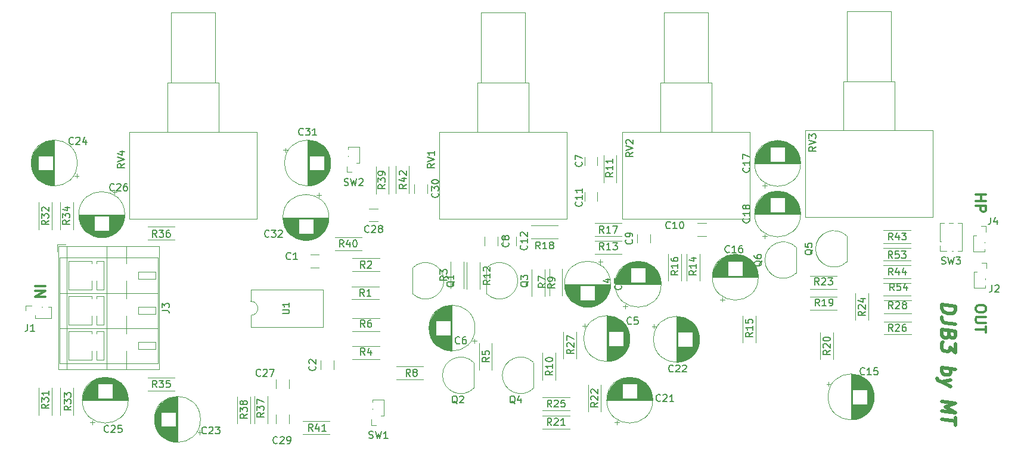
<source format=gbr>
%TF.GenerationSoftware,KiCad,Pcbnew,(5.1.6-0-10_14)*%
%TF.CreationDate,2020-08-17T21:01:39+02:00*%
%TF.ProjectId,MIXER V2 PCB,4d495845-5220-4563-9220-5043422e6b69,rev?*%
%TF.SameCoordinates,Original*%
%TF.FileFunction,Legend,Top*%
%TF.FilePolarity,Positive*%
%FSLAX46Y46*%
G04 Gerber Fmt 4.6, Leading zero omitted, Abs format (unit mm)*
G04 Created by KiCad (PCBNEW (5.1.6-0-10_14)) date 2020-08-17 21:01:39*
%MOMM*%
%LPD*%
G01*
G04 APERTURE LIST*
%ADD10C,0.500000*%
%ADD11C,0.300000*%
%ADD12C,0.120000*%
%ADD13C,0.150000*%
G04 APERTURE END LIST*
D10*
X231295238Y-58650446D02*
X233295238Y-58900446D01*
X233295238Y-59376636D01*
X233200000Y-59650446D01*
X233009523Y-59817113D01*
X232819047Y-59888541D01*
X232438095Y-59936160D01*
X232152380Y-59900446D01*
X231771428Y-59757589D01*
X231580952Y-59638541D01*
X231390476Y-59424255D01*
X231295238Y-59126636D01*
X231295238Y-58650446D01*
X233295238Y-61471875D02*
X231866666Y-61293303D01*
X231580952Y-61162351D01*
X231390476Y-60948065D01*
X231295238Y-60650446D01*
X231295238Y-60459970D01*
X232342857Y-62971875D02*
X232247619Y-63245684D01*
X232152380Y-63329017D01*
X231961904Y-63400446D01*
X231676190Y-63364732D01*
X231485714Y-63245684D01*
X231390476Y-63138541D01*
X231295238Y-62936160D01*
X231295238Y-62174255D01*
X233295238Y-62424255D01*
X233295238Y-63090922D01*
X233200000Y-63269494D01*
X233104761Y-63352827D01*
X232914285Y-63424255D01*
X232723809Y-63400446D01*
X232533333Y-63281398D01*
X232438095Y-63174255D01*
X232342857Y-62971875D01*
X232342857Y-62305208D01*
X233295238Y-64233779D02*
X233295238Y-65471875D01*
X232533333Y-64709970D01*
X232533333Y-64995684D01*
X232438095Y-65174255D01*
X232342857Y-65257589D01*
X232152380Y-65329017D01*
X231676190Y-65269494D01*
X231485714Y-65150446D01*
X231390476Y-65043303D01*
X231295238Y-64840922D01*
X231295238Y-64269494D01*
X231390476Y-64090922D01*
X231485714Y-64007589D01*
X231295238Y-67602827D02*
X233295238Y-67852827D01*
X232533333Y-67757589D02*
X232628571Y-67959970D01*
X232628571Y-68340922D01*
X232533333Y-68519494D01*
X232438095Y-68602827D01*
X232247619Y-68674255D01*
X231676190Y-68602827D01*
X231485714Y-68483779D01*
X231390476Y-68376636D01*
X231295238Y-68174255D01*
X231295238Y-67793303D01*
X231390476Y-67614732D01*
X232628571Y-69388541D02*
X231295238Y-69698065D01*
X232628571Y-70340922D02*
X231295238Y-69698065D01*
X230819047Y-69448065D01*
X230723809Y-69340922D01*
X230628571Y-69138541D01*
X231295238Y-72459970D02*
X233295238Y-72709970D01*
X231866666Y-73198065D01*
X233295238Y-74043303D01*
X231295238Y-73793303D01*
X233295238Y-74709970D02*
X233295238Y-75852827D01*
X231295238Y-75031398D02*
X233295238Y-75281398D01*
D11*
X236121428Y-43021428D02*
X237621428Y-43021428D01*
X236907142Y-43021428D02*
X236907142Y-43878571D01*
X236121428Y-43878571D02*
X237621428Y-43878571D01*
X236121428Y-44592857D02*
X237621428Y-44592857D01*
X237621428Y-45164285D01*
X237550000Y-45307142D01*
X237478571Y-45378571D01*
X237335714Y-45450000D01*
X237121428Y-45450000D01*
X236978571Y-45378571D01*
X236907142Y-45307142D01*
X236835714Y-45164285D01*
X236835714Y-44592857D01*
X237621428Y-59100000D02*
X237621428Y-59385714D01*
X237550000Y-59528571D01*
X237407142Y-59671428D01*
X237121428Y-59742857D01*
X236621428Y-59742857D01*
X236335714Y-59671428D01*
X236192857Y-59528571D01*
X236121428Y-59385714D01*
X236121428Y-59100000D01*
X236192857Y-58957142D01*
X236335714Y-58814285D01*
X236621428Y-58742857D01*
X237121428Y-58742857D01*
X237407142Y-58814285D01*
X237550000Y-58957142D01*
X237621428Y-59100000D01*
X237621428Y-60385714D02*
X236407142Y-60385714D01*
X236264285Y-60457142D01*
X236192857Y-60528571D01*
X236121428Y-60671428D01*
X236121428Y-60957142D01*
X236192857Y-61100000D01*
X236264285Y-61171428D01*
X236407142Y-61242857D01*
X237621428Y-61242857D01*
X237621428Y-61742857D02*
X237621428Y-62600000D01*
X236121428Y-62171428D02*
X237621428Y-62171428D01*
X102521428Y-56014285D02*
X104021428Y-56014285D01*
X102521428Y-56728571D02*
X104021428Y-56728571D01*
X102521428Y-57585714D01*
X104021428Y-57585714D01*
D12*
%TO.C,SW3*%
X234220000Y-50995000D02*
X233577530Y-50995000D01*
X232962470Y-50995000D02*
X232760000Y-50995000D01*
X234220000Y-50995000D02*
X234220000Y-47065000D01*
X231692470Y-47065000D02*
X231050000Y-47065000D01*
X234220000Y-47065000D02*
X233577530Y-47065000D01*
X232962470Y-47065000D02*
X232307530Y-47065000D01*
X231050000Y-49665000D02*
X231050000Y-47065000D01*
X231240000Y-49665000D02*
X231050000Y-49665000D01*
X231050000Y-51060000D02*
X231050000Y-50300000D01*
X232000000Y-51060000D02*
X231050000Y-51060000D01*
%TO.C,J1*%
X101190000Y-59500000D02*
X101190000Y-58815000D01*
X101190000Y-58815000D02*
X102000000Y-58815000D01*
X104445898Y-58980000D02*
X104810000Y-58980000D01*
X103445898Y-58980000D02*
X103554102Y-58980000D01*
X104810000Y-60600000D02*
X104810000Y-58980000D01*
X102500000Y-60600000D02*
X104810000Y-60600000D01*
X102500000Y-60600000D02*
X102500000Y-60185000D01*
%TO.C,SW2*%
X148600000Y-38500000D02*
X148185000Y-38500000D01*
X148600000Y-38500000D02*
X148600000Y-36190000D01*
X148600000Y-36190000D02*
X146980000Y-36190000D01*
X146980000Y-37554102D02*
X146980000Y-37445898D01*
X146980000Y-36554102D02*
X146980000Y-36190000D01*
X146815000Y-39810000D02*
X146815000Y-39000000D01*
X147500000Y-39810000D02*
X146815000Y-39810000D01*
%TO.C,SW1*%
X151000000Y-75810000D02*
X150315000Y-75810000D01*
X150315000Y-75810000D02*
X150315000Y-75000000D01*
X150480000Y-72554102D02*
X150480000Y-72190000D01*
X150480000Y-73554102D02*
X150480000Y-73445898D01*
X152100000Y-72190000D02*
X150480000Y-72190000D01*
X152100000Y-74500000D02*
X152100000Y-72190000D01*
X152100000Y-74500000D02*
X151685000Y-74500000D01*
%TO.C,J2*%
X235900000Y-54000000D02*
X236315000Y-54000000D01*
X235900000Y-54000000D02*
X235900000Y-56310000D01*
X235900000Y-56310000D02*
X237520000Y-56310000D01*
X237520000Y-54945898D02*
X237520000Y-55054102D01*
X237520000Y-55945898D02*
X237520000Y-56310000D01*
X237685000Y-52690000D02*
X237685000Y-53500000D01*
X237000000Y-52690000D02*
X237685000Y-52690000D01*
%TO.C,J4*%
X236900000Y-47490000D02*
X237585000Y-47490000D01*
X237585000Y-47490000D02*
X237585000Y-48300000D01*
X237420000Y-50745898D02*
X237420000Y-51110000D01*
X237420000Y-49745898D02*
X237420000Y-49854102D01*
X235800000Y-51110000D02*
X237420000Y-51110000D01*
X235800000Y-48800000D02*
X235800000Y-51110000D01*
X235800000Y-48800000D02*
X236215000Y-48800000D01*
%TO.C,R43*%
X226880000Y-49920000D02*
X223040000Y-49920000D01*
X226880000Y-48080000D02*
X223040000Y-48080000D01*
%TO.C,C1*%
X142879000Y-51580000D02*
X141621000Y-51580000D01*
X142879000Y-53420000D02*
X141621000Y-53420000D01*
%TO.C,C2*%
X143080000Y-67879000D02*
X143080000Y-66621000D01*
X144920000Y-67879000D02*
X144920000Y-66621000D01*
%TO.C,C3*%
X184270000Y-55750000D02*
G75*
G03*
X184270000Y-55750000I-3270000J0D01*
G01*
X184230000Y-55750000D02*
X177770000Y-55750000D01*
X184230000Y-55790000D02*
X177770000Y-55790000D01*
X184230000Y-55830000D02*
X177770000Y-55830000D01*
X184228000Y-55870000D02*
X177772000Y-55870000D01*
X184227000Y-55910000D02*
X177773000Y-55910000D01*
X184224000Y-55950000D02*
X177776000Y-55950000D01*
X184222000Y-55990000D02*
X182040000Y-55990000D01*
X179960000Y-55990000D02*
X177778000Y-55990000D01*
X184218000Y-56030000D02*
X182040000Y-56030000D01*
X179960000Y-56030000D02*
X177782000Y-56030000D01*
X184215000Y-56070000D02*
X182040000Y-56070000D01*
X179960000Y-56070000D02*
X177785000Y-56070000D01*
X184211000Y-56110000D02*
X182040000Y-56110000D01*
X179960000Y-56110000D02*
X177789000Y-56110000D01*
X184206000Y-56150000D02*
X182040000Y-56150000D01*
X179960000Y-56150000D02*
X177794000Y-56150000D01*
X184201000Y-56190000D02*
X182040000Y-56190000D01*
X179960000Y-56190000D02*
X177799000Y-56190000D01*
X184195000Y-56230000D02*
X182040000Y-56230000D01*
X179960000Y-56230000D02*
X177805000Y-56230000D01*
X184189000Y-56270000D02*
X182040000Y-56270000D01*
X179960000Y-56270000D02*
X177811000Y-56270000D01*
X184182000Y-56310000D02*
X182040000Y-56310000D01*
X179960000Y-56310000D02*
X177818000Y-56310000D01*
X184175000Y-56350000D02*
X182040000Y-56350000D01*
X179960000Y-56350000D02*
X177825000Y-56350000D01*
X184167000Y-56390000D02*
X182040000Y-56390000D01*
X179960000Y-56390000D02*
X177833000Y-56390000D01*
X184159000Y-56430000D02*
X182040000Y-56430000D01*
X179960000Y-56430000D02*
X177841000Y-56430000D01*
X184150000Y-56471000D02*
X182040000Y-56471000D01*
X179960000Y-56471000D02*
X177850000Y-56471000D01*
X184141000Y-56511000D02*
X182040000Y-56511000D01*
X179960000Y-56511000D02*
X177859000Y-56511000D01*
X184131000Y-56551000D02*
X182040000Y-56551000D01*
X179960000Y-56551000D02*
X177869000Y-56551000D01*
X184121000Y-56591000D02*
X182040000Y-56591000D01*
X179960000Y-56591000D02*
X177879000Y-56591000D01*
X184110000Y-56631000D02*
X182040000Y-56631000D01*
X179960000Y-56631000D02*
X177890000Y-56631000D01*
X184098000Y-56671000D02*
X182040000Y-56671000D01*
X179960000Y-56671000D02*
X177902000Y-56671000D01*
X184086000Y-56711000D02*
X182040000Y-56711000D01*
X179960000Y-56711000D02*
X177914000Y-56711000D01*
X184074000Y-56751000D02*
X182040000Y-56751000D01*
X179960000Y-56751000D02*
X177926000Y-56751000D01*
X184061000Y-56791000D02*
X182040000Y-56791000D01*
X179960000Y-56791000D02*
X177939000Y-56791000D01*
X184047000Y-56831000D02*
X182040000Y-56831000D01*
X179960000Y-56831000D02*
X177953000Y-56831000D01*
X184033000Y-56871000D02*
X182040000Y-56871000D01*
X179960000Y-56871000D02*
X177967000Y-56871000D01*
X184018000Y-56911000D02*
X182040000Y-56911000D01*
X179960000Y-56911000D02*
X177982000Y-56911000D01*
X184002000Y-56951000D02*
X182040000Y-56951000D01*
X179960000Y-56951000D02*
X177998000Y-56951000D01*
X183986000Y-56991000D02*
X182040000Y-56991000D01*
X179960000Y-56991000D02*
X178014000Y-56991000D01*
X183970000Y-57031000D02*
X182040000Y-57031000D01*
X179960000Y-57031000D02*
X178030000Y-57031000D01*
X183952000Y-57071000D02*
X182040000Y-57071000D01*
X179960000Y-57071000D02*
X178048000Y-57071000D01*
X183934000Y-57111000D02*
X182040000Y-57111000D01*
X179960000Y-57111000D02*
X178066000Y-57111000D01*
X183916000Y-57151000D02*
X182040000Y-57151000D01*
X179960000Y-57151000D02*
X178084000Y-57151000D01*
X183896000Y-57191000D02*
X182040000Y-57191000D01*
X179960000Y-57191000D02*
X178104000Y-57191000D01*
X183876000Y-57231000D02*
X182040000Y-57231000D01*
X179960000Y-57231000D02*
X178124000Y-57231000D01*
X183856000Y-57271000D02*
X182040000Y-57271000D01*
X179960000Y-57271000D02*
X178144000Y-57271000D01*
X183834000Y-57311000D02*
X182040000Y-57311000D01*
X179960000Y-57311000D02*
X178166000Y-57311000D01*
X183812000Y-57351000D02*
X182040000Y-57351000D01*
X179960000Y-57351000D02*
X178188000Y-57351000D01*
X183790000Y-57391000D02*
X182040000Y-57391000D01*
X179960000Y-57391000D02*
X178210000Y-57391000D01*
X183766000Y-57431000D02*
X182040000Y-57431000D01*
X179960000Y-57431000D02*
X178234000Y-57431000D01*
X183742000Y-57471000D02*
X182040000Y-57471000D01*
X179960000Y-57471000D02*
X178258000Y-57471000D01*
X183716000Y-57511000D02*
X182040000Y-57511000D01*
X179960000Y-57511000D02*
X178284000Y-57511000D01*
X183690000Y-57551000D02*
X182040000Y-57551000D01*
X179960000Y-57551000D02*
X178310000Y-57551000D01*
X183664000Y-57591000D02*
X182040000Y-57591000D01*
X179960000Y-57591000D02*
X178336000Y-57591000D01*
X183636000Y-57631000D02*
X182040000Y-57631000D01*
X179960000Y-57631000D02*
X178364000Y-57631000D01*
X183607000Y-57671000D02*
X182040000Y-57671000D01*
X179960000Y-57671000D02*
X178393000Y-57671000D01*
X183578000Y-57711000D02*
X182040000Y-57711000D01*
X179960000Y-57711000D02*
X178422000Y-57711000D01*
X183548000Y-57751000D02*
X182040000Y-57751000D01*
X179960000Y-57751000D02*
X178452000Y-57751000D01*
X183516000Y-57791000D02*
X182040000Y-57791000D01*
X179960000Y-57791000D02*
X178484000Y-57791000D01*
X183484000Y-57831000D02*
X182040000Y-57831000D01*
X179960000Y-57831000D02*
X178516000Y-57831000D01*
X183450000Y-57871000D02*
X182040000Y-57871000D01*
X179960000Y-57871000D02*
X178550000Y-57871000D01*
X183416000Y-57911000D02*
X182040000Y-57911000D01*
X179960000Y-57911000D02*
X178584000Y-57911000D01*
X183380000Y-57951000D02*
X182040000Y-57951000D01*
X179960000Y-57951000D02*
X178620000Y-57951000D01*
X183343000Y-57991000D02*
X182040000Y-57991000D01*
X179960000Y-57991000D02*
X178657000Y-57991000D01*
X183305000Y-58031000D02*
X182040000Y-58031000D01*
X179960000Y-58031000D02*
X178695000Y-58031000D01*
X183265000Y-58071000D02*
X178735000Y-58071000D01*
X183224000Y-58111000D02*
X178776000Y-58111000D01*
X183182000Y-58151000D02*
X178818000Y-58151000D01*
X183137000Y-58191000D02*
X178863000Y-58191000D01*
X183092000Y-58231000D02*
X178908000Y-58231000D01*
X183044000Y-58271000D02*
X178956000Y-58271000D01*
X182995000Y-58311000D02*
X179005000Y-58311000D01*
X182944000Y-58351000D02*
X179056000Y-58351000D01*
X182890000Y-58391000D02*
X179110000Y-58391000D01*
X182834000Y-58431000D02*
X179166000Y-58431000D01*
X182776000Y-58471000D02*
X179224000Y-58471000D01*
X182714000Y-58511000D02*
X179286000Y-58511000D01*
X182650000Y-58551000D02*
X179350000Y-58551000D01*
X182581000Y-58591000D02*
X179419000Y-58591000D01*
X182509000Y-58631000D02*
X179491000Y-58631000D01*
X182432000Y-58671000D02*
X179568000Y-58671000D01*
X182350000Y-58711000D02*
X179650000Y-58711000D01*
X182262000Y-58751000D02*
X179738000Y-58751000D01*
X182165000Y-58791000D02*
X179835000Y-58791000D01*
X182059000Y-58831000D02*
X179941000Y-58831000D01*
X181940000Y-58871000D02*
X180060000Y-58871000D01*
X181802000Y-58911000D02*
X180198000Y-58911000D01*
X181633000Y-58951000D02*
X180367000Y-58951000D01*
X181402000Y-58991000D02*
X180598000Y-58991000D01*
X182839000Y-52249759D02*
X182839000Y-52879759D01*
X183154000Y-52564759D02*
X182524000Y-52564759D01*
%TO.C,C4*%
X191470000Y-55750000D02*
G75*
G03*
X191470000Y-55750000I-3270000J0D01*
G01*
X184970000Y-55750000D02*
X191430000Y-55750000D01*
X184970000Y-55710000D02*
X191430000Y-55710000D01*
X184970000Y-55670000D02*
X191430000Y-55670000D01*
X184972000Y-55630000D02*
X191428000Y-55630000D01*
X184973000Y-55590000D02*
X191427000Y-55590000D01*
X184976000Y-55550000D02*
X191424000Y-55550000D01*
X184978000Y-55510000D02*
X187160000Y-55510000D01*
X189240000Y-55510000D02*
X191422000Y-55510000D01*
X184982000Y-55470000D02*
X187160000Y-55470000D01*
X189240000Y-55470000D02*
X191418000Y-55470000D01*
X184985000Y-55430000D02*
X187160000Y-55430000D01*
X189240000Y-55430000D02*
X191415000Y-55430000D01*
X184989000Y-55390000D02*
X187160000Y-55390000D01*
X189240000Y-55390000D02*
X191411000Y-55390000D01*
X184994000Y-55350000D02*
X187160000Y-55350000D01*
X189240000Y-55350000D02*
X191406000Y-55350000D01*
X184999000Y-55310000D02*
X187160000Y-55310000D01*
X189240000Y-55310000D02*
X191401000Y-55310000D01*
X185005000Y-55270000D02*
X187160000Y-55270000D01*
X189240000Y-55270000D02*
X191395000Y-55270000D01*
X185011000Y-55230000D02*
X187160000Y-55230000D01*
X189240000Y-55230000D02*
X191389000Y-55230000D01*
X185018000Y-55190000D02*
X187160000Y-55190000D01*
X189240000Y-55190000D02*
X191382000Y-55190000D01*
X185025000Y-55150000D02*
X187160000Y-55150000D01*
X189240000Y-55150000D02*
X191375000Y-55150000D01*
X185033000Y-55110000D02*
X187160000Y-55110000D01*
X189240000Y-55110000D02*
X191367000Y-55110000D01*
X185041000Y-55070000D02*
X187160000Y-55070000D01*
X189240000Y-55070000D02*
X191359000Y-55070000D01*
X185050000Y-55029000D02*
X187160000Y-55029000D01*
X189240000Y-55029000D02*
X191350000Y-55029000D01*
X185059000Y-54989000D02*
X187160000Y-54989000D01*
X189240000Y-54989000D02*
X191341000Y-54989000D01*
X185069000Y-54949000D02*
X187160000Y-54949000D01*
X189240000Y-54949000D02*
X191331000Y-54949000D01*
X185079000Y-54909000D02*
X187160000Y-54909000D01*
X189240000Y-54909000D02*
X191321000Y-54909000D01*
X185090000Y-54869000D02*
X187160000Y-54869000D01*
X189240000Y-54869000D02*
X191310000Y-54869000D01*
X185102000Y-54829000D02*
X187160000Y-54829000D01*
X189240000Y-54829000D02*
X191298000Y-54829000D01*
X185114000Y-54789000D02*
X187160000Y-54789000D01*
X189240000Y-54789000D02*
X191286000Y-54789000D01*
X185126000Y-54749000D02*
X187160000Y-54749000D01*
X189240000Y-54749000D02*
X191274000Y-54749000D01*
X185139000Y-54709000D02*
X187160000Y-54709000D01*
X189240000Y-54709000D02*
X191261000Y-54709000D01*
X185153000Y-54669000D02*
X187160000Y-54669000D01*
X189240000Y-54669000D02*
X191247000Y-54669000D01*
X185167000Y-54629000D02*
X187160000Y-54629000D01*
X189240000Y-54629000D02*
X191233000Y-54629000D01*
X185182000Y-54589000D02*
X187160000Y-54589000D01*
X189240000Y-54589000D02*
X191218000Y-54589000D01*
X185198000Y-54549000D02*
X187160000Y-54549000D01*
X189240000Y-54549000D02*
X191202000Y-54549000D01*
X185214000Y-54509000D02*
X187160000Y-54509000D01*
X189240000Y-54509000D02*
X191186000Y-54509000D01*
X185230000Y-54469000D02*
X187160000Y-54469000D01*
X189240000Y-54469000D02*
X191170000Y-54469000D01*
X185248000Y-54429000D02*
X187160000Y-54429000D01*
X189240000Y-54429000D02*
X191152000Y-54429000D01*
X185266000Y-54389000D02*
X187160000Y-54389000D01*
X189240000Y-54389000D02*
X191134000Y-54389000D01*
X185284000Y-54349000D02*
X187160000Y-54349000D01*
X189240000Y-54349000D02*
X191116000Y-54349000D01*
X185304000Y-54309000D02*
X187160000Y-54309000D01*
X189240000Y-54309000D02*
X191096000Y-54309000D01*
X185324000Y-54269000D02*
X187160000Y-54269000D01*
X189240000Y-54269000D02*
X191076000Y-54269000D01*
X185344000Y-54229000D02*
X187160000Y-54229000D01*
X189240000Y-54229000D02*
X191056000Y-54229000D01*
X185366000Y-54189000D02*
X187160000Y-54189000D01*
X189240000Y-54189000D02*
X191034000Y-54189000D01*
X185388000Y-54149000D02*
X187160000Y-54149000D01*
X189240000Y-54149000D02*
X191012000Y-54149000D01*
X185410000Y-54109000D02*
X187160000Y-54109000D01*
X189240000Y-54109000D02*
X190990000Y-54109000D01*
X185434000Y-54069000D02*
X187160000Y-54069000D01*
X189240000Y-54069000D02*
X190966000Y-54069000D01*
X185458000Y-54029000D02*
X187160000Y-54029000D01*
X189240000Y-54029000D02*
X190942000Y-54029000D01*
X185484000Y-53989000D02*
X187160000Y-53989000D01*
X189240000Y-53989000D02*
X190916000Y-53989000D01*
X185510000Y-53949000D02*
X187160000Y-53949000D01*
X189240000Y-53949000D02*
X190890000Y-53949000D01*
X185536000Y-53909000D02*
X187160000Y-53909000D01*
X189240000Y-53909000D02*
X190864000Y-53909000D01*
X185564000Y-53869000D02*
X187160000Y-53869000D01*
X189240000Y-53869000D02*
X190836000Y-53869000D01*
X185593000Y-53829000D02*
X187160000Y-53829000D01*
X189240000Y-53829000D02*
X190807000Y-53829000D01*
X185622000Y-53789000D02*
X187160000Y-53789000D01*
X189240000Y-53789000D02*
X190778000Y-53789000D01*
X185652000Y-53749000D02*
X187160000Y-53749000D01*
X189240000Y-53749000D02*
X190748000Y-53749000D01*
X185684000Y-53709000D02*
X187160000Y-53709000D01*
X189240000Y-53709000D02*
X190716000Y-53709000D01*
X185716000Y-53669000D02*
X187160000Y-53669000D01*
X189240000Y-53669000D02*
X190684000Y-53669000D01*
X185750000Y-53629000D02*
X187160000Y-53629000D01*
X189240000Y-53629000D02*
X190650000Y-53629000D01*
X185784000Y-53589000D02*
X187160000Y-53589000D01*
X189240000Y-53589000D02*
X190616000Y-53589000D01*
X185820000Y-53549000D02*
X187160000Y-53549000D01*
X189240000Y-53549000D02*
X190580000Y-53549000D01*
X185857000Y-53509000D02*
X187160000Y-53509000D01*
X189240000Y-53509000D02*
X190543000Y-53509000D01*
X185895000Y-53469000D02*
X187160000Y-53469000D01*
X189240000Y-53469000D02*
X190505000Y-53469000D01*
X185935000Y-53429000D02*
X190465000Y-53429000D01*
X185976000Y-53389000D02*
X190424000Y-53389000D01*
X186018000Y-53349000D02*
X190382000Y-53349000D01*
X186063000Y-53309000D02*
X190337000Y-53309000D01*
X186108000Y-53269000D02*
X190292000Y-53269000D01*
X186156000Y-53229000D02*
X190244000Y-53229000D01*
X186205000Y-53189000D02*
X190195000Y-53189000D01*
X186256000Y-53149000D02*
X190144000Y-53149000D01*
X186310000Y-53109000D02*
X190090000Y-53109000D01*
X186366000Y-53069000D02*
X190034000Y-53069000D01*
X186424000Y-53029000D02*
X189976000Y-53029000D01*
X186486000Y-52989000D02*
X189914000Y-52989000D01*
X186550000Y-52949000D02*
X189850000Y-52949000D01*
X186619000Y-52909000D02*
X189781000Y-52909000D01*
X186691000Y-52869000D02*
X189709000Y-52869000D01*
X186768000Y-52829000D02*
X189632000Y-52829000D01*
X186850000Y-52789000D02*
X189550000Y-52789000D01*
X186938000Y-52749000D02*
X189462000Y-52749000D01*
X187035000Y-52709000D02*
X189365000Y-52709000D01*
X187141000Y-52669000D02*
X189259000Y-52669000D01*
X187260000Y-52629000D02*
X189140000Y-52629000D01*
X187398000Y-52589000D02*
X189002000Y-52589000D01*
X187567000Y-52549000D02*
X188833000Y-52549000D01*
X187798000Y-52509000D02*
X188602000Y-52509000D01*
X186361000Y-59250241D02*
X186361000Y-58620241D01*
X186046000Y-58935241D02*
X186676000Y-58935241D01*
%TO.C,C5*%
X187020000Y-63500000D02*
G75*
G03*
X187020000Y-63500000I-3270000J0D01*
G01*
X183750000Y-60270000D02*
X183750000Y-66730000D01*
X183790000Y-60270000D02*
X183790000Y-66730000D01*
X183830000Y-60270000D02*
X183830000Y-66730000D01*
X183870000Y-60272000D02*
X183870000Y-66728000D01*
X183910000Y-60273000D02*
X183910000Y-66727000D01*
X183950000Y-60276000D02*
X183950000Y-66724000D01*
X183990000Y-60278000D02*
X183990000Y-62460000D01*
X183990000Y-64540000D02*
X183990000Y-66722000D01*
X184030000Y-60282000D02*
X184030000Y-62460000D01*
X184030000Y-64540000D02*
X184030000Y-66718000D01*
X184070000Y-60285000D02*
X184070000Y-62460000D01*
X184070000Y-64540000D02*
X184070000Y-66715000D01*
X184110000Y-60289000D02*
X184110000Y-62460000D01*
X184110000Y-64540000D02*
X184110000Y-66711000D01*
X184150000Y-60294000D02*
X184150000Y-62460000D01*
X184150000Y-64540000D02*
X184150000Y-66706000D01*
X184190000Y-60299000D02*
X184190000Y-62460000D01*
X184190000Y-64540000D02*
X184190000Y-66701000D01*
X184230000Y-60305000D02*
X184230000Y-62460000D01*
X184230000Y-64540000D02*
X184230000Y-66695000D01*
X184270000Y-60311000D02*
X184270000Y-62460000D01*
X184270000Y-64540000D02*
X184270000Y-66689000D01*
X184310000Y-60318000D02*
X184310000Y-62460000D01*
X184310000Y-64540000D02*
X184310000Y-66682000D01*
X184350000Y-60325000D02*
X184350000Y-62460000D01*
X184350000Y-64540000D02*
X184350000Y-66675000D01*
X184390000Y-60333000D02*
X184390000Y-62460000D01*
X184390000Y-64540000D02*
X184390000Y-66667000D01*
X184430000Y-60341000D02*
X184430000Y-62460000D01*
X184430000Y-64540000D02*
X184430000Y-66659000D01*
X184471000Y-60350000D02*
X184471000Y-62460000D01*
X184471000Y-64540000D02*
X184471000Y-66650000D01*
X184511000Y-60359000D02*
X184511000Y-62460000D01*
X184511000Y-64540000D02*
X184511000Y-66641000D01*
X184551000Y-60369000D02*
X184551000Y-62460000D01*
X184551000Y-64540000D02*
X184551000Y-66631000D01*
X184591000Y-60379000D02*
X184591000Y-62460000D01*
X184591000Y-64540000D02*
X184591000Y-66621000D01*
X184631000Y-60390000D02*
X184631000Y-62460000D01*
X184631000Y-64540000D02*
X184631000Y-66610000D01*
X184671000Y-60402000D02*
X184671000Y-62460000D01*
X184671000Y-64540000D02*
X184671000Y-66598000D01*
X184711000Y-60414000D02*
X184711000Y-62460000D01*
X184711000Y-64540000D02*
X184711000Y-66586000D01*
X184751000Y-60426000D02*
X184751000Y-62460000D01*
X184751000Y-64540000D02*
X184751000Y-66574000D01*
X184791000Y-60439000D02*
X184791000Y-62460000D01*
X184791000Y-64540000D02*
X184791000Y-66561000D01*
X184831000Y-60453000D02*
X184831000Y-62460000D01*
X184831000Y-64540000D02*
X184831000Y-66547000D01*
X184871000Y-60467000D02*
X184871000Y-62460000D01*
X184871000Y-64540000D02*
X184871000Y-66533000D01*
X184911000Y-60482000D02*
X184911000Y-62460000D01*
X184911000Y-64540000D02*
X184911000Y-66518000D01*
X184951000Y-60498000D02*
X184951000Y-62460000D01*
X184951000Y-64540000D02*
X184951000Y-66502000D01*
X184991000Y-60514000D02*
X184991000Y-62460000D01*
X184991000Y-64540000D02*
X184991000Y-66486000D01*
X185031000Y-60530000D02*
X185031000Y-62460000D01*
X185031000Y-64540000D02*
X185031000Y-66470000D01*
X185071000Y-60548000D02*
X185071000Y-62460000D01*
X185071000Y-64540000D02*
X185071000Y-66452000D01*
X185111000Y-60566000D02*
X185111000Y-62460000D01*
X185111000Y-64540000D02*
X185111000Y-66434000D01*
X185151000Y-60584000D02*
X185151000Y-62460000D01*
X185151000Y-64540000D02*
X185151000Y-66416000D01*
X185191000Y-60604000D02*
X185191000Y-62460000D01*
X185191000Y-64540000D02*
X185191000Y-66396000D01*
X185231000Y-60624000D02*
X185231000Y-62460000D01*
X185231000Y-64540000D02*
X185231000Y-66376000D01*
X185271000Y-60644000D02*
X185271000Y-62460000D01*
X185271000Y-64540000D02*
X185271000Y-66356000D01*
X185311000Y-60666000D02*
X185311000Y-62460000D01*
X185311000Y-64540000D02*
X185311000Y-66334000D01*
X185351000Y-60688000D02*
X185351000Y-62460000D01*
X185351000Y-64540000D02*
X185351000Y-66312000D01*
X185391000Y-60710000D02*
X185391000Y-62460000D01*
X185391000Y-64540000D02*
X185391000Y-66290000D01*
X185431000Y-60734000D02*
X185431000Y-62460000D01*
X185431000Y-64540000D02*
X185431000Y-66266000D01*
X185471000Y-60758000D02*
X185471000Y-62460000D01*
X185471000Y-64540000D02*
X185471000Y-66242000D01*
X185511000Y-60784000D02*
X185511000Y-62460000D01*
X185511000Y-64540000D02*
X185511000Y-66216000D01*
X185551000Y-60810000D02*
X185551000Y-62460000D01*
X185551000Y-64540000D02*
X185551000Y-66190000D01*
X185591000Y-60836000D02*
X185591000Y-62460000D01*
X185591000Y-64540000D02*
X185591000Y-66164000D01*
X185631000Y-60864000D02*
X185631000Y-62460000D01*
X185631000Y-64540000D02*
X185631000Y-66136000D01*
X185671000Y-60893000D02*
X185671000Y-62460000D01*
X185671000Y-64540000D02*
X185671000Y-66107000D01*
X185711000Y-60922000D02*
X185711000Y-62460000D01*
X185711000Y-64540000D02*
X185711000Y-66078000D01*
X185751000Y-60952000D02*
X185751000Y-62460000D01*
X185751000Y-64540000D02*
X185751000Y-66048000D01*
X185791000Y-60984000D02*
X185791000Y-62460000D01*
X185791000Y-64540000D02*
X185791000Y-66016000D01*
X185831000Y-61016000D02*
X185831000Y-62460000D01*
X185831000Y-64540000D02*
X185831000Y-65984000D01*
X185871000Y-61050000D02*
X185871000Y-62460000D01*
X185871000Y-64540000D02*
X185871000Y-65950000D01*
X185911000Y-61084000D02*
X185911000Y-62460000D01*
X185911000Y-64540000D02*
X185911000Y-65916000D01*
X185951000Y-61120000D02*
X185951000Y-62460000D01*
X185951000Y-64540000D02*
X185951000Y-65880000D01*
X185991000Y-61157000D02*
X185991000Y-62460000D01*
X185991000Y-64540000D02*
X185991000Y-65843000D01*
X186031000Y-61195000D02*
X186031000Y-62460000D01*
X186031000Y-64540000D02*
X186031000Y-65805000D01*
X186071000Y-61235000D02*
X186071000Y-65765000D01*
X186111000Y-61276000D02*
X186111000Y-65724000D01*
X186151000Y-61318000D02*
X186151000Y-65682000D01*
X186191000Y-61363000D02*
X186191000Y-65637000D01*
X186231000Y-61408000D02*
X186231000Y-65592000D01*
X186271000Y-61456000D02*
X186271000Y-65544000D01*
X186311000Y-61505000D02*
X186311000Y-65495000D01*
X186351000Y-61556000D02*
X186351000Y-65444000D01*
X186391000Y-61610000D02*
X186391000Y-65390000D01*
X186431000Y-61666000D02*
X186431000Y-65334000D01*
X186471000Y-61724000D02*
X186471000Y-65276000D01*
X186511000Y-61786000D02*
X186511000Y-65214000D01*
X186551000Y-61850000D02*
X186551000Y-65150000D01*
X186591000Y-61919000D02*
X186591000Y-65081000D01*
X186631000Y-61991000D02*
X186631000Y-65009000D01*
X186671000Y-62068000D02*
X186671000Y-64932000D01*
X186711000Y-62150000D02*
X186711000Y-64850000D01*
X186751000Y-62238000D02*
X186751000Y-64762000D01*
X186791000Y-62335000D02*
X186791000Y-64665000D01*
X186831000Y-62441000D02*
X186831000Y-64559000D01*
X186871000Y-62560000D02*
X186871000Y-64440000D01*
X186911000Y-62698000D02*
X186911000Y-64302000D01*
X186951000Y-62867000D02*
X186951000Y-64133000D01*
X186991000Y-63098000D02*
X186991000Y-63902000D01*
X180249759Y-61661000D02*
X180879759Y-61661000D01*
X180564759Y-61346000D02*
X180564759Y-61976000D01*
%TO.C,C6*%
X165020000Y-62000000D02*
G75*
G03*
X165020000Y-62000000I-3270000J0D01*
G01*
X161750000Y-65230000D02*
X161750000Y-58770000D01*
X161710000Y-65230000D02*
X161710000Y-58770000D01*
X161670000Y-65230000D02*
X161670000Y-58770000D01*
X161630000Y-65228000D02*
X161630000Y-58772000D01*
X161590000Y-65227000D02*
X161590000Y-58773000D01*
X161550000Y-65224000D02*
X161550000Y-58776000D01*
X161510000Y-65222000D02*
X161510000Y-63040000D01*
X161510000Y-60960000D02*
X161510000Y-58778000D01*
X161470000Y-65218000D02*
X161470000Y-63040000D01*
X161470000Y-60960000D02*
X161470000Y-58782000D01*
X161430000Y-65215000D02*
X161430000Y-63040000D01*
X161430000Y-60960000D02*
X161430000Y-58785000D01*
X161390000Y-65211000D02*
X161390000Y-63040000D01*
X161390000Y-60960000D02*
X161390000Y-58789000D01*
X161350000Y-65206000D02*
X161350000Y-63040000D01*
X161350000Y-60960000D02*
X161350000Y-58794000D01*
X161310000Y-65201000D02*
X161310000Y-63040000D01*
X161310000Y-60960000D02*
X161310000Y-58799000D01*
X161270000Y-65195000D02*
X161270000Y-63040000D01*
X161270000Y-60960000D02*
X161270000Y-58805000D01*
X161230000Y-65189000D02*
X161230000Y-63040000D01*
X161230000Y-60960000D02*
X161230000Y-58811000D01*
X161190000Y-65182000D02*
X161190000Y-63040000D01*
X161190000Y-60960000D02*
X161190000Y-58818000D01*
X161150000Y-65175000D02*
X161150000Y-63040000D01*
X161150000Y-60960000D02*
X161150000Y-58825000D01*
X161110000Y-65167000D02*
X161110000Y-63040000D01*
X161110000Y-60960000D02*
X161110000Y-58833000D01*
X161070000Y-65159000D02*
X161070000Y-63040000D01*
X161070000Y-60960000D02*
X161070000Y-58841000D01*
X161029000Y-65150000D02*
X161029000Y-63040000D01*
X161029000Y-60960000D02*
X161029000Y-58850000D01*
X160989000Y-65141000D02*
X160989000Y-63040000D01*
X160989000Y-60960000D02*
X160989000Y-58859000D01*
X160949000Y-65131000D02*
X160949000Y-63040000D01*
X160949000Y-60960000D02*
X160949000Y-58869000D01*
X160909000Y-65121000D02*
X160909000Y-63040000D01*
X160909000Y-60960000D02*
X160909000Y-58879000D01*
X160869000Y-65110000D02*
X160869000Y-63040000D01*
X160869000Y-60960000D02*
X160869000Y-58890000D01*
X160829000Y-65098000D02*
X160829000Y-63040000D01*
X160829000Y-60960000D02*
X160829000Y-58902000D01*
X160789000Y-65086000D02*
X160789000Y-63040000D01*
X160789000Y-60960000D02*
X160789000Y-58914000D01*
X160749000Y-65074000D02*
X160749000Y-63040000D01*
X160749000Y-60960000D02*
X160749000Y-58926000D01*
X160709000Y-65061000D02*
X160709000Y-63040000D01*
X160709000Y-60960000D02*
X160709000Y-58939000D01*
X160669000Y-65047000D02*
X160669000Y-63040000D01*
X160669000Y-60960000D02*
X160669000Y-58953000D01*
X160629000Y-65033000D02*
X160629000Y-63040000D01*
X160629000Y-60960000D02*
X160629000Y-58967000D01*
X160589000Y-65018000D02*
X160589000Y-63040000D01*
X160589000Y-60960000D02*
X160589000Y-58982000D01*
X160549000Y-65002000D02*
X160549000Y-63040000D01*
X160549000Y-60960000D02*
X160549000Y-58998000D01*
X160509000Y-64986000D02*
X160509000Y-63040000D01*
X160509000Y-60960000D02*
X160509000Y-59014000D01*
X160469000Y-64970000D02*
X160469000Y-63040000D01*
X160469000Y-60960000D02*
X160469000Y-59030000D01*
X160429000Y-64952000D02*
X160429000Y-63040000D01*
X160429000Y-60960000D02*
X160429000Y-59048000D01*
X160389000Y-64934000D02*
X160389000Y-63040000D01*
X160389000Y-60960000D02*
X160389000Y-59066000D01*
X160349000Y-64916000D02*
X160349000Y-63040000D01*
X160349000Y-60960000D02*
X160349000Y-59084000D01*
X160309000Y-64896000D02*
X160309000Y-63040000D01*
X160309000Y-60960000D02*
X160309000Y-59104000D01*
X160269000Y-64876000D02*
X160269000Y-63040000D01*
X160269000Y-60960000D02*
X160269000Y-59124000D01*
X160229000Y-64856000D02*
X160229000Y-63040000D01*
X160229000Y-60960000D02*
X160229000Y-59144000D01*
X160189000Y-64834000D02*
X160189000Y-63040000D01*
X160189000Y-60960000D02*
X160189000Y-59166000D01*
X160149000Y-64812000D02*
X160149000Y-63040000D01*
X160149000Y-60960000D02*
X160149000Y-59188000D01*
X160109000Y-64790000D02*
X160109000Y-63040000D01*
X160109000Y-60960000D02*
X160109000Y-59210000D01*
X160069000Y-64766000D02*
X160069000Y-63040000D01*
X160069000Y-60960000D02*
X160069000Y-59234000D01*
X160029000Y-64742000D02*
X160029000Y-63040000D01*
X160029000Y-60960000D02*
X160029000Y-59258000D01*
X159989000Y-64716000D02*
X159989000Y-63040000D01*
X159989000Y-60960000D02*
X159989000Y-59284000D01*
X159949000Y-64690000D02*
X159949000Y-63040000D01*
X159949000Y-60960000D02*
X159949000Y-59310000D01*
X159909000Y-64664000D02*
X159909000Y-63040000D01*
X159909000Y-60960000D02*
X159909000Y-59336000D01*
X159869000Y-64636000D02*
X159869000Y-63040000D01*
X159869000Y-60960000D02*
X159869000Y-59364000D01*
X159829000Y-64607000D02*
X159829000Y-63040000D01*
X159829000Y-60960000D02*
X159829000Y-59393000D01*
X159789000Y-64578000D02*
X159789000Y-63040000D01*
X159789000Y-60960000D02*
X159789000Y-59422000D01*
X159749000Y-64548000D02*
X159749000Y-63040000D01*
X159749000Y-60960000D02*
X159749000Y-59452000D01*
X159709000Y-64516000D02*
X159709000Y-63040000D01*
X159709000Y-60960000D02*
X159709000Y-59484000D01*
X159669000Y-64484000D02*
X159669000Y-63040000D01*
X159669000Y-60960000D02*
X159669000Y-59516000D01*
X159629000Y-64450000D02*
X159629000Y-63040000D01*
X159629000Y-60960000D02*
X159629000Y-59550000D01*
X159589000Y-64416000D02*
X159589000Y-63040000D01*
X159589000Y-60960000D02*
X159589000Y-59584000D01*
X159549000Y-64380000D02*
X159549000Y-63040000D01*
X159549000Y-60960000D02*
X159549000Y-59620000D01*
X159509000Y-64343000D02*
X159509000Y-63040000D01*
X159509000Y-60960000D02*
X159509000Y-59657000D01*
X159469000Y-64305000D02*
X159469000Y-63040000D01*
X159469000Y-60960000D02*
X159469000Y-59695000D01*
X159429000Y-64265000D02*
X159429000Y-59735000D01*
X159389000Y-64224000D02*
X159389000Y-59776000D01*
X159349000Y-64182000D02*
X159349000Y-59818000D01*
X159309000Y-64137000D02*
X159309000Y-59863000D01*
X159269000Y-64092000D02*
X159269000Y-59908000D01*
X159229000Y-64044000D02*
X159229000Y-59956000D01*
X159189000Y-63995000D02*
X159189000Y-60005000D01*
X159149000Y-63944000D02*
X159149000Y-60056000D01*
X159109000Y-63890000D02*
X159109000Y-60110000D01*
X159069000Y-63834000D02*
X159069000Y-60166000D01*
X159029000Y-63776000D02*
X159029000Y-60224000D01*
X158989000Y-63714000D02*
X158989000Y-60286000D01*
X158949000Y-63650000D02*
X158949000Y-60350000D01*
X158909000Y-63581000D02*
X158909000Y-60419000D01*
X158869000Y-63509000D02*
X158869000Y-60491000D01*
X158829000Y-63432000D02*
X158829000Y-60568000D01*
X158789000Y-63350000D02*
X158789000Y-60650000D01*
X158749000Y-63262000D02*
X158749000Y-60738000D01*
X158709000Y-63165000D02*
X158709000Y-60835000D01*
X158669000Y-63059000D02*
X158669000Y-60941000D01*
X158629000Y-62940000D02*
X158629000Y-61060000D01*
X158589000Y-62802000D02*
X158589000Y-61198000D01*
X158549000Y-62633000D02*
X158549000Y-61367000D01*
X158509000Y-62402000D02*
X158509000Y-61598000D01*
X165250241Y-63839000D02*
X164620241Y-63839000D01*
X164935241Y-64154000D02*
X164935241Y-63524000D01*
%TO.C,C7*%
X180580000Y-37621000D02*
X180580000Y-38879000D01*
X182420000Y-37621000D02*
X182420000Y-38879000D01*
%TO.C,C8*%
X166414999Y-49021000D02*
X166414999Y-50279000D01*
X168254999Y-49021000D02*
X168254999Y-50279000D01*
%TO.C,C9*%
X189920000Y-49879000D02*
X189920000Y-48621000D01*
X188080000Y-49879000D02*
X188080000Y-48621000D01*
%TO.C,C10*%
X196621000Y-48920000D02*
X197879000Y-48920000D01*
X196621000Y-47080000D02*
X197879000Y-47080000D01*
%TO.C,C11*%
X180580000Y-43879000D02*
X180580000Y-42621000D01*
X182420000Y-43879000D02*
X182420000Y-42621000D01*
%TO.C,C12*%
X170870000Y-48971000D02*
X170870000Y-50229000D01*
X169030000Y-48971000D02*
X169030000Y-50229000D01*
%TO.C,C15*%
X215264759Y-69646000D02*
X215264759Y-70276000D01*
X214949759Y-69961000D02*
X215579759Y-69961000D01*
X221691000Y-71398000D02*
X221691000Y-72202000D01*
X221651000Y-71167000D02*
X221651000Y-72433000D01*
X221611000Y-70998000D02*
X221611000Y-72602000D01*
X221571000Y-70860000D02*
X221571000Y-72740000D01*
X221531000Y-70741000D02*
X221531000Y-72859000D01*
X221491000Y-70635000D02*
X221491000Y-72965000D01*
X221451000Y-70538000D02*
X221451000Y-73062000D01*
X221411000Y-70450000D02*
X221411000Y-73150000D01*
X221371000Y-70368000D02*
X221371000Y-73232000D01*
X221331000Y-70291000D02*
X221331000Y-73309000D01*
X221291000Y-70219000D02*
X221291000Y-73381000D01*
X221251000Y-70150000D02*
X221251000Y-73450000D01*
X221211000Y-70086000D02*
X221211000Y-73514000D01*
X221171000Y-70024000D02*
X221171000Y-73576000D01*
X221131000Y-69966000D02*
X221131000Y-73634000D01*
X221091000Y-69910000D02*
X221091000Y-73690000D01*
X221051000Y-69856000D02*
X221051000Y-73744000D01*
X221011000Y-69805000D02*
X221011000Y-73795000D01*
X220971000Y-69756000D02*
X220971000Y-73844000D01*
X220931000Y-69708000D02*
X220931000Y-73892000D01*
X220891000Y-69663000D02*
X220891000Y-73937000D01*
X220851000Y-69618000D02*
X220851000Y-73982000D01*
X220811000Y-69576000D02*
X220811000Y-74024000D01*
X220771000Y-69535000D02*
X220771000Y-74065000D01*
X220731000Y-72840000D02*
X220731000Y-74105000D01*
X220731000Y-69495000D02*
X220731000Y-70760000D01*
X220691000Y-72840000D02*
X220691000Y-74143000D01*
X220691000Y-69457000D02*
X220691000Y-70760000D01*
X220651000Y-72840000D02*
X220651000Y-74180000D01*
X220651000Y-69420000D02*
X220651000Y-70760000D01*
X220611000Y-72840000D02*
X220611000Y-74216000D01*
X220611000Y-69384000D02*
X220611000Y-70760000D01*
X220571000Y-72840000D02*
X220571000Y-74250000D01*
X220571000Y-69350000D02*
X220571000Y-70760000D01*
X220531000Y-72840000D02*
X220531000Y-74284000D01*
X220531000Y-69316000D02*
X220531000Y-70760000D01*
X220491000Y-72840000D02*
X220491000Y-74316000D01*
X220491000Y-69284000D02*
X220491000Y-70760000D01*
X220451000Y-72840000D02*
X220451000Y-74348000D01*
X220451000Y-69252000D02*
X220451000Y-70760000D01*
X220411000Y-72840000D02*
X220411000Y-74378000D01*
X220411000Y-69222000D02*
X220411000Y-70760000D01*
X220371000Y-72840000D02*
X220371000Y-74407000D01*
X220371000Y-69193000D02*
X220371000Y-70760000D01*
X220331000Y-72840000D02*
X220331000Y-74436000D01*
X220331000Y-69164000D02*
X220331000Y-70760000D01*
X220291000Y-72840000D02*
X220291000Y-74464000D01*
X220291000Y-69136000D02*
X220291000Y-70760000D01*
X220251000Y-72840000D02*
X220251000Y-74490000D01*
X220251000Y-69110000D02*
X220251000Y-70760000D01*
X220211000Y-72840000D02*
X220211000Y-74516000D01*
X220211000Y-69084000D02*
X220211000Y-70760000D01*
X220171000Y-72840000D02*
X220171000Y-74542000D01*
X220171000Y-69058000D02*
X220171000Y-70760000D01*
X220131000Y-72840000D02*
X220131000Y-74566000D01*
X220131000Y-69034000D02*
X220131000Y-70760000D01*
X220091000Y-72840000D02*
X220091000Y-74590000D01*
X220091000Y-69010000D02*
X220091000Y-70760000D01*
X220051000Y-72840000D02*
X220051000Y-74612000D01*
X220051000Y-68988000D02*
X220051000Y-70760000D01*
X220011000Y-72840000D02*
X220011000Y-74634000D01*
X220011000Y-68966000D02*
X220011000Y-70760000D01*
X219971000Y-72840000D02*
X219971000Y-74656000D01*
X219971000Y-68944000D02*
X219971000Y-70760000D01*
X219931000Y-72840000D02*
X219931000Y-74676000D01*
X219931000Y-68924000D02*
X219931000Y-70760000D01*
X219891000Y-72840000D02*
X219891000Y-74696000D01*
X219891000Y-68904000D02*
X219891000Y-70760000D01*
X219851000Y-72840000D02*
X219851000Y-74716000D01*
X219851000Y-68884000D02*
X219851000Y-70760000D01*
X219811000Y-72840000D02*
X219811000Y-74734000D01*
X219811000Y-68866000D02*
X219811000Y-70760000D01*
X219771000Y-72840000D02*
X219771000Y-74752000D01*
X219771000Y-68848000D02*
X219771000Y-70760000D01*
X219731000Y-72840000D02*
X219731000Y-74770000D01*
X219731000Y-68830000D02*
X219731000Y-70760000D01*
X219691000Y-72840000D02*
X219691000Y-74786000D01*
X219691000Y-68814000D02*
X219691000Y-70760000D01*
X219651000Y-72840000D02*
X219651000Y-74802000D01*
X219651000Y-68798000D02*
X219651000Y-70760000D01*
X219611000Y-72840000D02*
X219611000Y-74818000D01*
X219611000Y-68782000D02*
X219611000Y-70760000D01*
X219571000Y-72840000D02*
X219571000Y-74833000D01*
X219571000Y-68767000D02*
X219571000Y-70760000D01*
X219531000Y-72840000D02*
X219531000Y-74847000D01*
X219531000Y-68753000D02*
X219531000Y-70760000D01*
X219491000Y-72840000D02*
X219491000Y-74861000D01*
X219491000Y-68739000D02*
X219491000Y-70760000D01*
X219451000Y-72840000D02*
X219451000Y-74874000D01*
X219451000Y-68726000D02*
X219451000Y-70760000D01*
X219411000Y-72840000D02*
X219411000Y-74886000D01*
X219411000Y-68714000D02*
X219411000Y-70760000D01*
X219371000Y-72840000D02*
X219371000Y-74898000D01*
X219371000Y-68702000D02*
X219371000Y-70760000D01*
X219331000Y-72840000D02*
X219331000Y-74910000D01*
X219331000Y-68690000D02*
X219331000Y-70760000D01*
X219291000Y-72840000D02*
X219291000Y-74921000D01*
X219291000Y-68679000D02*
X219291000Y-70760000D01*
X219251000Y-72840000D02*
X219251000Y-74931000D01*
X219251000Y-68669000D02*
X219251000Y-70760000D01*
X219211000Y-72840000D02*
X219211000Y-74941000D01*
X219211000Y-68659000D02*
X219211000Y-70760000D01*
X219171000Y-72840000D02*
X219171000Y-74950000D01*
X219171000Y-68650000D02*
X219171000Y-70760000D01*
X219130000Y-72840000D02*
X219130000Y-74959000D01*
X219130000Y-68641000D02*
X219130000Y-70760000D01*
X219090000Y-72840000D02*
X219090000Y-74967000D01*
X219090000Y-68633000D02*
X219090000Y-70760000D01*
X219050000Y-72840000D02*
X219050000Y-74975000D01*
X219050000Y-68625000D02*
X219050000Y-70760000D01*
X219010000Y-72840000D02*
X219010000Y-74982000D01*
X219010000Y-68618000D02*
X219010000Y-70760000D01*
X218970000Y-72840000D02*
X218970000Y-74989000D01*
X218970000Y-68611000D02*
X218970000Y-70760000D01*
X218930000Y-72840000D02*
X218930000Y-74995000D01*
X218930000Y-68605000D02*
X218930000Y-70760000D01*
X218890000Y-72840000D02*
X218890000Y-75001000D01*
X218890000Y-68599000D02*
X218890000Y-70760000D01*
X218850000Y-72840000D02*
X218850000Y-75006000D01*
X218850000Y-68594000D02*
X218850000Y-70760000D01*
X218810000Y-72840000D02*
X218810000Y-75011000D01*
X218810000Y-68589000D02*
X218810000Y-70760000D01*
X218770000Y-72840000D02*
X218770000Y-75015000D01*
X218770000Y-68585000D02*
X218770000Y-70760000D01*
X218730000Y-72840000D02*
X218730000Y-75018000D01*
X218730000Y-68582000D02*
X218730000Y-70760000D01*
X218690000Y-72840000D02*
X218690000Y-75022000D01*
X218690000Y-68578000D02*
X218690000Y-70760000D01*
X218650000Y-68576000D02*
X218650000Y-75024000D01*
X218610000Y-68573000D02*
X218610000Y-75027000D01*
X218570000Y-68572000D02*
X218570000Y-75028000D01*
X218530000Y-68570000D02*
X218530000Y-75030000D01*
X218490000Y-68570000D02*
X218490000Y-75030000D01*
X218450000Y-68570000D02*
X218450000Y-75030000D01*
X221720000Y-71800000D02*
G75*
G03*
X221720000Y-71800000I-3270000J0D01*
G01*
%TO.C,C16*%
X205270000Y-54750000D02*
G75*
G03*
X205270000Y-54750000I-3270000J0D01*
G01*
X198770000Y-54750000D02*
X205230000Y-54750000D01*
X198770000Y-54710000D02*
X205230000Y-54710000D01*
X198770000Y-54670000D02*
X205230000Y-54670000D01*
X198772000Y-54630000D02*
X205228000Y-54630000D01*
X198773000Y-54590000D02*
X205227000Y-54590000D01*
X198776000Y-54550000D02*
X205224000Y-54550000D01*
X198778000Y-54510000D02*
X200960000Y-54510000D01*
X203040000Y-54510000D02*
X205222000Y-54510000D01*
X198782000Y-54470000D02*
X200960000Y-54470000D01*
X203040000Y-54470000D02*
X205218000Y-54470000D01*
X198785000Y-54430000D02*
X200960000Y-54430000D01*
X203040000Y-54430000D02*
X205215000Y-54430000D01*
X198789000Y-54390000D02*
X200960000Y-54390000D01*
X203040000Y-54390000D02*
X205211000Y-54390000D01*
X198794000Y-54350000D02*
X200960000Y-54350000D01*
X203040000Y-54350000D02*
X205206000Y-54350000D01*
X198799000Y-54310000D02*
X200960000Y-54310000D01*
X203040000Y-54310000D02*
X205201000Y-54310000D01*
X198805000Y-54270000D02*
X200960000Y-54270000D01*
X203040000Y-54270000D02*
X205195000Y-54270000D01*
X198811000Y-54230000D02*
X200960000Y-54230000D01*
X203040000Y-54230000D02*
X205189000Y-54230000D01*
X198818000Y-54190000D02*
X200960000Y-54190000D01*
X203040000Y-54190000D02*
X205182000Y-54190000D01*
X198825000Y-54150000D02*
X200960000Y-54150000D01*
X203040000Y-54150000D02*
X205175000Y-54150000D01*
X198833000Y-54110000D02*
X200960000Y-54110000D01*
X203040000Y-54110000D02*
X205167000Y-54110000D01*
X198841000Y-54070000D02*
X200960000Y-54070000D01*
X203040000Y-54070000D02*
X205159000Y-54070000D01*
X198850000Y-54029000D02*
X200960000Y-54029000D01*
X203040000Y-54029000D02*
X205150000Y-54029000D01*
X198859000Y-53989000D02*
X200960000Y-53989000D01*
X203040000Y-53989000D02*
X205141000Y-53989000D01*
X198869000Y-53949000D02*
X200960000Y-53949000D01*
X203040000Y-53949000D02*
X205131000Y-53949000D01*
X198879000Y-53909000D02*
X200960000Y-53909000D01*
X203040000Y-53909000D02*
X205121000Y-53909000D01*
X198890000Y-53869000D02*
X200960000Y-53869000D01*
X203040000Y-53869000D02*
X205110000Y-53869000D01*
X198902000Y-53829000D02*
X200960000Y-53829000D01*
X203040000Y-53829000D02*
X205098000Y-53829000D01*
X198914000Y-53789000D02*
X200960000Y-53789000D01*
X203040000Y-53789000D02*
X205086000Y-53789000D01*
X198926000Y-53749000D02*
X200960000Y-53749000D01*
X203040000Y-53749000D02*
X205074000Y-53749000D01*
X198939000Y-53709000D02*
X200960000Y-53709000D01*
X203040000Y-53709000D02*
X205061000Y-53709000D01*
X198953000Y-53669000D02*
X200960000Y-53669000D01*
X203040000Y-53669000D02*
X205047000Y-53669000D01*
X198967000Y-53629000D02*
X200960000Y-53629000D01*
X203040000Y-53629000D02*
X205033000Y-53629000D01*
X198982000Y-53589000D02*
X200960000Y-53589000D01*
X203040000Y-53589000D02*
X205018000Y-53589000D01*
X198998000Y-53549000D02*
X200960000Y-53549000D01*
X203040000Y-53549000D02*
X205002000Y-53549000D01*
X199014000Y-53509000D02*
X200960000Y-53509000D01*
X203040000Y-53509000D02*
X204986000Y-53509000D01*
X199030000Y-53469000D02*
X200960000Y-53469000D01*
X203040000Y-53469000D02*
X204970000Y-53469000D01*
X199048000Y-53429000D02*
X200960000Y-53429000D01*
X203040000Y-53429000D02*
X204952000Y-53429000D01*
X199066000Y-53389000D02*
X200960000Y-53389000D01*
X203040000Y-53389000D02*
X204934000Y-53389000D01*
X199084000Y-53349000D02*
X200960000Y-53349000D01*
X203040000Y-53349000D02*
X204916000Y-53349000D01*
X199104000Y-53309000D02*
X200960000Y-53309000D01*
X203040000Y-53309000D02*
X204896000Y-53309000D01*
X199124000Y-53269000D02*
X200960000Y-53269000D01*
X203040000Y-53269000D02*
X204876000Y-53269000D01*
X199144000Y-53229000D02*
X200960000Y-53229000D01*
X203040000Y-53229000D02*
X204856000Y-53229000D01*
X199166000Y-53189000D02*
X200960000Y-53189000D01*
X203040000Y-53189000D02*
X204834000Y-53189000D01*
X199188000Y-53149000D02*
X200960000Y-53149000D01*
X203040000Y-53149000D02*
X204812000Y-53149000D01*
X199210000Y-53109000D02*
X200960000Y-53109000D01*
X203040000Y-53109000D02*
X204790000Y-53109000D01*
X199234000Y-53069000D02*
X200960000Y-53069000D01*
X203040000Y-53069000D02*
X204766000Y-53069000D01*
X199258000Y-53029000D02*
X200960000Y-53029000D01*
X203040000Y-53029000D02*
X204742000Y-53029000D01*
X199284000Y-52989000D02*
X200960000Y-52989000D01*
X203040000Y-52989000D02*
X204716000Y-52989000D01*
X199310000Y-52949000D02*
X200960000Y-52949000D01*
X203040000Y-52949000D02*
X204690000Y-52949000D01*
X199336000Y-52909000D02*
X200960000Y-52909000D01*
X203040000Y-52909000D02*
X204664000Y-52909000D01*
X199364000Y-52869000D02*
X200960000Y-52869000D01*
X203040000Y-52869000D02*
X204636000Y-52869000D01*
X199393000Y-52829000D02*
X200960000Y-52829000D01*
X203040000Y-52829000D02*
X204607000Y-52829000D01*
X199422000Y-52789000D02*
X200960000Y-52789000D01*
X203040000Y-52789000D02*
X204578000Y-52789000D01*
X199452000Y-52749000D02*
X200960000Y-52749000D01*
X203040000Y-52749000D02*
X204548000Y-52749000D01*
X199484000Y-52709000D02*
X200960000Y-52709000D01*
X203040000Y-52709000D02*
X204516000Y-52709000D01*
X199516000Y-52669000D02*
X200960000Y-52669000D01*
X203040000Y-52669000D02*
X204484000Y-52669000D01*
X199550000Y-52629000D02*
X200960000Y-52629000D01*
X203040000Y-52629000D02*
X204450000Y-52629000D01*
X199584000Y-52589000D02*
X200960000Y-52589000D01*
X203040000Y-52589000D02*
X204416000Y-52589000D01*
X199620000Y-52549000D02*
X200960000Y-52549000D01*
X203040000Y-52549000D02*
X204380000Y-52549000D01*
X199657000Y-52509000D02*
X200960000Y-52509000D01*
X203040000Y-52509000D02*
X204343000Y-52509000D01*
X199695000Y-52469000D02*
X200960000Y-52469000D01*
X203040000Y-52469000D02*
X204305000Y-52469000D01*
X199735000Y-52429000D02*
X204265000Y-52429000D01*
X199776000Y-52389000D02*
X204224000Y-52389000D01*
X199818000Y-52349000D02*
X204182000Y-52349000D01*
X199863000Y-52309000D02*
X204137000Y-52309000D01*
X199908000Y-52269000D02*
X204092000Y-52269000D01*
X199956000Y-52229000D02*
X204044000Y-52229000D01*
X200005000Y-52189000D02*
X203995000Y-52189000D01*
X200056000Y-52149000D02*
X203944000Y-52149000D01*
X200110000Y-52109000D02*
X203890000Y-52109000D01*
X200166000Y-52069000D02*
X203834000Y-52069000D01*
X200224000Y-52029000D02*
X203776000Y-52029000D01*
X200286000Y-51989000D02*
X203714000Y-51989000D01*
X200350000Y-51949000D02*
X203650000Y-51949000D01*
X200419000Y-51909000D02*
X203581000Y-51909000D01*
X200491000Y-51869000D02*
X203509000Y-51869000D01*
X200568000Y-51829000D02*
X203432000Y-51829000D01*
X200650000Y-51789000D02*
X203350000Y-51789000D01*
X200738000Y-51749000D02*
X203262000Y-51749000D01*
X200835000Y-51709000D02*
X203165000Y-51709000D01*
X200941000Y-51669000D02*
X203059000Y-51669000D01*
X201060000Y-51629000D02*
X202940000Y-51629000D01*
X201198000Y-51589000D02*
X202802000Y-51589000D01*
X201367000Y-51549000D02*
X202633000Y-51549000D01*
X201598000Y-51509000D02*
X202402000Y-51509000D01*
X200161000Y-58250241D02*
X200161000Y-57620241D01*
X199846000Y-57935241D02*
X200476000Y-57935241D01*
%TO.C,C17*%
X205846000Y-41735241D02*
X206476000Y-41735241D01*
X206161000Y-42050241D02*
X206161000Y-41420241D01*
X207598000Y-35309000D02*
X208402000Y-35309000D01*
X207367000Y-35349000D02*
X208633000Y-35349000D01*
X207198000Y-35389000D02*
X208802000Y-35389000D01*
X207060000Y-35429000D02*
X208940000Y-35429000D01*
X206941000Y-35469000D02*
X209059000Y-35469000D01*
X206835000Y-35509000D02*
X209165000Y-35509000D01*
X206738000Y-35549000D02*
X209262000Y-35549000D01*
X206650000Y-35589000D02*
X209350000Y-35589000D01*
X206568000Y-35629000D02*
X209432000Y-35629000D01*
X206491000Y-35669000D02*
X209509000Y-35669000D01*
X206419000Y-35709000D02*
X209581000Y-35709000D01*
X206350000Y-35749000D02*
X209650000Y-35749000D01*
X206286000Y-35789000D02*
X209714000Y-35789000D01*
X206224000Y-35829000D02*
X209776000Y-35829000D01*
X206166000Y-35869000D02*
X209834000Y-35869000D01*
X206110000Y-35909000D02*
X209890000Y-35909000D01*
X206056000Y-35949000D02*
X209944000Y-35949000D01*
X206005000Y-35989000D02*
X209995000Y-35989000D01*
X205956000Y-36029000D02*
X210044000Y-36029000D01*
X205908000Y-36069000D02*
X210092000Y-36069000D01*
X205863000Y-36109000D02*
X210137000Y-36109000D01*
X205818000Y-36149000D02*
X210182000Y-36149000D01*
X205776000Y-36189000D02*
X210224000Y-36189000D01*
X205735000Y-36229000D02*
X210265000Y-36229000D01*
X209040000Y-36269000D02*
X210305000Y-36269000D01*
X205695000Y-36269000D02*
X206960000Y-36269000D01*
X209040000Y-36309000D02*
X210343000Y-36309000D01*
X205657000Y-36309000D02*
X206960000Y-36309000D01*
X209040000Y-36349000D02*
X210380000Y-36349000D01*
X205620000Y-36349000D02*
X206960000Y-36349000D01*
X209040000Y-36389000D02*
X210416000Y-36389000D01*
X205584000Y-36389000D02*
X206960000Y-36389000D01*
X209040000Y-36429000D02*
X210450000Y-36429000D01*
X205550000Y-36429000D02*
X206960000Y-36429000D01*
X209040000Y-36469000D02*
X210484000Y-36469000D01*
X205516000Y-36469000D02*
X206960000Y-36469000D01*
X209040000Y-36509000D02*
X210516000Y-36509000D01*
X205484000Y-36509000D02*
X206960000Y-36509000D01*
X209040000Y-36549000D02*
X210548000Y-36549000D01*
X205452000Y-36549000D02*
X206960000Y-36549000D01*
X209040000Y-36589000D02*
X210578000Y-36589000D01*
X205422000Y-36589000D02*
X206960000Y-36589000D01*
X209040000Y-36629000D02*
X210607000Y-36629000D01*
X205393000Y-36629000D02*
X206960000Y-36629000D01*
X209040000Y-36669000D02*
X210636000Y-36669000D01*
X205364000Y-36669000D02*
X206960000Y-36669000D01*
X209040000Y-36709000D02*
X210664000Y-36709000D01*
X205336000Y-36709000D02*
X206960000Y-36709000D01*
X209040000Y-36749000D02*
X210690000Y-36749000D01*
X205310000Y-36749000D02*
X206960000Y-36749000D01*
X209040000Y-36789000D02*
X210716000Y-36789000D01*
X205284000Y-36789000D02*
X206960000Y-36789000D01*
X209040000Y-36829000D02*
X210742000Y-36829000D01*
X205258000Y-36829000D02*
X206960000Y-36829000D01*
X209040000Y-36869000D02*
X210766000Y-36869000D01*
X205234000Y-36869000D02*
X206960000Y-36869000D01*
X209040000Y-36909000D02*
X210790000Y-36909000D01*
X205210000Y-36909000D02*
X206960000Y-36909000D01*
X209040000Y-36949000D02*
X210812000Y-36949000D01*
X205188000Y-36949000D02*
X206960000Y-36949000D01*
X209040000Y-36989000D02*
X210834000Y-36989000D01*
X205166000Y-36989000D02*
X206960000Y-36989000D01*
X209040000Y-37029000D02*
X210856000Y-37029000D01*
X205144000Y-37029000D02*
X206960000Y-37029000D01*
X209040000Y-37069000D02*
X210876000Y-37069000D01*
X205124000Y-37069000D02*
X206960000Y-37069000D01*
X209040000Y-37109000D02*
X210896000Y-37109000D01*
X205104000Y-37109000D02*
X206960000Y-37109000D01*
X209040000Y-37149000D02*
X210916000Y-37149000D01*
X205084000Y-37149000D02*
X206960000Y-37149000D01*
X209040000Y-37189000D02*
X210934000Y-37189000D01*
X205066000Y-37189000D02*
X206960000Y-37189000D01*
X209040000Y-37229000D02*
X210952000Y-37229000D01*
X205048000Y-37229000D02*
X206960000Y-37229000D01*
X209040000Y-37269000D02*
X210970000Y-37269000D01*
X205030000Y-37269000D02*
X206960000Y-37269000D01*
X209040000Y-37309000D02*
X210986000Y-37309000D01*
X205014000Y-37309000D02*
X206960000Y-37309000D01*
X209040000Y-37349000D02*
X211002000Y-37349000D01*
X204998000Y-37349000D02*
X206960000Y-37349000D01*
X209040000Y-37389000D02*
X211018000Y-37389000D01*
X204982000Y-37389000D02*
X206960000Y-37389000D01*
X209040000Y-37429000D02*
X211033000Y-37429000D01*
X204967000Y-37429000D02*
X206960000Y-37429000D01*
X209040000Y-37469000D02*
X211047000Y-37469000D01*
X204953000Y-37469000D02*
X206960000Y-37469000D01*
X209040000Y-37509000D02*
X211061000Y-37509000D01*
X204939000Y-37509000D02*
X206960000Y-37509000D01*
X209040000Y-37549000D02*
X211074000Y-37549000D01*
X204926000Y-37549000D02*
X206960000Y-37549000D01*
X209040000Y-37589000D02*
X211086000Y-37589000D01*
X204914000Y-37589000D02*
X206960000Y-37589000D01*
X209040000Y-37629000D02*
X211098000Y-37629000D01*
X204902000Y-37629000D02*
X206960000Y-37629000D01*
X209040000Y-37669000D02*
X211110000Y-37669000D01*
X204890000Y-37669000D02*
X206960000Y-37669000D01*
X209040000Y-37709000D02*
X211121000Y-37709000D01*
X204879000Y-37709000D02*
X206960000Y-37709000D01*
X209040000Y-37749000D02*
X211131000Y-37749000D01*
X204869000Y-37749000D02*
X206960000Y-37749000D01*
X209040000Y-37789000D02*
X211141000Y-37789000D01*
X204859000Y-37789000D02*
X206960000Y-37789000D01*
X209040000Y-37829000D02*
X211150000Y-37829000D01*
X204850000Y-37829000D02*
X206960000Y-37829000D01*
X209040000Y-37870000D02*
X211159000Y-37870000D01*
X204841000Y-37870000D02*
X206960000Y-37870000D01*
X209040000Y-37910000D02*
X211167000Y-37910000D01*
X204833000Y-37910000D02*
X206960000Y-37910000D01*
X209040000Y-37950000D02*
X211175000Y-37950000D01*
X204825000Y-37950000D02*
X206960000Y-37950000D01*
X209040000Y-37990000D02*
X211182000Y-37990000D01*
X204818000Y-37990000D02*
X206960000Y-37990000D01*
X209040000Y-38030000D02*
X211189000Y-38030000D01*
X204811000Y-38030000D02*
X206960000Y-38030000D01*
X209040000Y-38070000D02*
X211195000Y-38070000D01*
X204805000Y-38070000D02*
X206960000Y-38070000D01*
X209040000Y-38110000D02*
X211201000Y-38110000D01*
X204799000Y-38110000D02*
X206960000Y-38110000D01*
X209040000Y-38150000D02*
X211206000Y-38150000D01*
X204794000Y-38150000D02*
X206960000Y-38150000D01*
X209040000Y-38190000D02*
X211211000Y-38190000D01*
X204789000Y-38190000D02*
X206960000Y-38190000D01*
X209040000Y-38230000D02*
X211215000Y-38230000D01*
X204785000Y-38230000D02*
X206960000Y-38230000D01*
X209040000Y-38270000D02*
X211218000Y-38270000D01*
X204782000Y-38270000D02*
X206960000Y-38270000D01*
X209040000Y-38310000D02*
X211222000Y-38310000D01*
X204778000Y-38310000D02*
X206960000Y-38310000D01*
X204776000Y-38350000D02*
X211224000Y-38350000D01*
X204773000Y-38390000D02*
X211227000Y-38390000D01*
X204772000Y-38430000D02*
X211228000Y-38430000D01*
X204770000Y-38470000D02*
X211230000Y-38470000D01*
X204770000Y-38510000D02*
X211230000Y-38510000D01*
X204770000Y-38550000D02*
X211230000Y-38550000D01*
X211270000Y-38550000D02*
G75*
G03*
X211270000Y-38550000I-3270000J0D01*
G01*
%TO.C,C18*%
X205846000Y-48935241D02*
X206476000Y-48935241D01*
X206161000Y-49250241D02*
X206161000Y-48620241D01*
X207598000Y-42509000D02*
X208402000Y-42509000D01*
X207367000Y-42549000D02*
X208633000Y-42549000D01*
X207198000Y-42589000D02*
X208802000Y-42589000D01*
X207060000Y-42629000D02*
X208940000Y-42629000D01*
X206941000Y-42669000D02*
X209059000Y-42669000D01*
X206835000Y-42709000D02*
X209165000Y-42709000D01*
X206738000Y-42749000D02*
X209262000Y-42749000D01*
X206650000Y-42789000D02*
X209350000Y-42789000D01*
X206568000Y-42829000D02*
X209432000Y-42829000D01*
X206491000Y-42869000D02*
X209509000Y-42869000D01*
X206419000Y-42909000D02*
X209581000Y-42909000D01*
X206350000Y-42949000D02*
X209650000Y-42949000D01*
X206286000Y-42989000D02*
X209714000Y-42989000D01*
X206224000Y-43029000D02*
X209776000Y-43029000D01*
X206166000Y-43069000D02*
X209834000Y-43069000D01*
X206110000Y-43109000D02*
X209890000Y-43109000D01*
X206056000Y-43149000D02*
X209944000Y-43149000D01*
X206005000Y-43189000D02*
X209995000Y-43189000D01*
X205956000Y-43229000D02*
X210044000Y-43229000D01*
X205908000Y-43269000D02*
X210092000Y-43269000D01*
X205863000Y-43309000D02*
X210137000Y-43309000D01*
X205818000Y-43349000D02*
X210182000Y-43349000D01*
X205776000Y-43389000D02*
X210224000Y-43389000D01*
X205735000Y-43429000D02*
X210265000Y-43429000D01*
X209040000Y-43469000D02*
X210305000Y-43469000D01*
X205695000Y-43469000D02*
X206960000Y-43469000D01*
X209040000Y-43509000D02*
X210343000Y-43509000D01*
X205657000Y-43509000D02*
X206960000Y-43509000D01*
X209040000Y-43549000D02*
X210380000Y-43549000D01*
X205620000Y-43549000D02*
X206960000Y-43549000D01*
X209040000Y-43589000D02*
X210416000Y-43589000D01*
X205584000Y-43589000D02*
X206960000Y-43589000D01*
X209040000Y-43629000D02*
X210450000Y-43629000D01*
X205550000Y-43629000D02*
X206960000Y-43629000D01*
X209040000Y-43669000D02*
X210484000Y-43669000D01*
X205516000Y-43669000D02*
X206960000Y-43669000D01*
X209040000Y-43709000D02*
X210516000Y-43709000D01*
X205484000Y-43709000D02*
X206960000Y-43709000D01*
X209040000Y-43749000D02*
X210548000Y-43749000D01*
X205452000Y-43749000D02*
X206960000Y-43749000D01*
X209040000Y-43789000D02*
X210578000Y-43789000D01*
X205422000Y-43789000D02*
X206960000Y-43789000D01*
X209040000Y-43829000D02*
X210607000Y-43829000D01*
X205393000Y-43829000D02*
X206960000Y-43829000D01*
X209040000Y-43869000D02*
X210636000Y-43869000D01*
X205364000Y-43869000D02*
X206960000Y-43869000D01*
X209040000Y-43909000D02*
X210664000Y-43909000D01*
X205336000Y-43909000D02*
X206960000Y-43909000D01*
X209040000Y-43949000D02*
X210690000Y-43949000D01*
X205310000Y-43949000D02*
X206960000Y-43949000D01*
X209040000Y-43989000D02*
X210716000Y-43989000D01*
X205284000Y-43989000D02*
X206960000Y-43989000D01*
X209040000Y-44029000D02*
X210742000Y-44029000D01*
X205258000Y-44029000D02*
X206960000Y-44029000D01*
X209040000Y-44069000D02*
X210766000Y-44069000D01*
X205234000Y-44069000D02*
X206960000Y-44069000D01*
X209040000Y-44109000D02*
X210790000Y-44109000D01*
X205210000Y-44109000D02*
X206960000Y-44109000D01*
X209040000Y-44149000D02*
X210812000Y-44149000D01*
X205188000Y-44149000D02*
X206960000Y-44149000D01*
X209040000Y-44189000D02*
X210834000Y-44189000D01*
X205166000Y-44189000D02*
X206960000Y-44189000D01*
X209040000Y-44229000D02*
X210856000Y-44229000D01*
X205144000Y-44229000D02*
X206960000Y-44229000D01*
X209040000Y-44269000D02*
X210876000Y-44269000D01*
X205124000Y-44269000D02*
X206960000Y-44269000D01*
X209040000Y-44309000D02*
X210896000Y-44309000D01*
X205104000Y-44309000D02*
X206960000Y-44309000D01*
X209040000Y-44349000D02*
X210916000Y-44349000D01*
X205084000Y-44349000D02*
X206960000Y-44349000D01*
X209040000Y-44389000D02*
X210934000Y-44389000D01*
X205066000Y-44389000D02*
X206960000Y-44389000D01*
X209040000Y-44429000D02*
X210952000Y-44429000D01*
X205048000Y-44429000D02*
X206960000Y-44429000D01*
X209040000Y-44469000D02*
X210970000Y-44469000D01*
X205030000Y-44469000D02*
X206960000Y-44469000D01*
X209040000Y-44509000D02*
X210986000Y-44509000D01*
X205014000Y-44509000D02*
X206960000Y-44509000D01*
X209040000Y-44549000D02*
X211002000Y-44549000D01*
X204998000Y-44549000D02*
X206960000Y-44549000D01*
X209040000Y-44589000D02*
X211018000Y-44589000D01*
X204982000Y-44589000D02*
X206960000Y-44589000D01*
X209040000Y-44629000D02*
X211033000Y-44629000D01*
X204967000Y-44629000D02*
X206960000Y-44629000D01*
X209040000Y-44669000D02*
X211047000Y-44669000D01*
X204953000Y-44669000D02*
X206960000Y-44669000D01*
X209040000Y-44709000D02*
X211061000Y-44709000D01*
X204939000Y-44709000D02*
X206960000Y-44709000D01*
X209040000Y-44749000D02*
X211074000Y-44749000D01*
X204926000Y-44749000D02*
X206960000Y-44749000D01*
X209040000Y-44789000D02*
X211086000Y-44789000D01*
X204914000Y-44789000D02*
X206960000Y-44789000D01*
X209040000Y-44829000D02*
X211098000Y-44829000D01*
X204902000Y-44829000D02*
X206960000Y-44829000D01*
X209040000Y-44869000D02*
X211110000Y-44869000D01*
X204890000Y-44869000D02*
X206960000Y-44869000D01*
X209040000Y-44909000D02*
X211121000Y-44909000D01*
X204879000Y-44909000D02*
X206960000Y-44909000D01*
X209040000Y-44949000D02*
X211131000Y-44949000D01*
X204869000Y-44949000D02*
X206960000Y-44949000D01*
X209040000Y-44989000D02*
X211141000Y-44989000D01*
X204859000Y-44989000D02*
X206960000Y-44989000D01*
X209040000Y-45029000D02*
X211150000Y-45029000D01*
X204850000Y-45029000D02*
X206960000Y-45029000D01*
X209040000Y-45070000D02*
X211159000Y-45070000D01*
X204841000Y-45070000D02*
X206960000Y-45070000D01*
X209040000Y-45110000D02*
X211167000Y-45110000D01*
X204833000Y-45110000D02*
X206960000Y-45110000D01*
X209040000Y-45150000D02*
X211175000Y-45150000D01*
X204825000Y-45150000D02*
X206960000Y-45150000D01*
X209040000Y-45190000D02*
X211182000Y-45190000D01*
X204818000Y-45190000D02*
X206960000Y-45190000D01*
X209040000Y-45230000D02*
X211189000Y-45230000D01*
X204811000Y-45230000D02*
X206960000Y-45230000D01*
X209040000Y-45270000D02*
X211195000Y-45270000D01*
X204805000Y-45270000D02*
X206960000Y-45270000D01*
X209040000Y-45310000D02*
X211201000Y-45310000D01*
X204799000Y-45310000D02*
X206960000Y-45310000D01*
X209040000Y-45350000D02*
X211206000Y-45350000D01*
X204794000Y-45350000D02*
X206960000Y-45350000D01*
X209040000Y-45390000D02*
X211211000Y-45390000D01*
X204789000Y-45390000D02*
X206960000Y-45390000D01*
X209040000Y-45430000D02*
X211215000Y-45430000D01*
X204785000Y-45430000D02*
X206960000Y-45430000D01*
X209040000Y-45470000D02*
X211218000Y-45470000D01*
X204782000Y-45470000D02*
X206960000Y-45470000D01*
X209040000Y-45510000D02*
X211222000Y-45510000D01*
X204778000Y-45510000D02*
X206960000Y-45510000D01*
X204776000Y-45550000D02*
X211224000Y-45550000D01*
X204773000Y-45590000D02*
X211227000Y-45590000D01*
X204772000Y-45630000D02*
X211228000Y-45630000D01*
X204770000Y-45670000D02*
X211230000Y-45670000D01*
X204770000Y-45710000D02*
X211230000Y-45710000D01*
X204770000Y-45750000D02*
X211230000Y-45750000D01*
X211270000Y-45750000D02*
G75*
G03*
X211270000Y-45750000I-3270000J0D01*
G01*
%TO.C,C21*%
X184846000Y-75435241D02*
X185476000Y-75435241D01*
X185161000Y-75750241D02*
X185161000Y-75120241D01*
X186598000Y-69009000D02*
X187402000Y-69009000D01*
X186367000Y-69049000D02*
X187633000Y-69049000D01*
X186198000Y-69089000D02*
X187802000Y-69089000D01*
X186060000Y-69129000D02*
X187940000Y-69129000D01*
X185941000Y-69169000D02*
X188059000Y-69169000D01*
X185835000Y-69209000D02*
X188165000Y-69209000D01*
X185738000Y-69249000D02*
X188262000Y-69249000D01*
X185650000Y-69289000D02*
X188350000Y-69289000D01*
X185568000Y-69329000D02*
X188432000Y-69329000D01*
X185491000Y-69369000D02*
X188509000Y-69369000D01*
X185419000Y-69409000D02*
X188581000Y-69409000D01*
X185350000Y-69449000D02*
X188650000Y-69449000D01*
X185286000Y-69489000D02*
X188714000Y-69489000D01*
X185224000Y-69529000D02*
X188776000Y-69529000D01*
X185166000Y-69569000D02*
X188834000Y-69569000D01*
X185110000Y-69609000D02*
X188890000Y-69609000D01*
X185056000Y-69649000D02*
X188944000Y-69649000D01*
X185005000Y-69689000D02*
X188995000Y-69689000D01*
X184956000Y-69729000D02*
X189044000Y-69729000D01*
X184908000Y-69769000D02*
X189092000Y-69769000D01*
X184863000Y-69809000D02*
X189137000Y-69809000D01*
X184818000Y-69849000D02*
X189182000Y-69849000D01*
X184776000Y-69889000D02*
X189224000Y-69889000D01*
X184735000Y-69929000D02*
X189265000Y-69929000D01*
X188040000Y-69969000D02*
X189305000Y-69969000D01*
X184695000Y-69969000D02*
X185960000Y-69969000D01*
X188040000Y-70009000D02*
X189343000Y-70009000D01*
X184657000Y-70009000D02*
X185960000Y-70009000D01*
X188040000Y-70049000D02*
X189380000Y-70049000D01*
X184620000Y-70049000D02*
X185960000Y-70049000D01*
X188040000Y-70089000D02*
X189416000Y-70089000D01*
X184584000Y-70089000D02*
X185960000Y-70089000D01*
X188040000Y-70129000D02*
X189450000Y-70129000D01*
X184550000Y-70129000D02*
X185960000Y-70129000D01*
X188040000Y-70169000D02*
X189484000Y-70169000D01*
X184516000Y-70169000D02*
X185960000Y-70169000D01*
X188040000Y-70209000D02*
X189516000Y-70209000D01*
X184484000Y-70209000D02*
X185960000Y-70209000D01*
X188040000Y-70249000D02*
X189548000Y-70249000D01*
X184452000Y-70249000D02*
X185960000Y-70249000D01*
X188040000Y-70289000D02*
X189578000Y-70289000D01*
X184422000Y-70289000D02*
X185960000Y-70289000D01*
X188040000Y-70329000D02*
X189607000Y-70329000D01*
X184393000Y-70329000D02*
X185960000Y-70329000D01*
X188040000Y-70369000D02*
X189636000Y-70369000D01*
X184364000Y-70369000D02*
X185960000Y-70369000D01*
X188040000Y-70409000D02*
X189664000Y-70409000D01*
X184336000Y-70409000D02*
X185960000Y-70409000D01*
X188040000Y-70449000D02*
X189690000Y-70449000D01*
X184310000Y-70449000D02*
X185960000Y-70449000D01*
X188040000Y-70489000D02*
X189716000Y-70489000D01*
X184284000Y-70489000D02*
X185960000Y-70489000D01*
X188040000Y-70529000D02*
X189742000Y-70529000D01*
X184258000Y-70529000D02*
X185960000Y-70529000D01*
X188040000Y-70569000D02*
X189766000Y-70569000D01*
X184234000Y-70569000D02*
X185960000Y-70569000D01*
X188040000Y-70609000D02*
X189790000Y-70609000D01*
X184210000Y-70609000D02*
X185960000Y-70609000D01*
X188040000Y-70649000D02*
X189812000Y-70649000D01*
X184188000Y-70649000D02*
X185960000Y-70649000D01*
X188040000Y-70689000D02*
X189834000Y-70689000D01*
X184166000Y-70689000D02*
X185960000Y-70689000D01*
X188040000Y-70729000D02*
X189856000Y-70729000D01*
X184144000Y-70729000D02*
X185960000Y-70729000D01*
X188040000Y-70769000D02*
X189876000Y-70769000D01*
X184124000Y-70769000D02*
X185960000Y-70769000D01*
X188040000Y-70809000D02*
X189896000Y-70809000D01*
X184104000Y-70809000D02*
X185960000Y-70809000D01*
X188040000Y-70849000D02*
X189916000Y-70849000D01*
X184084000Y-70849000D02*
X185960000Y-70849000D01*
X188040000Y-70889000D02*
X189934000Y-70889000D01*
X184066000Y-70889000D02*
X185960000Y-70889000D01*
X188040000Y-70929000D02*
X189952000Y-70929000D01*
X184048000Y-70929000D02*
X185960000Y-70929000D01*
X188040000Y-70969000D02*
X189970000Y-70969000D01*
X184030000Y-70969000D02*
X185960000Y-70969000D01*
X188040000Y-71009000D02*
X189986000Y-71009000D01*
X184014000Y-71009000D02*
X185960000Y-71009000D01*
X188040000Y-71049000D02*
X190002000Y-71049000D01*
X183998000Y-71049000D02*
X185960000Y-71049000D01*
X188040000Y-71089000D02*
X190018000Y-71089000D01*
X183982000Y-71089000D02*
X185960000Y-71089000D01*
X188040000Y-71129000D02*
X190033000Y-71129000D01*
X183967000Y-71129000D02*
X185960000Y-71129000D01*
X188040000Y-71169000D02*
X190047000Y-71169000D01*
X183953000Y-71169000D02*
X185960000Y-71169000D01*
X188040000Y-71209000D02*
X190061000Y-71209000D01*
X183939000Y-71209000D02*
X185960000Y-71209000D01*
X188040000Y-71249000D02*
X190074000Y-71249000D01*
X183926000Y-71249000D02*
X185960000Y-71249000D01*
X188040000Y-71289000D02*
X190086000Y-71289000D01*
X183914000Y-71289000D02*
X185960000Y-71289000D01*
X188040000Y-71329000D02*
X190098000Y-71329000D01*
X183902000Y-71329000D02*
X185960000Y-71329000D01*
X188040000Y-71369000D02*
X190110000Y-71369000D01*
X183890000Y-71369000D02*
X185960000Y-71369000D01*
X188040000Y-71409000D02*
X190121000Y-71409000D01*
X183879000Y-71409000D02*
X185960000Y-71409000D01*
X188040000Y-71449000D02*
X190131000Y-71449000D01*
X183869000Y-71449000D02*
X185960000Y-71449000D01*
X188040000Y-71489000D02*
X190141000Y-71489000D01*
X183859000Y-71489000D02*
X185960000Y-71489000D01*
X188040000Y-71529000D02*
X190150000Y-71529000D01*
X183850000Y-71529000D02*
X185960000Y-71529000D01*
X188040000Y-71570000D02*
X190159000Y-71570000D01*
X183841000Y-71570000D02*
X185960000Y-71570000D01*
X188040000Y-71610000D02*
X190167000Y-71610000D01*
X183833000Y-71610000D02*
X185960000Y-71610000D01*
X188040000Y-71650000D02*
X190175000Y-71650000D01*
X183825000Y-71650000D02*
X185960000Y-71650000D01*
X188040000Y-71690000D02*
X190182000Y-71690000D01*
X183818000Y-71690000D02*
X185960000Y-71690000D01*
X188040000Y-71730000D02*
X190189000Y-71730000D01*
X183811000Y-71730000D02*
X185960000Y-71730000D01*
X188040000Y-71770000D02*
X190195000Y-71770000D01*
X183805000Y-71770000D02*
X185960000Y-71770000D01*
X188040000Y-71810000D02*
X190201000Y-71810000D01*
X183799000Y-71810000D02*
X185960000Y-71810000D01*
X188040000Y-71850000D02*
X190206000Y-71850000D01*
X183794000Y-71850000D02*
X185960000Y-71850000D01*
X188040000Y-71890000D02*
X190211000Y-71890000D01*
X183789000Y-71890000D02*
X185960000Y-71890000D01*
X188040000Y-71930000D02*
X190215000Y-71930000D01*
X183785000Y-71930000D02*
X185960000Y-71930000D01*
X188040000Y-71970000D02*
X190218000Y-71970000D01*
X183782000Y-71970000D02*
X185960000Y-71970000D01*
X188040000Y-72010000D02*
X190222000Y-72010000D01*
X183778000Y-72010000D02*
X185960000Y-72010000D01*
X183776000Y-72050000D02*
X190224000Y-72050000D01*
X183773000Y-72090000D02*
X190227000Y-72090000D01*
X183772000Y-72130000D02*
X190228000Y-72130000D01*
X183770000Y-72170000D02*
X190230000Y-72170000D01*
X183770000Y-72210000D02*
X190230000Y-72210000D01*
X183770000Y-72250000D02*
X190230000Y-72250000D01*
X190270000Y-72250000D02*
G75*
G03*
X190270000Y-72250000I-3270000J0D01*
G01*
%TO.C,C22*%
X190464759Y-61446000D02*
X190464759Y-62076000D01*
X190149759Y-61761000D02*
X190779759Y-61761000D01*
X196891000Y-63198000D02*
X196891000Y-64002000D01*
X196851000Y-62967000D02*
X196851000Y-64233000D01*
X196811000Y-62798000D02*
X196811000Y-64402000D01*
X196771000Y-62660000D02*
X196771000Y-64540000D01*
X196731000Y-62541000D02*
X196731000Y-64659000D01*
X196691000Y-62435000D02*
X196691000Y-64765000D01*
X196651000Y-62338000D02*
X196651000Y-64862000D01*
X196611000Y-62250000D02*
X196611000Y-64950000D01*
X196571000Y-62168000D02*
X196571000Y-65032000D01*
X196531000Y-62091000D02*
X196531000Y-65109000D01*
X196491000Y-62019000D02*
X196491000Y-65181000D01*
X196451000Y-61950000D02*
X196451000Y-65250000D01*
X196411000Y-61886000D02*
X196411000Y-65314000D01*
X196371000Y-61824000D02*
X196371000Y-65376000D01*
X196331000Y-61766000D02*
X196331000Y-65434000D01*
X196291000Y-61710000D02*
X196291000Y-65490000D01*
X196251000Y-61656000D02*
X196251000Y-65544000D01*
X196211000Y-61605000D02*
X196211000Y-65595000D01*
X196171000Y-61556000D02*
X196171000Y-65644000D01*
X196131000Y-61508000D02*
X196131000Y-65692000D01*
X196091000Y-61463000D02*
X196091000Y-65737000D01*
X196051000Y-61418000D02*
X196051000Y-65782000D01*
X196011000Y-61376000D02*
X196011000Y-65824000D01*
X195971000Y-61335000D02*
X195971000Y-65865000D01*
X195931000Y-64640000D02*
X195931000Y-65905000D01*
X195931000Y-61295000D02*
X195931000Y-62560000D01*
X195891000Y-64640000D02*
X195891000Y-65943000D01*
X195891000Y-61257000D02*
X195891000Y-62560000D01*
X195851000Y-64640000D02*
X195851000Y-65980000D01*
X195851000Y-61220000D02*
X195851000Y-62560000D01*
X195811000Y-64640000D02*
X195811000Y-66016000D01*
X195811000Y-61184000D02*
X195811000Y-62560000D01*
X195771000Y-64640000D02*
X195771000Y-66050000D01*
X195771000Y-61150000D02*
X195771000Y-62560000D01*
X195731000Y-64640000D02*
X195731000Y-66084000D01*
X195731000Y-61116000D02*
X195731000Y-62560000D01*
X195691000Y-64640000D02*
X195691000Y-66116000D01*
X195691000Y-61084000D02*
X195691000Y-62560000D01*
X195651000Y-64640000D02*
X195651000Y-66148000D01*
X195651000Y-61052000D02*
X195651000Y-62560000D01*
X195611000Y-64640000D02*
X195611000Y-66178000D01*
X195611000Y-61022000D02*
X195611000Y-62560000D01*
X195571000Y-64640000D02*
X195571000Y-66207000D01*
X195571000Y-60993000D02*
X195571000Y-62560000D01*
X195531000Y-64640000D02*
X195531000Y-66236000D01*
X195531000Y-60964000D02*
X195531000Y-62560000D01*
X195491000Y-64640000D02*
X195491000Y-66264000D01*
X195491000Y-60936000D02*
X195491000Y-62560000D01*
X195451000Y-64640000D02*
X195451000Y-66290000D01*
X195451000Y-60910000D02*
X195451000Y-62560000D01*
X195411000Y-64640000D02*
X195411000Y-66316000D01*
X195411000Y-60884000D02*
X195411000Y-62560000D01*
X195371000Y-64640000D02*
X195371000Y-66342000D01*
X195371000Y-60858000D02*
X195371000Y-62560000D01*
X195331000Y-64640000D02*
X195331000Y-66366000D01*
X195331000Y-60834000D02*
X195331000Y-62560000D01*
X195291000Y-64640000D02*
X195291000Y-66390000D01*
X195291000Y-60810000D02*
X195291000Y-62560000D01*
X195251000Y-64640000D02*
X195251000Y-66412000D01*
X195251000Y-60788000D02*
X195251000Y-62560000D01*
X195211000Y-64640000D02*
X195211000Y-66434000D01*
X195211000Y-60766000D02*
X195211000Y-62560000D01*
X195171000Y-64640000D02*
X195171000Y-66456000D01*
X195171000Y-60744000D02*
X195171000Y-62560000D01*
X195131000Y-64640000D02*
X195131000Y-66476000D01*
X195131000Y-60724000D02*
X195131000Y-62560000D01*
X195091000Y-64640000D02*
X195091000Y-66496000D01*
X195091000Y-60704000D02*
X195091000Y-62560000D01*
X195051000Y-64640000D02*
X195051000Y-66516000D01*
X195051000Y-60684000D02*
X195051000Y-62560000D01*
X195011000Y-64640000D02*
X195011000Y-66534000D01*
X195011000Y-60666000D02*
X195011000Y-62560000D01*
X194971000Y-64640000D02*
X194971000Y-66552000D01*
X194971000Y-60648000D02*
X194971000Y-62560000D01*
X194931000Y-64640000D02*
X194931000Y-66570000D01*
X194931000Y-60630000D02*
X194931000Y-62560000D01*
X194891000Y-64640000D02*
X194891000Y-66586000D01*
X194891000Y-60614000D02*
X194891000Y-62560000D01*
X194851000Y-64640000D02*
X194851000Y-66602000D01*
X194851000Y-60598000D02*
X194851000Y-62560000D01*
X194811000Y-64640000D02*
X194811000Y-66618000D01*
X194811000Y-60582000D02*
X194811000Y-62560000D01*
X194771000Y-64640000D02*
X194771000Y-66633000D01*
X194771000Y-60567000D02*
X194771000Y-62560000D01*
X194731000Y-64640000D02*
X194731000Y-66647000D01*
X194731000Y-60553000D02*
X194731000Y-62560000D01*
X194691000Y-64640000D02*
X194691000Y-66661000D01*
X194691000Y-60539000D02*
X194691000Y-62560000D01*
X194651000Y-64640000D02*
X194651000Y-66674000D01*
X194651000Y-60526000D02*
X194651000Y-62560000D01*
X194611000Y-64640000D02*
X194611000Y-66686000D01*
X194611000Y-60514000D02*
X194611000Y-62560000D01*
X194571000Y-64640000D02*
X194571000Y-66698000D01*
X194571000Y-60502000D02*
X194571000Y-62560000D01*
X194531000Y-64640000D02*
X194531000Y-66710000D01*
X194531000Y-60490000D02*
X194531000Y-62560000D01*
X194491000Y-64640000D02*
X194491000Y-66721000D01*
X194491000Y-60479000D02*
X194491000Y-62560000D01*
X194451000Y-64640000D02*
X194451000Y-66731000D01*
X194451000Y-60469000D02*
X194451000Y-62560000D01*
X194411000Y-64640000D02*
X194411000Y-66741000D01*
X194411000Y-60459000D02*
X194411000Y-62560000D01*
X194371000Y-64640000D02*
X194371000Y-66750000D01*
X194371000Y-60450000D02*
X194371000Y-62560000D01*
X194330000Y-64640000D02*
X194330000Y-66759000D01*
X194330000Y-60441000D02*
X194330000Y-62560000D01*
X194290000Y-64640000D02*
X194290000Y-66767000D01*
X194290000Y-60433000D02*
X194290000Y-62560000D01*
X194250000Y-64640000D02*
X194250000Y-66775000D01*
X194250000Y-60425000D02*
X194250000Y-62560000D01*
X194210000Y-64640000D02*
X194210000Y-66782000D01*
X194210000Y-60418000D02*
X194210000Y-62560000D01*
X194170000Y-64640000D02*
X194170000Y-66789000D01*
X194170000Y-60411000D02*
X194170000Y-62560000D01*
X194130000Y-64640000D02*
X194130000Y-66795000D01*
X194130000Y-60405000D02*
X194130000Y-62560000D01*
X194090000Y-64640000D02*
X194090000Y-66801000D01*
X194090000Y-60399000D02*
X194090000Y-62560000D01*
X194050000Y-64640000D02*
X194050000Y-66806000D01*
X194050000Y-60394000D02*
X194050000Y-62560000D01*
X194010000Y-64640000D02*
X194010000Y-66811000D01*
X194010000Y-60389000D02*
X194010000Y-62560000D01*
X193970000Y-64640000D02*
X193970000Y-66815000D01*
X193970000Y-60385000D02*
X193970000Y-62560000D01*
X193930000Y-64640000D02*
X193930000Y-66818000D01*
X193930000Y-60382000D02*
X193930000Y-62560000D01*
X193890000Y-64640000D02*
X193890000Y-66822000D01*
X193890000Y-60378000D02*
X193890000Y-62560000D01*
X193850000Y-60376000D02*
X193850000Y-66824000D01*
X193810000Y-60373000D02*
X193810000Y-66827000D01*
X193770000Y-60372000D02*
X193770000Y-66828000D01*
X193730000Y-60370000D02*
X193730000Y-66830000D01*
X193690000Y-60370000D02*
X193690000Y-66830000D01*
X193650000Y-60370000D02*
X193650000Y-66830000D01*
X196920000Y-63600000D02*
G75*
G03*
X196920000Y-63600000I-3270000J0D01*
G01*
%TO.C,C23*%
X125935241Y-77154000D02*
X125935241Y-76524000D01*
X126250241Y-76839000D02*
X125620241Y-76839000D01*
X119509000Y-75402000D02*
X119509000Y-74598000D01*
X119549000Y-75633000D02*
X119549000Y-74367000D01*
X119589000Y-75802000D02*
X119589000Y-74198000D01*
X119629000Y-75940000D02*
X119629000Y-74060000D01*
X119669000Y-76059000D02*
X119669000Y-73941000D01*
X119709000Y-76165000D02*
X119709000Y-73835000D01*
X119749000Y-76262000D02*
X119749000Y-73738000D01*
X119789000Y-76350000D02*
X119789000Y-73650000D01*
X119829000Y-76432000D02*
X119829000Y-73568000D01*
X119869000Y-76509000D02*
X119869000Y-73491000D01*
X119909000Y-76581000D02*
X119909000Y-73419000D01*
X119949000Y-76650000D02*
X119949000Y-73350000D01*
X119989000Y-76714000D02*
X119989000Y-73286000D01*
X120029000Y-76776000D02*
X120029000Y-73224000D01*
X120069000Y-76834000D02*
X120069000Y-73166000D01*
X120109000Y-76890000D02*
X120109000Y-73110000D01*
X120149000Y-76944000D02*
X120149000Y-73056000D01*
X120189000Y-76995000D02*
X120189000Y-73005000D01*
X120229000Y-77044000D02*
X120229000Y-72956000D01*
X120269000Y-77092000D02*
X120269000Y-72908000D01*
X120309000Y-77137000D02*
X120309000Y-72863000D01*
X120349000Y-77182000D02*
X120349000Y-72818000D01*
X120389000Y-77224000D02*
X120389000Y-72776000D01*
X120429000Y-77265000D02*
X120429000Y-72735000D01*
X120469000Y-73960000D02*
X120469000Y-72695000D01*
X120469000Y-77305000D02*
X120469000Y-76040000D01*
X120509000Y-73960000D02*
X120509000Y-72657000D01*
X120509000Y-77343000D02*
X120509000Y-76040000D01*
X120549000Y-73960000D02*
X120549000Y-72620000D01*
X120549000Y-77380000D02*
X120549000Y-76040000D01*
X120589000Y-73960000D02*
X120589000Y-72584000D01*
X120589000Y-77416000D02*
X120589000Y-76040000D01*
X120629000Y-73960000D02*
X120629000Y-72550000D01*
X120629000Y-77450000D02*
X120629000Y-76040000D01*
X120669000Y-73960000D02*
X120669000Y-72516000D01*
X120669000Y-77484000D02*
X120669000Y-76040000D01*
X120709000Y-73960000D02*
X120709000Y-72484000D01*
X120709000Y-77516000D02*
X120709000Y-76040000D01*
X120749000Y-73960000D02*
X120749000Y-72452000D01*
X120749000Y-77548000D02*
X120749000Y-76040000D01*
X120789000Y-73960000D02*
X120789000Y-72422000D01*
X120789000Y-77578000D02*
X120789000Y-76040000D01*
X120829000Y-73960000D02*
X120829000Y-72393000D01*
X120829000Y-77607000D02*
X120829000Y-76040000D01*
X120869000Y-73960000D02*
X120869000Y-72364000D01*
X120869000Y-77636000D02*
X120869000Y-76040000D01*
X120909000Y-73960000D02*
X120909000Y-72336000D01*
X120909000Y-77664000D02*
X120909000Y-76040000D01*
X120949000Y-73960000D02*
X120949000Y-72310000D01*
X120949000Y-77690000D02*
X120949000Y-76040000D01*
X120989000Y-73960000D02*
X120989000Y-72284000D01*
X120989000Y-77716000D02*
X120989000Y-76040000D01*
X121029000Y-73960000D02*
X121029000Y-72258000D01*
X121029000Y-77742000D02*
X121029000Y-76040000D01*
X121069000Y-73960000D02*
X121069000Y-72234000D01*
X121069000Y-77766000D02*
X121069000Y-76040000D01*
X121109000Y-73960000D02*
X121109000Y-72210000D01*
X121109000Y-77790000D02*
X121109000Y-76040000D01*
X121149000Y-73960000D02*
X121149000Y-72188000D01*
X121149000Y-77812000D02*
X121149000Y-76040000D01*
X121189000Y-73960000D02*
X121189000Y-72166000D01*
X121189000Y-77834000D02*
X121189000Y-76040000D01*
X121229000Y-73960000D02*
X121229000Y-72144000D01*
X121229000Y-77856000D02*
X121229000Y-76040000D01*
X121269000Y-73960000D02*
X121269000Y-72124000D01*
X121269000Y-77876000D02*
X121269000Y-76040000D01*
X121309000Y-73960000D02*
X121309000Y-72104000D01*
X121309000Y-77896000D02*
X121309000Y-76040000D01*
X121349000Y-73960000D02*
X121349000Y-72084000D01*
X121349000Y-77916000D02*
X121349000Y-76040000D01*
X121389000Y-73960000D02*
X121389000Y-72066000D01*
X121389000Y-77934000D02*
X121389000Y-76040000D01*
X121429000Y-73960000D02*
X121429000Y-72048000D01*
X121429000Y-77952000D02*
X121429000Y-76040000D01*
X121469000Y-73960000D02*
X121469000Y-72030000D01*
X121469000Y-77970000D02*
X121469000Y-76040000D01*
X121509000Y-73960000D02*
X121509000Y-72014000D01*
X121509000Y-77986000D02*
X121509000Y-76040000D01*
X121549000Y-73960000D02*
X121549000Y-71998000D01*
X121549000Y-78002000D02*
X121549000Y-76040000D01*
X121589000Y-73960000D02*
X121589000Y-71982000D01*
X121589000Y-78018000D02*
X121589000Y-76040000D01*
X121629000Y-73960000D02*
X121629000Y-71967000D01*
X121629000Y-78033000D02*
X121629000Y-76040000D01*
X121669000Y-73960000D02*
X121669000Y-71953000D01*
X121669000Y-78047000D02*
X121669000Y-76040000D01*
X121709000Y-73960000D02*
X121709000Y-71939000D01*
X121709000Y-78061000D02*
X121709000Y-76040000D01*
X121749000Y-73960000D02*
X121749000Y-71926000D01*
X121749000Y-78074000D02*
X121749000Y-76040000D01*
X121789000Y-73960000D02*
X121789000Y-71914000D01*
X121789000Y-78086000D02*
X121789000Y-76040000D01*
X121829000Y-73960000D02*
X121829000Y-71902000D01*
X121829000Y-78098000D02*
X121829000Y-76040000D01*
X121869000Y-73960000D02*
X121869000Y-71890000D01*
X121869000Y-78110000D02*
X121869000Y-76040000D01*
X121909000Y-73960000D02*
X121909000Y-71879000D01*
X121909000Y-78121000D02*
X121909000Y-76040000D01*
X121949000Y-73960000D02*
X121949000Y-71869000D01*
X121949000Y-78131000D02*
X121949000Y-76040000D01*
X121989000Y-73960000D02*
X121989000Y-71859000D01*
X121989000Y-78141000D02*
X121989000Y-76040000D01*
X122029000Y-73960000D02*
X122029000Y-71850000D01*
X122029000Y-78150000D02*
X122029000Y-76040000D01*
X122070000Y-73960000D02*
X122070000Y-71841000D01*
X122070000Y-78159000D02*
X122070000Y-76040000D01*
X122110000Y-73960000D02*
X122110000Y-71833000D01*
X122110000Y-78167000D02*
X122110000Y-76040000D01*
X122150000Y-73960000D02*
X122150000Y-71825000D01*
X122150000Y-78175000D02*
X122150000Y-76040000D01*
X122190000Y-73960000D02*
X122190000Y-71818000D01*
X122190000Y-78182000D02*
X122190000Y-76040000D01*
X122230000Y-73960000D02*
X122230000Y-71811000D01*
X122230000Y-78189000D02*
X122230000Y-76040000D01*
X122270000Y-73960000D02*
X122270000Y-71805000D01*
X122270000Y-78195000D02*
X122270000Y-76040000D01*
X122310000Y-73960000D02*
X122310000Y-71799000D01*
X122310000Y-78201000D02*
X122310000Y-76040000D01*
X122350000Y-73960000D02*
X122350000Y-71794000D01*
X122350000Y-78206000D02*
X122350000Y-76040000D01*
X122390000Y-73960000D02*
X122390000Y-71789000D01*
X122390000Y-78211000D02*
X122390000Y-76040000D01*
X122430000Y-73960000D02*
X122430000Y-71785000D01*
X122430000Y-78215000D02*
X122430000Y-76040000D01*
X122470000Y-73960000D02*
X122470000Y-71782000D01*
X122470000Y-78218000D02*
X122470000Y-76040000D01*
X122510000Y-73960000D02*
X122510000Y-71778000D01*
X122510000Y-78222000D02*
X122510000Y-76040000D01*
X122550000Y-78224000D02*
X122550000Y-71776000D01*
X122590000Y-78227000D02*
X122590000Y-71773000D01*
X122630000Y-78228000D02*
X122630000Y-71772000D01*
X122670000Y-78230000D02*
X122670000Y-71770000D01*
X122710000Y-78230000D02*
X122710000Y-71770000D01*
X122750000Y-78230000D02*
X122750000Y-71770000D01*
X126020000Y-75000000D02*
G75*
G03*
X126020000Y-75000000I-3270000J0D01*
G01*
%TO.C,C24*%
X108520000Y-38500000D02*
G75*
G03*
X108520000Y-38500000I-3270000J0D01*
G01*
X105250000Y-41730000D02*
X105250000Y-35270000D01*
X105210000Y-41730000D02*
X105210000Y-35270000D01*
X105170000Y-41730000D02*
X105170000Y-35270000D01*
X105130000Y-41728000D02*
X105130000Y-35272000D01*
X105090000Y-41727000D02*
X105090000Y-35273000D01*
X105050000Y-41724000D02*
X105050000Y-35276000D01*
X105010000Y-41722000D02*
X105010000Y-39540000D01*
X105010000Y-37460000D02*
X105010000Y-35278000D01*
X104970000Y-41718000D02*
X104970000Y-39540000D01*
X104970000Y-37460000D02*
X104970000Y-35282000D01*
X104930000Y-41715000D02*
X104930000Y-39540000D01*
X104930000Y-37460000D02*
X104930000Y-35285000D01*
X104890000Y-41711000D02*
X104890000Y-39540000D01*
X104890000Y-37460000D02*
X104890000Y-35289000D01*
X104850000Y-41706000D02*
X104850000Y-39540000D01*
X104850000Y-37460000D02*
X104850000Y-35294000D01*
X104810000Y-41701000D02*
X104810000Y-39540000D01*
X104810000Y-37460000D02*
X104810000Y-35299000D01*
X104770000Y-41695000D02*
X104770000Y-39540000D01*
X104770000Y-37460000D02*
X104770000Y-35305000D01*
X104730000Y-41689000D02*
X104730000Y-39540000D01*
X104730000Y-37460000D02*
X104730000Y-35311000D01*
X104690000Y-41682000D02*
X104690000Y-39540000D01*
X104690000Y-37460000D02*
X104690000Y-35318000D01*
X104650000Y-41675000D02*
X104650000Y-39540000D01*
X104650000Y-37460000D02*
X104650000Y-35325000D01*
X104610000Y-41667000D02*
X104610000Y-39540000D01*
X104610000Y-37460000D02*
X104610000Y-35333000D01*
X104570000Y-41659000D02*
X104570000Y-39540000D01*
X104570000Y-37460000D02*
X104570000Y-35341000D01*
X104529000Y-41650000D02*
X104529000Y-39540000D01*
X104529000Y-37460000D02*
X104529000Y-35350000D01*
X104489000Y-41641000D02*
X104489000Y-39540000D01*
X104489000Y-37460000D02*
X104489000Y-35359000D01*
X104449000Y-41631000D02*
X104449000Y-39540000D01*
X104449000Y-37460000D02*
X104449000Y-35369000D01*
X104409000Y-41621000D02*
X104409000Y-39540000D01*
X104409000Y-37460000D02*
X104409000Y-35379000D01*
X104369000Y-41610000D02*
X104369000Y-39540000D01*
X104369000Y-37460000D02*
X104369000Y-35390000D01*
X104329000Y-41598000D02*
X104329000Y-39540000D01*
X104329000Y-37460000D02*
X104329000Y-35402000D01*
X104289000Y-41586000D02*
X104289000Y-39540000D01*
X104289000Y-37460000D02*
X104289000Y-35414000D01*
X104249000Y-41574000D02*
X104249000Y-39540000D01*
X104249000Y-37460000D02*
X104249000Y-35426000D01*
X104209000Y-41561000D02*
X104209000Y-39540000D01*
X104209000Y-37460000D02*
X104209000Y-35439000D01*
X104169000Y-41547000D02*
X104169000Y-39540000D01*
X104169000Y-37460000D02*
X104169000Y-35453000D01*
X104129000Y-41533000D02*
X104129000Y-39540000D01*
X104129000Y-37460000D02*
X104129000Y-35467000D01*
X104089000Y-41518000D02*
X104089000Y-39540000D01*
X104089000Y-37460000D02*
X104089000Y-35482000D01*
X104049000Y-41502000D02*
X104049000Y-39540000D01*
X104049000Y-37460000D02*
X104049000Y-35498000D01*
X104009000Y-41486000D02*
X104009000Y-39540000D01*
X104009000Y-37460000D02*
X104009000Y-35514000D01*
X103969000Y-41470000D02*
X103969000Y-39540000D01*
X103969000Y-37460000D02*
X103969000Y-35530000D01*
X103929000Y-41452000D02*
X103929000Y-39540000D01*
X103929000Y-37460000D02*
X103929000Y-35548000D01*
X103889000Y-41434000D02*
X103889000Y-39540000D01*
X103889000Y-37460000D02*
X103889000Y-35566000D01*
X103849000Y-41416000D02*
X103849000Y-39540000D01*
X103849000Y-37460000D02*
X103849000Y-35584000D01*
X103809000Y-41396000D02*
X103809000Y-39540000D01*
X103809000Y-37460000D02*
X103809000Y-35604000D01*
X103769000Y-41376000D02*
X103769000Y-39540000D01*
X103769000Y-37460000D02*
X103769000Y-35624000D01*
X103729000Y-41356000D02*
X103729000Y-39540000D01*
X103729000Y-37460000D02*
X103729000Y-35644000D01*
X103689000Y-41334000D02*
X103689000Y-39540000D01*
X103689000Y-37460000D02*
X103689000Y-35666000D01*
X103649000Y-41312000D02*
X103649000Y-39540000D01*
X103649000Y-37460000D02*
X103649000Y-35688000D01*
X103609000Y-41290000D02*
X103609000Y-39540000D01*
X103609000Y-37460000D02*
X103609000Y-35710000D01*
X103569000Y-41266000D02*
X103569000Y-39540000D01*
X103569000Y-37460000D02*
X103569000Y-35734000D01*
X103529000Y-41242000D02*
X103529000Y-39540000D01*
X103529000Y-37460000D02*
X103529000Y-35758000D01*
X103489000Y-41216000D02*
X103489000Y-39540000D01*
X103489000Y-37460000D02*
X103489000Y-35784000D01*
X103449000Y-41190000D02*
X103449000Y-39540000D01*
X103449000Y-37460000D02*
X103449000Y-35810000D01*
X103409000Y-41164000D02*
X103409000Y-39540000D01*
X103409000Y-37460000D02*
X103409000Y-35836000D01*
X103369000Y-41136000D02*
X103369000Y-39540000D01*
X103369000Y-37460000D02*
X103369000Y-35864000D01*
X103329000Y-41107000D02*
X103329000Y-39540000D01*
X103329000Y-37460000D02*
X103329000Y-35893000D01*
X103289000Y-41078000D02*
X103289000Y-39540000D01*
X103289000Y-37460000D02*
X103289000Y-35922000D01*
X103249000Y-41048000D02*
X103249000Y-39540000D01*
X103249000Y-37460000D02*
X103249000Y-35952000D01*
X103209000Y-41016000D02*
X103209000Y-39540000D01*
X103209000Y-37460000D02*
X103209000Y-35984000D01*
X103169000Y-40984000D02*
X103169000Y-39540000D01*
X103169000Y-37460000D02*
X103169000Y-36016000D01*
X103129000Y-40950000D02*
X103129000Y-39540000D01*
X103129000Y-37460000D02*
X103129000Y-36050000D01*
X103089000Y-40916000D02*
X103089000Y-39540000D01*
X103089000Y-37460000D02*
X103089000Y-36084000D01*
X103049000Y-40880000D02*
X103049000Y-39540000D01*
X103049000Y-37460000D02*
X103049000Y-36120000D01*
X103009000Y-40843000D02*
X103009000Y-39540000D01*
X103009000Y-37460000D02*
X103009000Y-36157000D01*
X102969000Y-40805000D02*
X102969000Y-39540000D01*
X102969000Y-37460000D02*
X102969000Y-36195000D01*
X102929000Y-40765000D02*
X102929000Y-36235000D01*
X102889000Y-40724000D02*
X102889000Y-36276000D01*
X102849000Y-40682000D02*
X102849000Y-36318000D01*
X102809000Y-40637000D02*
X102809000Y-36363000D01*
X102769000Y-40592000D02*
X102769000Y-36408000D01*
X102729000Y-40544000D02*
X102729000Y-36456000D01*
X102689000Y-40495000D02*
X102689000Y-36505000D01*
X102649000Y-40444000D02*
X102649000Y-36556000D01*
X102609000Y-40390000D02*
X102609000Y-36610000D01*
X102569000Y-40334000D02*
X102569000Y-36666000D01*
X102529000Y-40276000D02*
X102529000Y-36724000D01*
X102489000Y-40214000D02*
X102489000Y-36786000D01*
X102449000Y-40150000D02*
X102449000Y-36850000D01*
X102409000Y-40081000D02*
X102409000Y-36919000D01*
X102369000Y-40009000D02*
X102369000Y-36991000D01*
X102329000Y-39932000D02*
X102329000Y-37068000D01*
X102289000Y-39850000D02*
X102289000Y-37150000D01*
X102249000Y-39762000D02*
X102249000Y-37238000D01*
X102209000Y-39665000D02*
X102209000Y-37335000D01*
X102169000Y-39559000D02*
X102169000Y-37441000D01*
X102129000Y-39440000D02*
X102129000Y-37560000D01*
X102089000Y-39302000D02*
X102089000Y-37698000D01*
X102049000Y-39133000D02*
X102049000Y-37867000D01*
X102009000Y-38902000D02*
X102009000Y-38098000D01*
X108750241Y-40339000D02*
X108120241Y-40339000D01*
X108435241Y-40654000D02*
X108435241Y-40024000D01*
%TO.C,C25*%
X110346000Y-75435241D02*
X110976000Y-75435241D01*
X110661000Y-75750241D02*
X110661000Y-75120241D01*
X112098000Y-69009000D02*
X112902000Y-69009000D01*
X111867000Y-69049000D02*
X113133000Y-69049000D01*
X111698000Y-69089000D02*
X113302000Y-69089000D01*
X111560000Y-69129000D02*
X113440000Y-69129000D01*
X111441000Y-69169000D02*
X113559000Y-69169000D01*
X111335000Y-69209000D02*
X113665000Y-69209000D01*
X111238000Y-69249000D02*
X113762000Y-69249000D01*
X111150000Y-69289000D02*
X113850000Y-69289000D01*
X111068000Y-69329000D02*
X113932000Y-69329000D01*
X110991000Y-69369000D02*
X114009000Y-69369000D01*
X110919000Y-69409000D02*
X114081000Y-69409000D01*
X110850000Y-69449000D02*
X114150000Y-69449000D01*
X110786000Y-69489000D02*
X114214000Y-69489000D01*
X110724000Y-69529000D02*
X114276000Y-69529000D01*
X110666000Y-69569000D02*
X114334000Y-69569000D01*
X110610000Y-69609000D02*
X114390000Y-69609000D01*
X110556000Y-69649000D02*
X114444000Y-69649000D01*
X110505000Y-69689000D02*
X114495000Y-69689000D01*
X110456000Y-69729000D02*
X114544000Y-69729000D01*
X110408000Y-69769000D02*
X114592000Y-69769000D01*
X110363000Y-69809000D02*
X114637000Y-69809000D01*
X110318000Y-69849000D02*
X114682000Y-69849000D01*
X110276000Y-69889000D02*
X114724000Y-69889000D01*
X110235000Y-69929000D02*
X114765000Y-69929000D01*
X113540000Y-69969000D02*
X114805000Y-69969000D01*
X110195000Y-69969000D02*
X111460000Y-69969000D01*
X113540000Y-70009000D02*
X114843000Y-70009000D01*
X110157000Y-70009000D02*
X111460000Y-70009000D01*
X113540000Y-70049000D02*
X114880000Y-70049000D01*
X110120000Y-70049000D02*
X111460000Y-70049000D01*
X113540000Y-70089000D02*
X114916000Y-70089000D01*
X110084000Y-70089000D02*
X111460000Y-70089000D01*
X113540000Y-70129000D02*
X114950000Y-70129000D01*
X110050000Y-70129000D02*
X111460000Y-70129000D01*
X113540000Y-70169000D02*
X114984000Y-70169000D01*
X110016000Y-70169000D02*
X111460000Y-70169000D01*
X113540000Y-70209000D02*
X115016000Y-70209000D01*
X109984000Y-70209000D02*
X111460000Y-70209000D01*
X113540000Y-70249000D02*
X115048000Y-70249000D01*
X109952000Y-70249000D02*
X111460000Y-70249000D01*
X113540000Y-70289000D02*
X115078000Y-70289000D01*
X109922000Y-70289000D02*
X111460000Y-70289000D01*
X113540000Y-70329000D02*
X115107000Y-70329000D01*
X109893000Y-70329000D02*
X111460000Y-70329000D01*
X113540000Y-70369000D02*
X115136000Y-70369000D01*
X109864000Y-70369000D02*
X111460000Y-70369000D01*
X113540000Y-70409000D02*
X115164000Y-70409000D01*
X109836000Y-70409000D02*
X111460000Y-70409000D01*
X113540000Y-70449000D02*
X115190000Y-70449000D01*
X109810000Y-70449000D02*
X111460000Y-70449000D01*
X113540000Y-70489000D02*
X115216000Y-70489000D01*
X109784000Y-70489000D02*
X111460000Y-70489000D01*
X113540000Y-70529000D02*
X115242000Y-70529000D01*
X109758000Y-70529000D02*
X111460000Y-70529000D01*
X113540000Y-70569000D02*
X115266000Y-70569000D01*
X109734000Y-70569000D02*
X111460000Y-70569000D01*
X113540000Y-70609000D02*
X115290000Y-70609000D01*
X109710000Y-70609000D02*
X111460000Y-70609000D01*
X113540000Y-70649000D02*
X115312000Y-70649000D01*
X109688000Y-70649000D02*
X111460000Y-70649000D01*
X113540000Y-70689000D02*
X115334000Y-70689000D01*
X109666000Y-70689000D02*
X111460000Y-70689000D01*
X113540000Y-70729000D02*
X115356000Y-70729000D01*
X109644000Y-70729000D02*
X111460000Y-70729000D01*
X113540000Y-70769000D02*
X115376000Y-70769000D01*
X109624000Y-70769000D02*
X111460000Y-70769000D01*
X113540000Y-70809000D02*
X115396000Y-70809000D01*
X109604000Y-70809000D02*
X111460000Y-70809000D01*
X113540000Y-70849000D02*
X115416000Y-70849000D01*
X109584000Y-70849000D02*
X111460000Y-70849000D01*
X113540000Y-70889000D02*
X115434000Y-70889000D01*
X109566000Y-70889000D02*
X111460000Y-70889000D01*
X113540000Y-70929000D02*
X115452000Y-70929000D01*
X109548000Y-70929000D02*
X111460000Y-70929000D01*
X113540000Y-70969000D02*
X115470000Y-70969000D01*
X109530000Y-70969000D02*
X111460000Y-70969000D01*
X113540000Y-71009000D02*
X115486000Y-71009000D01*
X109514000Y-71009000D02*
X111460000Y-71009000D01*
X113540000Y-71049000D02*
X115502000Y-71049000D01*
X109498000Y-71049000D02*
X111460000Y-71049000D01*
X113540000Y-71089000D02*
X115518000Y-71089000D01*
X109482000Y-71089000D02*
X111460000Y-71089000D01*
X113540000Y-71129000D02*
X115533000Y-71129000D01*
X109467000Y-71129000D02*
X111460000Y-71129000D01*
X113540000Y-71169000D02*
X115547000Y-71169000D01*
X109453000Y-71169000D02*
X111460000Y-71169000D01*
X113540000Y-71209000D02*
X115561000Y-71209000D01*
X109439000Y-71209000D02*
X111460000Y-71209000D01*
X113540000Y-71249000D02*
X115574000Y-71249000D01*
X109426000Y-71249000D02*
X111460000Y-71249000D01*
X113540000Y-71289000D02*
X115586000Y-71289000D01*
X109414000Y-71289000D02*
X111460000Y-71289000D01*
X113540000Y-71329000D02*
X115598000Y-71329000D01*
X109402000Y-71329000D02*
X111460000Y-71329000D01*
X113540000Y-71369000D02*
X115610000Y-71369000D01*
X109390000Y-71369000D02*
X111460000Y-71369000D01*
X113540000Y-71409000D02*
X115621000Y-71409000D01*
X109379000Y-71409000D02*
X111460000Y-71409000D01*
X113540000Y-71449000D02*
X115631000Y-71449000D01*
X109369000Y-71449000D02*
X111460000Y-71449000D01*
X113540000Y-71489000D02*
X115641000Y-71489000D01*
X109359000Y-71489000D02*
X111460000Y-71489000D01*
X113540000Y-71529000D02*
X115650000Y-71529000D01*
X109350000Y-71529000D02*
X111460000Y-71529000D01*
X113540000Y-71570000D02*
X115659000Y-71570000D01*
X109341000Y-71570000D02*
X111460000Y-71570000D01*
X113540000Y-71610000D02*
X115667000Y-71610000D01*
X109333000Y-71610000D02*
X111460000Y-71610000D01*
X113540000Y-71650000D02*
X115675000Y-71650000D01*
X109325000Y-71650000D02*
X111460000Y-71650000D01*
X113540000Y-71690000D02*
X115682000Y-71690000D01*
X109318000Y-71690000D02*
X111460000Y-71690000D01*
X113540000Y-71730000D02*
X115689000Y-71730000D01*
X109311000Y-71730000D02*
X111460000Y-71730000D01*
X113540000Y-71770000D02*
X115695000Y-71770000D01*
X109305000Y-71770000D02*
X111460000Y-71770000D01*
X113540000Y-71810000D02*
X115701000Y-71810000D01*
X109299000Y-71810000D02*
X111460000Y-71810000D01*
X113540000Y-71850000D02*
X115706000Y-71850000D01*
X109294000Y-71850000D02*
X111460000Y-71850000D01*
X113540000Y-71890000D02*
X115711000Y-71890000D01*
X109289000Y-71890000D02*
X111460000Y-71890000D01*
X113540000Y-71930000D02*
X115715000Y-71930000D01*
X109285000Y-71930000D02*
X111460000Y-71930000D01*
X113540000Y-71970000D02*
X115718000Y-71970000D01*
X109282000Y-71970000D02*
X111460000Y-71970000D01*
X113540000Y-72010000D02*
X115722000Y-72010000D01*
X109278000Y-72010000D02*
X111460000Y-72010000D01*
X109276000Y-72050000D02*
X115724000Y-72050000D01*
X109273000Y-72090000D02*
X115727000Y-72090000D01*
X109272000Y-72130000D02*
X115728000Y-72130000D01*
X109270000Y-72170000D02*
X115730000Y-72170000D01*
X109270000Y-72210000D02*
X115730000Y-72210000D01*
X109270000Y-72250000D02*
X115730000Y-72250000D01*
X115770000Y-72250000D02*
G75*
G03*
X115770000Y-72250000I-3270000J0D01*
G01*
%TO.C,C26*%
X115270000Y-45850000D02*
G75*
G03*
X115270000Y-45850000I-3270000J0D01*
G01*
X115230000Y-45850000D02*
X108770000Y-45850000D01*
X115230000Y-45890000D02*
X108770000Y-45890000D01*
X115230000Y-45930000D02*
X108770000Y-45930000D01*
X115228000Y-45970000D02*
X108772000Y-45970000D01*
X115227000Y-46010000D02*
X108773000Y-46010000D01*
X115224000Y-46050000D02*
X108776000Y-46050000D01*
X115222000Y-46090000D02*
X113040000Y-46090000D01*
X110960000Y-46090000D02*
X108778000Y-46090000D01*
X115218000Y-46130000D02*
X113040000Y-46130000D01*
X110960000Y-46130000D02*
X108782000Y-46130000D01*
X115215000Y-46170000D02*
X113040000Y-46170000D01*
X110960000Y-46170000D02*
X108785000Y-46170000D01*
X115211000Y-46210000D02*
X113040000Y-46210000D01*
X110960000Y-46210000D02*
X108789000Y-46210000D01*
X115206000Y-46250000D02*
X113040000Y-46250000D01*
X110960000Y-46250000D02*
X108794000Y-46250000D01*
X115201000Y-46290000D02*
X113040000Y-46290000D01*
X110960000Y-46290000D02*
X108799000Y-46290000D01*
X115195000Y-46330000D02*
X113040000Y-46330000D01*
X110960000Y-46330000D02*
X108805000Y-46330000D01*
X115189000Y-46370000D02*
X113040000Y-46370000D01*
X110960000Y-46370000D02*
X108811000Y-46370000D01*
X115182000Y-46410000D02*
X113040000Y-46410000D01*
X110960000Y-46410000D02*
X108818000Y-46410000D01*
X115175000Y-46450000D02*
X113040000Y-46450000D01*
X110960000Y-46450000D02*
X108825000Y-46450000D01*
X115167000Y-46490000D02*
X113040000Y-46490000D01*
X110960000Y-46490000D02*
X108833000Y-46490000D01*
X115159000Y-46530000D02*
X113040000Y-46530000D01*
X110960000Y-46530000D02*
X108841000Y-46530000D01*
X115150000Y-46571000D02*
X113040000Y-46571000D01*
X110960000Y-46571000D02*
X108850000Y-46571000D01*
X115141000Y-46611000D02*
X113040000Y-46611000D01*
X110960000Y-46611000D02*
X108859000Y-46611000D01*
X115131000Y-46651000D02*
X113040000Y-46651000D01*
X110960000Y-46651000D02*
X108869000Y-46651000D01*
X115121000Y-46691000D02*
X113040000Y-46691000D01*
X110960000Y-46691000D02*
X108879000Y-46691000D01*
X115110000Y-46731000D02*
X113040000Y-46731000D01*
X110960000Y-46731000D02*
X108890000Y-46731000D01*
X115098000Y-46771000D02*
X113040000Y-46771000D01*
X110960000Y-46771000D02*
X108902000Y-46771000D01*
X115086000Y-46811000D02*
X113040000Y-46811000D01*
X110960000Y-46811000D02*
X108914000Y-46811000D01*
X115074000Y-46851000D02*
X113040000Y-46851000D01*
X110960000Y-46851000D02*
X108926000Y-46851000D01*
X115061000Y-46891000D02*
X113040000Y-46891000D01*
X110960000Y-46891000D02*
X108939000Y-46891000D01*
X115047000Y-46931000D02*
X113040000Y-46931000D01*
X110960000Y-46931000D02*
X108953000Y-46931000D01*
X115033000Y-46971000D02*
X113040000Y-46971000D01*
X110960000Y-46971000D02*
X108967000Y-46971000D01*
X115018000Y-47011000D02*
X113040000Y-47011000D01*
X110960000Y-47011000D02*
X108982000Y-47011000D01*
X115002000Y-47051000D02*
X113040000Y-47051000D01*
X110960000Y-47051000D02*
X108998000Y-47051000D01*
X114986000Y-47091000D02*
X113040000Y-47091000D01*
X110960000Y-47091000D02*
X109014000Y-47091000D01*
X114970000Y-47131000D02*
X113040000Y-47131000D01*
X110960000Y-47131000D02*
X109030000Y-47131000D01*
X114952000Y-47171000D02*
X113040000Y-47171000D01*
X110960000Y-47171000D02*
X109048000Y-47171000D01*
X114934000Y-47211000D02*
X113040000Y-47211000D01*
X110960000Y-47211000D02*
X109066000Y-47211000D01*
X114916000Y-47251000D02*
X113040000Y-47251000D01*
X110960000Y-47251000D02*
X109084000Y-47251000D01*
X114896000Y-47291000D02*
X113040000Y-47291000D01*
X110960000Y-47291000D02*
X109104000Y-47291000D01*
X114876000Y-47331000D02*
X113040000Y-47331000D01*
X110960000Y-47331000D02*
X109124000Y-47331000D01*
X114856000Y-47371000D02*
X113040000Y-47371000D01*
X110960000Y-47371000D02*
X109144000Y-47371000D01*
X114834000Y-47411000D02*
X113040000Y-47411000D01*
X110960000Y-47411000D02*
X109166000Y-47411000D01*
X114812000Y-47451000D02*
X113040000Y-47451000D01*
X110960000Y-47451000D02*
X109188000Y-47451000D01*
X114790000Y-47491000D02*
X113040000Y-47491000D01*
X110960000Y-47491000D02*
X109210000Y-47491000D01*
X114766000Y-47531000D02*
X113040000Y-47531000D01*
X110960000Y-47531000D02*
X109234000Y-47531000D01*
X114742000Y-47571000D02*
X113040000Y-47571000D01*
X110960000Y-47571000D02*
X109258000Y-47571000D01*
X114716000Y-47611000D02*
X113040000Y-47611000D01*
X110960000Y-47611000D02*
X109284000Y-47611000D01*
X114690000Y-47651000D02*
X113040000Y-47651000D01*
X110960000Y-47651000D02*
X109310000Y-47651000D01*
X114664000Y-47691000D02*
X113040000Y-47691000D01*
X110960000Y-47691000D02*
X109336000Y-47691000D01*
X114636000Y-47731000D02*
X113040000Y-47731000D01*
X110960000Y-47731000D02*
X109364000Y-47731000D01*
X114607000Y-47771000D02*
X113040000Y-47771000D01*
X110960000Y-47771000D02*
X109393000Y-47771000D01*
X114578000Y-47811000D02*
X113040000Y-47811000D01*
X110960000Y-47811000D02*
X109422000Y-47811000D01*
X114548000Y-47851000D02*
X113040000Y-47851000D01*
X110960000Y-47851000D02*
X109452000Y-47851000D01*
X114516000Y-47891000D02*
X113040000Y-47891000D01*
X110960000Y-47891000D02*
X109484000Y-47891000D01*
X114484000Y-47931000D02*
X113040000Y-47931000D01*
X110960000Y-47931000D02*
X109516000Y-47931000D01*
X114450000Y-47971000D02*
X113040000Y-47971000D01*
X110960000Y-47971000D02*
X109550000Y-47971000D01*
X114416000Y-48011000D02*
X113040000Y-48011000D01*
X110960000Y-48011000D02*
X109584000Y-48011000D01*
X114380000Y-48051000D02*
X113040000Y-48051000D01*
X110960000Y-48051000D02*
X109620000Y-48051000D01*
X114343000Y-48091000D02*
X113040000Y-48091000D01*
X110960000Y-48091000D02*
X109657000Y-48091000D01*
X114305000Y-48131000D02*
X113040000Y-48131000D01*
X110960000Y-48131000D02*
X109695000Y-48131000D01*
X114265000Y-48171000D02*
X109735000Y-48171000D01*
X114224000Y-48211000D02*
X109776000Y-48211000D01*
X114182000Y-48251000D02*
X109818000Y-48251000D01*
X114137000Y-48291000D02*
X109863000Y-48291000D01*
X114092000Y-48331000D02*
X109908000Y-48331000D01*
X114044000Y-48371000D02*
X109956000Y-48371000D01*
X113995000Y-48411000D02*
X110005000Y-48411000D01*
X113944000Y-48451000D02*
X110056000Y-48451000D01*
X113890000Y-48491000D02*
X110110000Y-48491000D01*
X113834000Y-48531000D02*
X110166000Y-48531000D01*
X113776000Y-48571000D02*
X110224000Y-48571000D01*
X113714000Y-48611000D02*
X110286000Y-48611000D01*
X113650000Y-48651000D02*
X110350000Y-48651000D01*
X113581000Y-48691000D02*
X110419000Y-48691000D01*
X113509000Y-48731000D02*
X110491000Y-48731000D01*
X113432000Y-48771000D02*
X110568000Y-48771000D01*
X113350000Y-48811000D02*
X110650000Y-48811000D01*
X113262000Y-48851000D02*
X110738000Y-48851000D01*
X113165000Y-48891000D02*
X110835000Y-48891000D01*
X113059000Y-48931000D02*
X110941000Y-48931000D01*
X112940000Y-48971000D02*
X111060000Y-48971000D01*
X112802000Y-49011000D02*
X111198000Y-49011000D01*
X112633000Y-49051000D02*
X111367000Y-49051000D01*
X112402000Y-49091000D02*
X111598000Y-49091000D01*
X113839000Y-42349759D02*
X113839000Y-42979759D01*
X114154000Y-42664759D02*
X113524000Y-42664759D01*
%TO.C,C27*%
X136730000Y-70579000D02*
X136730000Y-69321000D01*
X138570000Y-70579000D02*
X138570000Y-69321000D01*
%TO.C,C28*%
X151229000Y-44980000D02*
X149971000Y-44980000D01*
X151229000Y-46820000D02*
X149971000Y-46820000D01*
%TO.C,C29*%
X136730000Y-74321000D02*
X136730000Y-75579000D01*
X138570000Y-74321000D02*
X138570000Y-75579000D01*
%TO.C,C30*%
X158270000Y-41521000D02*
X158270000Y-42779000D01*
X156430000Y-41521000D02*
X156430000Y-42779000D01*
%TO.C,C31*%
X144520000Y-38500000D02*
G75*
G03*
X144520000Y-38500000I-3270000J0D01*
G01*
X141250000Y-35270000D02*
X141250000Y-41730000D01*
X141290000Y-35270000D02*
X141290000Y-41730000D01*
X141330000Y-35270000D02*
X141330000Y-41730000D01*
X141370000Y-35272000D02*
X141370000Y-41728000D01*
X141410000Y-35273000D02*
X141410000Y-41727000D01*
X141450000Y-35276000D02*
X141450000Y-41724000D01*
X141490000Y-35278000D02*
X141490000Y-37460000D01*
X141490000Y-39540000D02*
X141490000Y-41722000D01*
X141530000Y-35282000D02*
X141530000Y-37460000D01*
X141530000Y-39540000D02*
X141530000Y-41718000D01*
X141570000Y-35285000D02*
X141570000Y-37460000D01*
X141570000Y-39540000D02*
X141570000Y-41715000D01*
X141610000Y-35289000D02*
X141610000Y-37460000D01*
X141610000Y-39540000D02*
X141610000Y-41711000D01*
X141650000Y-35294000D02*
X141650000Y-37460000D01*
X141650000Y-39540000D02*
X141650000Y-41706000D01*
X141690000Y-35299000D02*
X141690000Y-37460000D01*
X141690000Y-39540000D02*
X141690000Y-41701000D01*
X141730000Y-35305000D02*
X141730000Y-37460000D01*
X141730000Y-39540000D02*
X141730000Y-41695000D01*
X141770000Y-35311000D02*
X141770000Y-37460000D01*
X141770000Y-39540000D02*
X141770000Y-41689000D01*
X141810000Y-35318000D02*
X141810000Y-37460000D01*
X141810000Y-39540000D02*
X141810000Y-41682000D01*
X141850000Y-35325000D02*
X141850000Y-37460000D01*
X141850000Y-39540000D02*
X141850000Y-41675000D01*
X141890000Y-35333000D02*
X141890000Y-37460000D01*
X141890000Y-39540000D02*
X141890000Y-41667000D01*
X141930000Y-35341000D02*
X141930000Y-37460000D01*
X141930000Y-39540000D02*
X141930000Y-41659000D01*
X141971000Y-35350000D02*
X141971000Y-37460000D01*
X141971000Y-39540000D02*
X141971000Y-41650000D01*
X142011000Y-35359000D02*
X142011000Y-37460000D01*
X142011000Y-39540000D02*
X142011000Y-41641000D01*
X142051000Y-35369000D02*
X142051000Y-37460000D01*
X142051000Y-39540000D02*
X142051000Y-41631000D01*
X142091000Y-35379000D02*
X142091000Y-37460000D01*
X142091000Y-39540000D02*
X142091000Y-41621000D01*
X142131000Y-35390000D02*
X142131000Y-37460000D01*
X142131000Y-39540000D02*
X142131000Y-41610000D01*
X142171000Y-35402000D02*
X142171000Y-37460000D01*
X142171000Y-39540000D02*
X142171000Y-41598000D01*
X142211000Y-35414000D02*
X142211000Y-37460000D01*
X142211000Y-39540000D02*
X142211000Y-41586000D01*
X142251000Y-35426000D02*
X142251000Y-37460000D01*
X142251000Y-39540000D02*
X142251000Y-41574000D01*
X142291000Y-35439000D02*
X142291000Y-37460000D01*
X142291000Y-39540000D02*
X142291000Y-41561000D01*
X142331000Y-35453000D02*
X142331000Y-37460000D01*
X142331000Y-39540000D02*
X142331000Y-41547000D01*
X142371000Y-35467000D02*
X142371000Y-37460000D01*
X142371000Y-39540000D02*
X142371000Y-41533000D01*
X142411000Y-35482000D02*
X142411000Y-37460000D01*
X142411000Y-39540000D02*
X142411000Y-41518000D01*
X142451000Y-35498000D02*
X142451000Y-37460000D01*
X142451000Y-39540000D02*
X142451000Y-41502000D01*
X142491000Y-35514000D02*
X142491000Y-37460000D01*
X142491000Y-39540000D02*
X142491000Y-41486000D01*
X142531000Y-35530000D02*
X142531000Y-37460000D01*
X142531000Y-39540000D02*
X142531000Y-41470000D01*
X142571000Y-35548000D02*
X142571000Y-37460000D01*
X142571000Y-39540000D02*
X142571000Y-41452000D01*
X142611000Y-35566000D02*
X142611000Y-37460000D01*
X142611000Y-39540000D02*
X142611000Y-41434000D01*
X142651000Y-35584000D02*
X142651000Y-37460000D01*
X142651000Y-39540000D02*
X142651000Y-41416000D01*
X142691000Y-35604000D02*
X142691000Y-37460000D01*
X142691000Y-39540000D02*
X142691000Y-41396000D01*
X142731000Y-35624000D02*
X142731000Y-37460000D01*
X142731000Y-39540000D02*
X142731000Y-41376000D01*
X142771000Y-35644000D02*
X142771000Y-37460000D01*
X142771000Y-39540000D02*
X142771000Y-41356000D01*
X142811000Y-35666000D02*
X142811000Y-37460000D01*
X142811000Y-39540000D02*
X142811000Y-41334000D01*
X142851000Y-35688000D02*
X142851000Y-37460000D01*
X142851000Y-39540000D02*
X142851000Y-41312000D01*
X142891000Y-35710000D02*
X142891000Y-37460000D01*
X142891000Y-39540000D02*
X142891000Y-41290000D01*
X142931000Y-35734000D02*
X142931000Y-37460000D01*
X142931000Y-39540000D02*
X142931000Y-41266000D01*
X142971000Y-35758000D02*
X142971000Y-37460000D01*
X142971000Y-39540000D02*
X142971000Y-41242000D01*
X143011000Y-35784000D02*
X143011000Y-37460000D01*
X143011000Y-39540000D02*
X143011000Y-41216000D01*
X143051000Y-35810000D02*
X143051000Y-37460000D01*
X143051000Y-39540000D02*
X143051000Y-41190000D01*
X143091000Y-35836000D02*
X143091000Y-37460000D01*
X143091000Y-39540000D02*
X143091000Y-41164000D01*
X143131000Y-35864000D02*
X143131000Y-37460000D01*
X143131000Y-39540000D02*
X143131000Y-41136000D01*
X143171000Y-35893000D02*
X143171000Y-37460000D01*
X143171000Y-39540000D02*
X143171000Y-41107000D01*
X143211000Y-35922000D02*
X143211000Y-37460000D01*
X143211000Y-39540000D02*
X143211000Y-41078000D01*
X143251000Y-35952000D02*
X143251000Y-37460000D01*
X143251000Y-39540000D02*
X143251000Y-41048000D01*
X143291000Y-35984000D02*
X143291000Y-37460000D01*
X143291000Y-39540000D02*
X143291000Y-41016000D01*
X143331000Y-36016000D02*
X143331000Y-37460000D01*
X143331000Y-39540000D02*
X143331000Y-40984000D01*
X143371000Y-36050000D02*
X143371000Y-37460000D01*
X143371000Y-39540000D02*
X143371000Y-40950000D01*
X143411000Y-36084000D02*
X143411000Y-37460000D01*
X143411000Y-39540000D02*
X143411000Y-40916000D01*
X143451000Y-36120000D02*
X143451000Y-37460000D01*
X143451000Y-39540000D02*
X143451000Y-40880000D01*
X143491000Y-36157000D02*
X143491000Y-37460000D01*
X143491000Y-39540000D02*
X143491000Y-40843000D01*
X143531000Y-36195000D02*
X143531000Y-37460000D01*
X143531000Y-39540000D02*
X143531000Y-40805000D01*
X143571000Y-36235000D02*
X143571000Y-40765000D01*
X143611000Y-36276000D02*
X143611000Y-40724000D01*
X143651000Y-36318000D02*
X143651000Y-40682000D01*
X143691000Y-36363000D02*
X143691000Y-40637000D01*
X143731000Y-36408000D02*
X143731000Y-40592000D01*
X143771000Y-36456000D02*
X143771000Y-40544000D01*
X143811000Y-36505000D02*
X143811000Y-40495000D01*
X143851000Y-36556000D02*
X143851000Y-40444000D01*
X143891000Y-36610000D02*
X143891000Y-40390000D01*
X143931000Y-36666000D02*
X143931000Y-40334000D01*
X143971000Y-36724000D02*
X143971000Y-40276000D01*
X144011000Y-36786000D02*
X144011000Y-40214000D01*
X144051000Y-36850000D02*
X144051000Y-40150000D01*
X144091000Y-36919000D02*
X144091000Y-40081000D01*
X144131000Y-36991000D02*
X144131000Y-40009000D01*
X144171000Y-37068000D02*
X144171000Y-39932000D01*
X144211000Y-37150000D02*
X144211000Y-39850000D01*
X144251000Y-37238000D02*
X144251000Y-39762000D01*
X144291000Y-37335000D02*
X144291000Y-39665000D01*
X144331000Y-37441000D02*
X144331000Y-39559000D01*
X144371000Y-37560000D02*
X144371000Y-39440000D01*
X144411000Y-37698000D02*
X144411000Y-39302000D01*
X144451000Y-37867000D02*
X144451000Y-39133000D01*
X144491000Y-38098000D02*
X144491000Y-38902000D01*
X137749759Y-36661000D02*
X138379759Y-36661000D01*
X138064759Y-36346000D02*
X138064759Y-36976000D01*
%TO.C,C32*%
X143154000Y-43064759D02*
X142524000Y-43064759D01*
X142839000Y-42749759D02*
X142839000Y-43379759D01*
X141402000Y-49491000D02*
X140598000Y-49491000D01*
X141633000Y-49451000D02*
X140367000Y-49451000D01*
X141802000Y-49411000D02*
X140198000Y-49411000D01*
X141940000Y-49371000D02*
X140060000Y-49371000D01*
X142059000Y-49331000D02*
X139941000Y-49331000D01*
X142165000Y-49291000D02*
X139835000Y-49291000D01*
X142262000Y-49251000D02*
X139738000Y-49251000D01*
X142350000Y-49211000D02*
X139650000Y-49211000D01*
X142432000Y-49171000D02*
X139568000Y-49171000D01*
X142509000Y-49131000D02*
X139491000Y-49131000D01*
X142581000Y-49091000D02*
X139419000Y-49091000D01*
X142650000Y-49051000D02*
X139350000Y-49051000D01*
X142714000Y-49011000D02*
X139286000Y-49011000D01*
X142776000Y-48971000D02*
X139224000Y-48971000D01*
X142834000Y-48931000D02*
X139166000Y-48931000D01*
X142890000Y-48891000D02*
X139110000Y-48891000D01*
X142944000Y-48851000D02*
X139056000Y-48851000D01*
X142995000Y-48811000D02*
X139005000Y-48811000D01*
X143044000Y-48771000D02*
X138956000Y-48771000D01*
X143092000Y-48731000D02*
X138908000Y-48731000D01*
X143137000Y-48691000D02*
X138863000Y-48691000D01*
X143182000Y-48651000D02*
X138818000Y-48651000D01*
X143224000Y-48611000D02*
X138776000Y-48611000D01*
X143265000Y-48571000D02*
X138735000Y-48571000D01*
X139960000Y-48531000D02*
X138695000Y-48531000D01*
X143305000Y-48531000D02*
X142040000Y-48531000D01*
X139960000Y-48491000D02*
X138657000Y-48491000D01*
X143343000Y-48491000D02*
X142040000Y-48491000D01*
X139960000Y-48451000D02*
X138620000Y-48451000D01*
X143380000Y-48451000D02*
X142040000Y-48451000D01*
X139960000Y-48411000D02*
X138584000Y-48411000D01*
X143416000Y-48411000D02*
X142040000Y-48411000D01*
X139960000Y-48371000D02*
X138550000Y-48371000D01*
X143450000Y-48371000D02*
X142040000Y-48371000D01*
X139960000Y-48331000D02*
X138516000Y-48331000D01*
X143484000Y-48331000D02*
X142040000Y-48331000D01*
X139960000Y-48291000D02*
X138484000Y-48291000D01*
X143516000Y-48291000D02*
X142040000Y-48291000D01*
X139960000Y-48251000D02*
X138452000Y-48251000D01*
X143548000Y-48251000D02*
X142040000Y-48251000D01*
X139960000Y-48211000D02*
X138422000Y-48211000D01*
X143578000Y-48211000D02*
X142040000Y-48211000D01*
X139960000Y-48171000D02*
X138393000Y-48171000D01*
X143607000Y-48171000D02*
X142040000Y-48171000D01*
X139960000Y-48131000D02*
X138364000Y-48131000D01*
X143636000Y-48131000D02*
X142040000Y-48131000D01*
X139960000Y-48091000D02*
X138336000Y-48091000D01*
X143664000Y-48091000D02*
X142040000Y-48091000D01*
X139960000Y-48051000D02*
X138310000Y-48051000D01*
X143690000Y-48051000D02*
X142040000Y-48051000D01*
X139960000Y-48011000D02*
X138284000Y-48011000D01*
X143716000Y-48011000D02*
X142040000Y-48011000D01*
X139960000Y-47971000D02*
X138258000Y-47971000D01*
X143742000Y-47971000D02*
X142040000Y-47971000D01*
X139960000Y-47931000D02*
X138234000Y-47931000D01*
X143766000Y-47931000D02*
X142040000Y-47931000D01*
X139960000Y-47891000D02*
X138210000Y-47891000D01*
X143790000Y-47891000D02*
X142040000Y-47891000D01*
X139960000Y-47851000D02*
X138188000Y-47851000D01*
X143812000Y-47851000D02*
X142040000Y-47851000D01*
X139960000Y-47811000D02*
X138166000Y-47811000D01*
X143834000Y-47811000D02*
X142040000Y-47811000D01*
X139960000Y-47771000D02*
X138144000Y-47771000D01*
X143856000Y-47771000D02*
X142040000Y-47771000D01*
X139960000Y-47731000D02*
X138124000Y-47731000D01*
X143876000Y-47731000D02*
X142040000Y-47731000D01*
X139960000Y-47691000D02*
X138104000Y-47691000D01*
X143896000Y-47691000D02*
X142040000Y-47691000D01*
X139960000Y-47651000D02*
X138084000Y-47651000D01*
X143916000Y-47651000D02*
X142040000Y-47651000D01*
X139960000Y-47611000D02*
X138066000Y-47611000D01*
X143934000Y-47611000D02*
X142040000Y-47611000D01*
X139960000Y-47571000D02*
X138048000Y-47571000D01*
X143952000Y-47571000D02*
X142040000Y-47571000D01*
X139960000Y-47531000D02*
X138030000Y-47531000D01*
X143970000Y-47531000D02*
X142040000Y-47531000D01*
X139960000Y-47491000D02*
X138014000Y-47491000D01*
X143986000Y-47491000D02*
X142040000Y-47491000D01*
X139960000Y-47451000D02*
X137998000Y-47451000D01*
X144002000Y-47451000D02*
X142040000Y-47451000D01*
X139960000Y-47411000D02*
X137982000Y-47411000D01*
X144018000Y-47411000D02*
X142040000Y-47411000D01*
X139960000Y-47371000D02*
X137967000Y-47371000D01*
X144033000Y-47371000D02*
X142040000Y-47371000D01*
X139960000Y-47331000D02*
X137953000Y-47331000D01*
X144047000Y-47331000D02*
X142040000Y-47331000D01*
X139960000Y-47291000D02*
X137939000Y-47291000D01*
X144061000Y-47291000D02*
X142040000Y-47291000D01*
X139960000Y-47251000D02*
X137926000Y-47251000D01*
X144074000Y-47251000D02*
X142040000Y-47251000D01*
X139960000Y-47211000D02*
X137914000Y-47211000D01*
X144086000Y-47211000D02*
X142040000Y-47211000D01*
X139960000Y-47171000D02*
X137902000Y-47171000D01*
X144098000Y-47171000D02*
X142040000Y-47171000D01*
X139960000Y-47131000D02*
X137890000Y-47131000D01*
X144110000Y-47131000D02*
X142040000Y-47131000D01*
X139960000Y-47091000D02*
X137879000Y-47091000D01*
X144121000Y-47091000D02*
X142040000Y-47091000D01*
X139960000Y-47051000D02*
X137869000Y-47051000D01*
X144131000Y-47051000D02*
X142040000Y-47051000D01*
X139960000Y-47011000D02*
X137859000Y-47011000D01*
X144141000Y-47011000D02*
X142040000Y-47011000D01*
X139960000Y-46971000D02*
X137850000Y-46971000D01*
X144150000Y-46971000D02*
X142040000Y-46971000D01*
X139960000Y-46930000D02*
X137841000Y-46930000D01*
X144159000Y-46930000D02*
X142040000Y-46930000D01*
X139960000Y-46890000D02*
X137833000Y-46890000D01*
X144167000Y-46890000D02*
X142040000Y-46890000D01*
X139960000Y-46850000D02*
X137825000Y-46850000D01*
X144175000Y-46850000D02*
X142040000Y-46850000D01*
X139960000Y-46810000D02*
X137818000Y-46810000D01*
X144182000Y-46810000D02*
X142040000Y-46810000D01*
X139960000Y-46770000D02*
X137811000Y-46770000D01*
X144189000Y-46770000D02*
X142040000Y-46770000D01*
X139960000Y-46730000D02*
X137805000Y-46730000D01*
X144195000Y-46730000D02*
X142040000Y-46730000D01*
X139960000Y-46690000D02*
X137799000Y-46690000D01*
X144201000Y-46690000D02*
X142040000Y-46690000D01*
X139960000Y-46650000D02*
X137794000Y-46650000D01*
X144206000Y-46650000D02*
X142040000Y-46650000D01*
X139960000Y-46610000D02*
X137789000Y-46610000D01*
X144211000Y-46610000D02*
X142040000Y-46610000D01*
X139960000Y-46570000D02*
X137785000Y-46570000D01*
X144215000Y-46570000D02*
X142040000Y-46570000D01*
X139960000Y-46530000D02*
X137782000Y-46530000D01*
X144218000Y-46530000D02*
X142040000Y-46530000D01*
X139960000Y-46490000D02*
X137778000Y-46490000D01*
X144222000Y-46490000D02*
X142040000Y-46490000D01*
X144224000Y-46450000D02*
X137776000Y-46450000D01*
X144227000Y-46410000D02*
X137773000Y-46410000D01*
X144228000Y-46370000D02*
X137772000Y-46370000D01*
X144230000Y-46330000D02*
X137770000Y-46330000D01*
X144230000Y-46290000D02*
X137770000Y-46290000D01*
X144230000Y-46250000D02*
X137770000Y-46250000D01*
X144270000Y-46250000D02*
G75*
G03*
X144270000Y-46250000I-3270000J0D01*
G01*
%TO.C,Q1*%
X156150000Y-53470000D02*
X156150000Y-57070000D01*
X156161522Y-57108478D02*
G75*
G03*
X160600000Y-55270000I1838478J1838478D01*
G01*
X156161522Y-53431522D02*
G75*
G02*
X160600000Y-55270000I1838478J-1838478D01*
G01*
%TO.C,Q2*%
X164850000Y-70530000D02*
X164850000Y-66930000D01*
X164838478Y-70568478D02*
G75*
G02*
X160400000Y-68730000I-1838478J1838478D01*
G01*
X164838478Y-66891522D02*
G75*
G03*
X160400000Y-68730000I-1838478J-1838478D01*
G01*
%TO.C,Q3*%
X166650000Y-53470000D02*
X166650000Y-57070000D01*
X166661522Y-53431522D02*
G75*
G02*
X171100000Y-55270000I1838478J-1838478D01*
G01*
X166661522Y-57108478D02*
G75*
G03*
X171100000Y-55270000I1838478J1838478D01*
G01*
%TO.C,Q4*%
X173350000Y-70530000D02*
X173350000Y-66930000D01*
X173338478Y-66891522D02*
G75*
G03*
X168900000Y-68730000I-1838478J-1838478D01*
G01*
X173338478Y-70568478D02*
G75*
G02*
X168900000Y-68730000I-1838478J1838478D01*
G01*
%TO.C,Q5*%
X217850000Y-52530000D02*
X217850000Y-48930000D01*
X217838478Y-48891522D02*
G75*
G03*
X213400000Y-50730000I-1838478J-1838478D01*
G01*
X217838478Y-52568478D02*
G75*
G02*
X213400000Y-50730000I-1838478J1838478D01*
G01*
%TO.C,Q6*%
X210650000Y-54130000D02*
X210650000Y-50530000D01*
X210638478Y-54168478D02*
G75*
G02*
X206200000Y-52330000I-1838478J1838478D01*
G01*
X210638478Y-50491522D02*
G75*
G03*
X206200000Y-52330000I-1838478J-1838478D01*
G01*
%TO.C,R1*%
X151380000Y-56080000D02*
X147540000Y-56080000D01*
X151380000Y-57920000D02*
X147540000Y-57920000D01*
%TO.C,R2*%
X147620000Y-52080000D02*
X151460000Y-52080000D01*
X147620000Y-53920000D02*
X151460000Y-53920000D01*
%TO.C,R3*%
X163420000Y-56380000D02*
X163420000Y-52540000D01*
X161580000Y-56380000D02*
X161580000Y-52540000D01*
%TO.C,R4*%
X147620000Y-66420000D02*
X151460000Y-66420000D01*
X147620000Y-64580000D02*
X151460000Y-64580000D01*
%TO.C,R5*%
X165580000Y-64120000D02*
X165580000Y-67960000D01*
X167420000Y-64120000D02*
X167420000Y-67960000D01*
%TO.C,R6*%
X147620000Y-60580000D02*
X151460000Y-60580000D01*
X147620000Y-62420000D02*
X151460000Y-62420000D01*
%TO.C,R7*%
X175580000Y-57380000D02*
X175580000Y-53540000D01*
X177420000Y-57380000D02*
X177420000Y-53540000D01*
%TO.C,R8*%
X153820000Y-67480000D02*
X157660000Y-67480000D01*
X153820000Y-69320000D02*
X157660000Y-69320000D01*
%TO.C,R9*%
X173080000Y-53620000D02*
X173080000Y-57460000D01*
X174920000Y-53620000D02*
X174920000Y-57460000D01*
%TO.C,R10*%
X176420000Y-69380000D02*
X176420000Y-65540000D01*
X174580000Y-69380000D02*
X174580000Y-65540000D01*
%TO.C,R11*%
X185120000Y-37420000D02*
X185120000Y-41260000D01*
X183280000Y-37420000D02*
X183280000Y-41260000D01*
%TO.C,R12*%
X165720000Y-52620000D02*
X165720000Y-56460000D01*
X163880000Y-52620000D02*
X163880000Y-56460000D01*
%TO.C,R13*%
X185880000Y-51420000D02*
X182040000Y-51420000D01*
X185880000Y-49580000D02*
X182040000Y-49580000D01*
%TO.C,R14*%
X195080000Y-51420000D02*
X195080000Y-55260000D01*
X196920000Y-51420000D02*
X196920000Y-55260000D01*
%TO.C,R15*%
X203080000Y-60220000D02*
X203080000Y-64060000D01*
X204920000Y-60220000D02*
X204920000Y-64060000D01*
%TO.C,R16*%
X192480000Y-51420000D02*
X192480000Y-55260000D01*
X194320000Y-51420000D02*
X194320000Y-55260000D01*
%TO.C,R17*%
X185880000Y-47080000D02*
X182040000Y-47080000D01*
X185880000Y-48920000D02*
X182040000Y-48920000D01*
%TO.C,R18*%
X176830000Y-47430000D02*
X172990000Y-47430000D01*
X176830000Y-49270000D02*
X172990000Y-49270000D01*
%TO.C,R19*%
X212620000Y-57580000D02*
X216460000Y-57580000D01*
X212620000Y-59420000D02*
X216460000Y-59420000D01*
%TO.C,R20*%
X215920000Y-62620000D02*
X215920000Y-66460000D01*
X214080000Y-62620000D02*
X214080000Y-66460000D01*
%TO.C,R21*%
X174620000Y-76320000D02*
X178460000Y-76320000D01*
X174620000Y-74480000D02*
X178460000Y-74480000D01*
%TO.C,R22*%
X182920000Y-73880000D02*
X182920000Y-70040000D01*
X181080000Y-73880000D02*
X181080000Y-70040000D01*
%TO.C,R23*%
X212620000Y-54580000D02*
X216460000Y-54580000D01*
X212620000Y-56420000D02*
X216460000Y-56420000D01*
%TO.C,R24*%
X219080000Y-57020000D02*
X219080000Y-60860000D01*
X220920000Y-57020000D02*
X220920000Y-60860000D01*
%TO.C,R25*%
X174620000Y-71880000D02*
X178460000Y-71880000D01*
X174620000Y-73720000D02*
X178460000Y-73720000D01*
%TO.C,R26*%
X223120000Y-61080000D02*
X226960000Y-61080000D01*
X223120000Y-62920000D02*
X226960000Y-62920000D01*
%TO.C,R27*%
X177580000Y-66380000D02*
X177580000Y-62540000D01*
X179420000Y-66380000D02*
X179420000Y-62540000D01*
%TO.C,R28*%
X223120000Y-58080000D02*
X226960000Y-58080000D01*
X223120000Y-59920000D02*
X226960000Y-59920000D01*
%TO.C,R31*%
X103080000Y-74380000D02*
X103080000Y-70540000D01*
X104920000Y-74380000D02*
X104920000Y-70540000D01*
%TO.C,R32*%
X104920000Y-44120000D02*
X104920000Y-47960000D01*
X103080000Y-44120000D02*
X103080000Y-47960000D01*
%TO.C,R33*%
X107920000Y-74380000D02*
X107920000Y-70540000D01*
X106080000Y-74380000D02*
X106080000Y-70540000D01*
%TO.C,R34*%
X106080000Y-44120000D02*
X106080000Y-47960000D01*
X107920000Y-44120000D02*
X107920000Y-47960000D01*
%TO.C,R35*%
X122380000Y-70920000D02*
X118540000Y-70920000D01*
X122380000Y-69080000D02*
X118540000Y-69080000D01*
%TO.C,R36*%
X122380000Y-49420000D02*
X118540000Y-49420000D01*
X122380000Y-47580000D02*
X118540000Y-47580000D01*
%TO.C,R37*%
X135520000Y-75570000D02*
X135520000Y-71730000D01*
X133680000Y-75570000D02*
X133680000Y-71730000D01*
%TO.C,R38*%
X133070000Y-75580000D02*
X133070000Y-71740000D01*
X131230000Y-75580000D02*
X131230000Y-71740000D01*
%TO.C,R39*%
X150930000Y-39020000D02*
X150930000Y-42860000D01*
X152770000Y-39020000D02*
X152770000Y-42860000D01*
%TO.C,R40*%
X145120000Y-50920000D02*
X148960000Y-50920000D01*
X145120000Y-49080000D02*
X148960000Y-49080000D01*
%TO.C,R41*%
X144380000Y-77120000D02*
X140540000Y-77120000D01*
X144380000Y-75280000D02*
X140540000Y-75280000D01*
%TO.C,R42*%
X153755001Y-42804999D02*
X153755001Y-38964999D01*
X155595001Y-42804999D02*
X155595001Y-38964999D01*
%TO.C,R44*%
X226880000Y-53080000D02*
X223040000Y-53080000D01*
X226880000Y-54920000D02*
X223040000Y-54920000D01*
%TO.C,RV1*%
X159930000Y-46420000D02*
X159930000Y-34080000D01*
X178070000Y-46420000D02*
X178070000Y-34080000D01*
X159930000Y-46420000D02*
X178070000Y-46420000D01*
X159930000Y-34080000D02*
X178070000Y-34080000D01*
X165380000Y-34080000D02*
X165380000Y-27080000D01*
X172620000Y-34080000D02*
X172620000Y-27080000D01*
X165380000Y-34080000D02*
X172620000Y-34080000D01*
X165380000Y-27080000D02*
X172620000Y-27080000D01*
X165880000Y-27080000D02*
X165880000Y-17080000D01*
X172121000Y-27080000D02*
X172121000Y-17080000D01*
X165880000Y-27080000D02*
X172121000Y-27080000D01*
X165880000Y-17080000D02*
X172121000Y-17080000D01*
%TO.C,RV2*%
X191880000Y-17080000D02*
X198121000Y-17080000D01*
X191880000Y-27080000D02*
X198121000Y-27080000D01*
X198121000Y-27080000D02*
X198121000Y-17080000D01*
X191880000Y-27080000D02*
X191880000Y-17080000D01*
X191380000Y-27080000D02*
X198620000Y-27080000D01*
X191380000Y-34080000D02*
X198620000Y-34080000D01*
X198620000Y-34080000D02*
X198620000Y-27080000D01*
X191380000Y-34080000D02*
X191380000Y-27080000D01*
X185930000Y-34080000D02*
X204070000Y-34080000D01*
X185930000Y-46420000D02*
X204070000Y-46420000D01*
X204070000Y-46420000D02*
X204070000Y-34080000D01*
X185930000Y-46420000D02*
X185930000Y-34080000D01*
%TO.C,RV3*%
X211930000Y-46220000D02*
X211930000Y-33880000D01*
X230070000Y-46220000D02*
X230070000Y-33880000D01*
X211930000Y-46220000D02*
X230070000Y-46220000D01*
X211930000Y-33880000D02*
X230070000Y-33880000D01*
X217380000Y-33880000D02*
X217380000Y-26880000D01*
X224620000Y-33880000D02*
X224620000Y-26880000D01*
X217380000Y-33880000D02*
X224620000Y-33880000D01*
X217380000Y-26880000D02*
X224620000Y-26880000D01*
X217880000Y-26880000D02*
X217880000Y-16880000D01*
X224121000Y-26880000D02*
X224121000Y-16880000D01*
X217880000Y-26880000D02*
X224121000Y-26880000D01*
X217880000Y-16880000D02*
X224121000Y-16880000D01*
%TO.C,RV4*%
X121880000Y-17080000D02*
X128121000Y-17080000D01*
X121880000Y-27080000D02*
X128121000Y-27080000D01*
X128121000Y-27080000D02*
X128121000Y-17080000D01*
X121880000Y-27080000D02*
X121880000Y-17080000D01*
X121380000Y-27080000D02*
X128620000Y-27080000D01*
X121380000Y-34080000D02*
X128620000Y-34080000D01*
X128620000Y-34080000D02*
X128620000Y-27080000D01*
X121380000Y-34080000D02*
X121380000Y-27080000D01*
X115930000Y-34080000D02*
X134070000Y-34080000D01*
X115930000Y-46420000D02*
X134070000Y-46420000D01*
X134070000Y-46420000D02*
X134070000Y-34080000D01*
X115930000Y-46420000D02*
X115930000Y-34080000D01*
%TO.C,U1*%
X133170000Y-56540000D02*
X133170000Y-58190000D01*
X143450000Y-56540000D02*
X133170000Y-56540000D01*
X143450000Y-61840000D02*
X143450000Y-56540000D01*
X133170000Y-61840000D02*
X143450000Y-61840000D01*
X133170000Y-60190000D02*
X133170000Y-61840000D01*
X133170000Y-58190000D02*
G75*
G02*
X133170000Y-60190000I0J-1000000D01*
G01*
%TO.C,J3*%
X107000000Y-50380000D02*
X107000000Y-67920000D01*
X112700000Y-50380000D02*
X112700000Y-67920000D01*
X115500000Y-50380000D02*
X115500000Y-52770000D01*
X115500000Y-55230000D02*
X115500000Y-57770000D01*
X115500000Y-60230000D02*
X115500000Y-62770000D01*
X115500000Y-65230000D02*
X115500000Y-67920000D01*
X120120000Y-50380000D02*
X120120000Y-67920000D01*
X105880000Y-50380000D02*
X105880000Y-67920000D01*
X120120000Y-50380000D02*
X105880000Y-50380000D01*
X120120000Y-67920000D02*
X105880000Y-67920000D01*
X110600000Y-52500000D02*
X110600000Y-52770000D01*
X110600000Y-55230000D02*
X110600000Y-56500000D01*
X107300000Y-52500000D02*
X107300000Y-56500000D01*
X110600000Y-52500000D02*
X107300000Y-52500000D01*
X110600000Y-56500000D02*
X107300000Y-56500000D01*
X120000000Y-52000000D02*
X120000000Y-57000000D01*
X106000000Y-52000000D02*
X106000000Y-57000000D01*
X120000000Y-52000000D02*
X106000000Y-52000000D01*
X120000000Y-57000000D02*
X106000000Y-57000000D01*
X112300000Y-52500000D02*
X112300000Y-56500000D01*
X111300000Y-52500000D02*
X111300000Y-52770000D01*
X111300000Y-55230000D02*
X111300000Y-56500000D01*
X112300000Y-52500000D02*
X111300000Y-52500000D01*
X112300000Y-56500000D02*
X111300000Y-56500000D01*
X119650000Y-54000000D02*
X119650000Y-55000000D01*
X117151000Y-54000000D02*
X117151000Y-55000000D01*
X119650000Y-54000000D02*
X117151000Y-54000000D01*
X119650000Y-55000000D02*
X117151000Y-55000000D01*
X110600000Y-57500000D02*
X110600000Y-57770000D01*
X110600000Y-60230000D02*
X110600000Y-61500000D01*
X107300000Y-57500000D02*
X107300000Y-61500000D01*
X110600000Y-57500000D02*
X107300000Y-57500000D01*
X110600000Y-61500000D02*
X107300000Y-61500000D01*
X120000000Y-57000000D02*
X120000000Y-62000000D01*
X106000000Y-57000000D02*
X106000000Y-62000000D01*
X120000000Y-57000000D02*
X106000000Y-57000000D01*
X120000000Y-62000000D02*
X106000000Y-62000000D01*
X112300000Y-57500000D02*
X112300000Y-61500000D01*
X111300000Y-57500000D02*
X111300000Y-57770000D01*
X111300000Y-60230000D02*
X111300000Y-61500000D01*
X112300000Y-57500000D02*
X111300000Y-57500000D01*
X112300000Y-61500000D02*
X111300000Y-61500000D01*
X119650000Y-59000000D02*
X119650000Y-60000000D01*
X117151000Y-59000000D02*
X117151000Y-60000000D01*
X119650000Y-59000000D02*
X117151000Y-59000000D01*
X119650000Y-60000000D02*
X117151000Y-60000000D01*
X110600000Y-62500000D02*
X110600000Y-62770000D01*
X110600000Y-65230000D02*
X110600000Y-66500000D01*
X107300000Y-62500000D02*
X107300000Y-66500000D01*
X110600000Y-62500000D02*
X107300000Y-62500000D01*
X110600000Y-66500000D02*
X107300000Y-66500000D01*
X120000000Y-62000000D02*
X120000000Y-67000000D01*
X106000000Y-62000000D02*
X106000000Y-67000000D01*
X120000000Y-62000000D02*
X106000000Y-62000000D01*
X120000000Y-67000000D02*
X106000000Y-67000000D01*
X112300000Y-62500000D02*
X112300000Y-66500000D01*
X111300000Y-62500000D02*
X111300000Y-62770000D01*
X111300000Y-65230000D02*
X111300000Y-66500000D01*
X112300000Y-62500000D02*
X111300000Y-62500000D01*
X112300000Y-66500000D02*
X111300000Y-66500000D01*
X119650000Y-64000000D02*
X119650000Y-65000000D01*
X117151000Y-64000000D02*
X117151000Y-65000000D01*
X119650000Y-64000000D02*
X117151000Y-64000000D01*
X119650000Y-65000000D02*
X117151000Y-65000000D01*
X106880000Y-50140000D02*
X105640000Y-50140000D01*
X105640000Y-50140000D02*
X105640000Y-51140000D01*
%TO.C,R53*%
X226880000Y-52420000D02*
X223040000Y-52420000D01*
X226880000Y-50580000D02*
X223040000Y-50580000D01*
%TO.C,R54*%
X226880000Y-55580000D02*
X223040000Y-55580000D01*
X226880000Y-57420000D02*
X223040000Y-57420000D01*
%TO.C,SW3*%
D13*
X231301666Y-52839761D02*
X231444523Y-52887380D01*
X231682619Y-52887380D01*
X231777857Y-52839761D01*
X231825476Y-52792142D01*
X231873095Y-52696904D01*
X231873095Y-52601666D01*
X231825476Y-52506428D01*
X231777857Y-52458809D01*
X231682619Y-52411190D01*
X231492142Y-52363571D01*
X231396904Y-52315952D01*
X231349285Y-52268333D01*
X231301666Y-52173095D01*
X231301666Y-52077857D01*
X231349285Y-51982619D01*
X231396904Y-51935000D01*
X231492142Y-51887380D01*
X231730238Y-51887380D01*
X231873095Y-51935000D01*
X232206428Y-51887380D02*
X232444523Y-52887380D01*
X232635000Y-52173095D01*
X232825476Y-52887380D01*
X233063571Y-51887380D01*
X233349285Y-51887380D02*
X233968333Y-51887380D01*
X233635000Y-52268333D01*
X233777857Y-52268333D01*
X233873095Y-52315952D01*
X233920714Y-52363571D01*
X233968333Y-52458809D01*
X233968333Y-52696904D01*
X233920714Y-52792142D01*
X233873095Y-52839761D01*
X233777857Y-52887380D01*
X233492142Y-52887380D01*
X233396904Y-52839761D01*
X233349285Y-52792142D01*
%TO.C,J1*%
X101466666Y-61452380D02*
X101466666Y-62166666D01*
X101419047Y-62309523D01*
X101323809Y-62404761D01*
X101180952Y-62452380D01*
X101085714Y-62452380D01*
X102466666Y-62452380D02*
X101895238Y-62452380D01*
X102180952Y-62452380D02*
X102180952Y-61452380D01*
X102085714Y-61595238D01*
X101990476Y-61690476D01*
X101895238Y-61738095D01*
%TO.C,SW2*%
X146456666Y-41654761D02*
X146599523Y-41702380D01*
X146837619Y-41702380D01*
X146932857Y-41654761D01*
X146980476Y-41607142D01*
X147028095Y-41511904D01*
X147028095Y-41416666D01*
X146980476Y-41321428D01*
X146932857Y-41273809D01*
X146837619Y-41226190D01*
X146647142Y-41178571D01*
X146551904Y-41130952D01*
X146504285Y-41083333D01*
X146456666Y-40988095D01*
X146456666Y-40892857D01*
X146504285Y-40797619D01*
X146551904Y-40750000D01*
X146647142Y-40702380D01*
X146885238Y-40702380D01*
X147028095Y-40750000D01*
X147361428Y-40702380D02*
X147599523Y-41702380D01*
X147790000Y-40988095D01*
X147980476Y-41702380D01*
X148218571Y-40702380D01*
X148551904Y-40797619D02*
X148599523Y-40750000D01*
X148694761Y-40702380D01*
X148932857Y-40702380D01*
X149028095Y-40750000D01*
X149075714Y-40797619D01*
X149123333Y-40892857D01*
X149123333Y-40988095D01*
X149075714Y-41130952D01*
X148504285Y-41702380D01*
X149123333Y-41702380D01*
%TO.C,SW1*%
X149956666Y-77654761D02*
X150099523Y-77702380D01*
X150337619Y-77702380D01*
X150432857Y-77654761D01*
X150480476Y-77607142D01*
X150528095Y-77511904D01*
X150528095Y-77416666D01*
X150480476Y-77321428D01*
X150432857Y-77273809D01*
X150337619Y-77226190D01*
X150147142Y-77178571D01*
X150051904Y-77130952D01*
X150004285Y-77083333D01*
X149956666Y-76988095D01*
X149956666Y-76892857D01*
X150004285Y-76797619D01*
X150051904Y-76750000D01*
X150147142Y-76702380D01*
X150385238Y-76702380D01*
X150528095Y-76750000D01*
X150861428Y-76702380D02*
X151099523Y-77702380D01*
X151290000Y-76988095D01*
X151480476Y-77702380D01*
X151718571Y-76702380D01*
X152623333Y-77702380D02*
X152051904Y-77702380D01*
X152337619Y-77702380D02*
X152337619Y-76702380D01*
X152242380Y-76845238D01*
X152147142Y-76940476D01*
X152051904Y-76988095D01*
%TO.C,J2*%
X238466666Y-55852380D02*
X238466666Y-56566666D01*
X238419047Y-56709523D01*
X238323809Y-56804761D01*
X238180952Y-56852380D01*
X238085714Y-56852380D01*
X238895238Y-55947619D02*
X238942857Y-55900000D01*
X239038095Y-55852380D01*
X239276190Y-55852380D01*
X239371428Y-55900000D01*
X239419047Y-55947619D01*
X239466666Y-56042857D01*
X239466666Y-56138095D01*
X239419047Y-56280952D01*
X238847619Y-56852380D01*
X239466666Y-56852380D01*
%TO.C,J4*%
X238266666Y-46252380D02*
X238266666Y-46966666D01*
X238219047Y-47109523D01*
X238123809Y-47204761D01*
X237980952Y-47252380D01*
X237885714Y-47252380D01*
X239171428Y-46585714D02*
X239171428Y-47252380D01*
X238933333Y-46204761D02*
X238695238Y-46919047D01*
X239314285Y-46919047D01*
%TO.C,R43*%
X224357142Y-49452380D02*
X224023809Y-48976190D01*
X223785714Y-49452380D02*
X223785714Y-48452380D01*
X224166666Y-48452380D01*
X224261904Y-48500000D01*
X224309523Y-48547619D01*
X224357142Y-48642857D01*
X224357142Y-48785714D01*
X224309523Y-48880952D01*
X224261904Y-48928571D01*
X224166666Y-48976190D01*
X223785714Y-48976190D01*
X225214285Y-48785714D02*
X225214285Y-49452380D01*
X224976190Y-48404761D02*
X224738095Y-49119047D01*
X225357142Y-49119047D01*
X225642857Y-48452380D02*
X226261904Y-48452380D01*
X225928571Y-48833333D01*
X226071428Y-48833333D01*
X226166666Y-48880952D01*
X226214285Y-48928571D01*
X226261904Y-49023809D01*
X226261904Y-49261904D01*
X226214285Y-49357142D01*
X226166666Y-49404761D01*
X226071428Y-49452380D01*
X225785714Y-49452380D01*
X225690476Y-49404761D01*
X225642857Y-49357142D01*
%TO.C,C1*%
X138833333Y-52157142D02*
X138785714Y-52204761D01*
X138642857Y-52252380D01*
X138547619Y-52252380D01*
X138404761Y-52204761D01*
X138309523Y-52109523D01*
X138261904Y-52014285D01*
X138214285Y-51823809D01*
X138214285Y-51680952D01*
X138261904Y-51490476D01*
X138309523Y-51395238D01*
X138404761Y-51300000D01*
X138547619Y-51252380D01*
X138642857Y-51252380D01*
X138785714Y-51300000D01*
X138833333Y-51347619D01*
X139785714Y-52252380D02*
X139214285Y-52252380D01*
X139500000Y-52252380D02*
X139500000Y-51252380D01*
X139404761Y-51395238D01*
X139309523Y-51490476D01*
X139214285Y-51538095D01*
%TO.C,C2*%
X142307142Y-67416666D02*
X142354761Y-67464285D01*
X142402380Y-67607142D01*
X142402380Y-67702380D01*
X142354761Y-67845238D01*
X142259523Y-67940476D01*
X142164285Y-67988095D01*
X141973809Y-68035714D01*
X141830952Y-68035714D01*
X141640476Y-67988095D01*
X141545238Y-67940476D01*
X141450000Y-67845238D01*
X141402380Y-67702380D01*
X141402380Y-67607142D01*
X141450000Y-67464285D01*
X141497619Y-67416666D01*
X141497619Y-67035714D02*
X141450000Y-66988095D01*
X141402380Y-66892857D01*
X141402380Y-66654761D01*
X141450000Y-66559523D01*
X141497619Y-66511904D01*
X141592857Y-66464285D01*
X141688095Y-66464285D01*
X141830952Y-66511904D01*
X142402380Y-67083333D01*
X142402380Y-66464285D01*
%TO.C,C3*%
X185757142Y-55916666D02*
X185804761Y-55964285D01*
X185852380Y-56107142D01*
X185852380Y-56202380D01*
X185804761Y-56345238D01*
X185709523Y-56440476D01*
X185614285Y-56488095D01*
X185423809Y-56535714D01*
X185280952Y-56535714D01*
X185090476Y-56488095D01*
X184995238Y-56440476D01*
X184900000Y-56345238D01*
X184852380Y-56202380D01*
X184852380Y-56107142D01*
X184900000Y-55964285D01*
X184947619Y-55916666D01*
X184852380Y-55583333D02*
X184852380Y-54964285D01*
X185233333Y-55297619D01*
X185233333Y-55154761D01*
X185280952Y-55059523D01*
X185328571Y-55011904D01*
X185423809Y-54964285D01*
X185661904Y-54964285D01*
X185757142Y-55011904D01*
X185804761Y-55059523D01*
X185852380Y-55154761D01*
X185852380Y-55440476D01*
X185804761Y-55535714D01*
X185757142Y-55583333D01*
%TO.C,C4*%
X184157142Y-55916666D02*
X184204761Y-55964285D01*
X184252380Y-56107142D01*
X184252380Y-56202380D01*
X184204761Y-56345238D01*
X184109523Y-56440476D01*
X184014285Y-56488095D01*
X183823809Y-56535714D01*
X183680952Y-56535714D01*
X183490476Y-56488095D01*
X183395238Y-56440476D01*
X183300000Y-56345238D01*
X183252380Y-56202380D01*
X183252380Y-56107142D01*
X183300000Y-55964285D01*
X183347619Y-55916666D01*
X183585714Y-55059523D02*
X184252380Y-55059523D01*
X183204761Y-55297619D02*
X183919047Y-55535714D01*
X183919047Y-54916666D01*
%TO.C,C5*%
X187233333Y-61357142D02*
X187185714Y-61404761D01*
X187042857Y-61452380D01*
X186947619Y-61452380D01*
X186804761Y-61404761D01*
X186709523Y-61309523D01*
X186661904Y-61214285D01*
X186614285Y-61023809D01*
X186614285Y-60880952D01*
X186661904Y-60690476D01*
X186709523Y-60595238D01*
X186804761Y-60500000D01*
X186947619Y-60452380D01*
X187042857Y-60452380D01*
X187185714Y-60500000D01*
X187233333Y-60547619D01*
X188138095Y-60452380D02*
X187661904Y-60452380D01*
X187614285Y-60928571D01*
X187661904Y-60880952D01*
X187757142Y-60833333D01*
X187995238Y-60833333D01*
X188090476Y-60880952D01*
X188138095Y-60928571D01*
X188185714Y-61023809D01*
X188185714Y-61261904D01*
X188138095Y-61357142D01*
X188090476Y-61404761D01*
X187995238Y-61452380D01*
X187757142Y-61452380D01*
X187661904Y-61404761D01*
X187614285Y-61357142D01*
%TO.C,C6*%
X162833333Y-64157142D02*
X162785714Y-64204761D01*
X162642857Y-64252380D01*
X162547619Y-64252380D01*
X162404761Y-64204761D01*
X162309523Y-64109523D01*
X162261904Y-64014285D01*
X162214285Y-63823809D01*
X162214285Y-63680952D01*
X162261904Y-63490476D01*
X162309523Y-63395238D01*
X162404761Y-63300000D01*
X162547619Y-63252380D01*
X162642857Y-63252380D01*
X162785714Y-63300000D01*
X162833333Y-63347619D01*
X163690476Y-63252380D02*
X163500000Y-63252380D01*
X163404761Y-63300000D01*
X163357142Y-63347619D01*
X163261904Y-63490476D01*
X163214285Y-63680952D01*
X163214285Y-64061904D01*
X163261904Y-64157142D01*
X163309523Y-64204761D01*
X163404761Y-64252380D01*
X163595238Y-64252380D01*
X163690476Y-64204761D01*
X163738095Y-64157142D01*
X163785714Y-64061904D01*
X163785714Y-63823809D01*
X163738095Y-63728571D01*
X163690476Y-63680952D01*
X163595238Y-63633333D01*
X163404761Y-63633333D01*
X163309523Y-63680952D01*
X163261904Y-63728571D01*
X163214285Y-63823809D01*
%TO.C,C7*%
X180157142Y-38366666D02*
X180204761Y-38414285D01*
X180252380Y-38557142D01*
X180252380Y-38652380D01*
X180204761Y-38795238D01*
X180109523Y-38890476D01*
X180014285Y-38938095D01*
X179823809Y-38985714D01*
X179680952Y-38985714D01*
X179490476Y-38938095D01*
X179395238Y-38890476D01*
X179300000Y-38795238D01*
X179252380Y-38652380D01*
X179252380Y-38557142D01*
X179300000Y-38414285D01*
X179347619Y-38366666D01*
X179252380Y-38033333D02*
X179252380Y-37366666D01*
X180252380Y-37795238D01*
%TO.C,C8*%
X169742141Y-49816666D02*
X169789760Y-49864285D01*
X169837379Y-50007142D01*
X169837379Y-50102380D01*
X169789760Y-50245238D01*
X169694522Y-50340476D01*
X169599284Y-50388095D01*
X169408808Y-50435714D01*
X169265951Y-50435714D01*
X169075475Y-50388095D01*
X168980237Y-50340476D01*
X168884999Y-50245238D01*
X168837379Y-50102380D01*
X168837379Y-50007142D01*
X168884999Y-49864285D01*
X168932618Y-49816666D01*
X169265951Y-49245238D02*
X169218332Y-49340476D01*
X169170713Y-49388095D01*
X169075475Y-49435714D01*
X169027856Y-49435714D01*
X168932618Y-49388095D01*
X168884999Y-49340476D01*
X168837379Y-49245238D01*
X168837379Y-49054761D01*
X168884999Y-48959523D01*
X168932618Y-48911904D01*
X169027856Y-48864285D01*
X169075475Y-48864285D01*
X169170713Y-48911904D01*
X169218332Y-48959523D01*
X169265951Y-49054761D01*
X169265951Y-49245238D01*
X169313570Y-49340476D01*
X169361189Y-49388095D01*
X169456427Y-49435714D01*
X169646903Y-49435714D01*
X169742141Y-49388095D01*
X169789760Y-49340476D01*
X169837379Y-49245238D01*
X169837379Y-49054761D01*
X169789760Y-48959523D01*
X169742141Y-48911904D01*
X169646903Y-48864285D01*
X169456427Y-48864285D01*
X169361189Y-48911904D01*
X169313570Y-48959523D01*
X169265951Y-49054761D01*
%TO.C,C9*%
X187307142Y-49416666D02*
X187354761Y-49464285D01*
X187402380Y-49607142D01*
X187402380Y-49702380D01*
X187354761Y-49845238D01*
X187259523Y-49940476D01*
X187164285Y-49988095D01*
X186973809Y-50035714D01*
X186830952Y-50035714D01*
X186640476Y-49988095D01*
X186545238Y-49940476D01*
X186450000Y-49845238D01*
X186402380Y-49702380D01*
X186402380Y-49607142D01*
X186450000Y-49464285D01*
X186497619Y-49416666D01*
X187402380Y-48940476D02*
X187402380Y-48750000D01*
X187354761Y-48654761D01*
X187307142Y-48607142D01*
X187164285Y-48511904D01*
X186973809Y-48464285D01*
X186592857Y-48464285D01*
X186497619Y-48511904D01*
X186450000Y-48559523D01*
X186402380Y-48654761D01*
X186402380Y-48845238D01*
X186450000Y-48940476D01*
X186497619Y-48988095D01*
X186592857Y-49035714D01*
X186830952Y-49035714D01*
X186926190Y-48988095D01*
X186973809Y-48940476D01*
X187021428Y-48845238D01*
X187021428Y-48654761D01*
X186973809Y-48559523D01*
X186926190Y-48511904D01*
X186830952Y-48464285D01*
%TO.C,C10*%
X192757142Y-47757142D02*
X192709523Y-47804761D01*
X192566666Y-47852380D01*
X192471428Y-47852380D01*
X192328571Y-47804761D01*
X192233333Y-47709523D01*
X192185714Y-47614285D01*
X192138095Y-47423809D01*
X192138095Y-47280952D01*
X192185714Y-47090476D01*
X192233333Y-46995238D01*
X192328571Y-46900000D01*
X192471428Y-46852380D01*
X192566666Y-46852380D01*
X192709523Y-46900000D01*
X192757142Y-46947619D01*
X193709523Y-47852380D02*
X193138095Y-47852380D01*
X193423809Y-47852380D02*
X193423809Y-46852380D01*
X193328571Y-46995238D01*
X193233333Y-47090476D01*
X193138095Y-47138095D01*
X194328571Y-46852380D02*
X194423809Y-46852380D01*
X194519047Y-46900000D01*
X194566666Y-46947619D01*
X194614285Y-47042857D01*
X194661904Y-47233333D01*
X194661904Y-47471428D01*
X194614285Y-47661904D01*
X194566666Y-47757142D01*
X194519047Y-47804761D01*
X194423809Y-47852380D01*
X194328571Y-47852380D01*
X194233333Y-47804761D01*
X194185714Y-47757142D01*
X194138095Y-47661904D01*
X194090476Y-47471428D01*
X194090476Y-47233333D01*
X194138095Y-47042857D01*
X194185714Y-46947619D01*
X194233333Y-46900000D01*
X194328571Y-46852380D01*
%TO.C,C11*%
X180157142Y-44042857D02*
X180204761Y-44090476D01*
X180252380Y-44233333D01*
X180252380Y-44328571D01*
X180204761Y-44471428D01*
X180109523Y-44566666D01*
X180014285Y-44614285D01*
X179823809Y-44661904D01*
X179680952Y-44661904D01*
X179490476Y-44614285D01*
X179395238Y-44566666D01*
X179300000Y-44471428D01*
X179252380Y-44328571D01*
X179252380Y-44233333D01*
X179300000Y-44090476D01*
X179347619Y-44042857D01*
X180252380Y-43090476D02*
X180252380Y-43661904D01*
X180252380Y-43376190D02*
X179252380Y-43376190D01*
X179395238Y-43471428D01*
X179490476Y-43566666D01*
X179538095Y-43661904D01*
X180252380Y-42138095D02*
X180252380Y-42709523D01*
X180252380Y-42423809D02*
X179252380Y-42423809D01*
X179395238Y-42519047D01*
X179490476Y-42614285D01*
X179538095Y-42709523D01*
%TO.C,C12*%
X172357142Y-50242857D02*
X172404761Y-50290476D01*
X172452380Y-50433333D01*
X172452380Y-50528571D01*
X172404761Y-50671428D01*
X172309523Y-50766666D01*
X172214285Y-50814285D01*
X172023809Y-50861904D01*
X171880952Y-50861904D01*
X171690476Y-50814285D01*
X171595238Y-50766666D01*
X171500000Y-50671428D01*
X171452380Y-50528571D01*
X171452380Y-50433333D01*
X171500000Y-50290476D01*
X171547619Y-50242857D01*
X172452380Y-49290476D02*
X172452380Y-49861904D01*
X172452380Y-49576190D02*
X171452380Y-49576190D01*
X171595238Y-49671428D01*
X171690476Y-49766666D01*
X171738095Y-49861904D01*
X171547619Y-48909523D02*
X171500000Y-48861904D01*
X171452380Y-48766666D01*
X171452380Y-48528571D01*
X171500000Y-48433333D01*
X171547619Y-48385714D01*
X171642857Y-48338095D01*
X171738095Y-48338095D01*
X171880952Y-48385714D01*
X172452380Y-48957142D01*
X172452380Y-48338095D01*
%TO.C,C15*%
X220357142Y-68557142D02*
X220309523Y-68604761D01*
X220166666Y-68652380D01*
X220071428Y-68652380D01*
X219928571Y-68604761D01*
X219833333Y-68509523D01*
X219785714Y-68414285D01*
X219738095Y-68223809D01*
X219738095Y-68080952D01*
X219785714Y-67890476D01*
X219833333Y-67795238D01*
X219928571Y-67700000D01*
X220071428Y-67652380D01*
X220166666Y-67652380D01*
X220309523Y-67700000D01*
X220357142Y-67747619D01*
X221309523Y-68652380D02*
X220738095Y-68652380D01*
X221023809Y-68652380D02*
X221023809Y-67652380D01*
X220928571Y-67795238D01*
X220833333Y-67890476D01*
X220738095Y-67938095D01*
X222214285Y-67652380D02*
X221738095Y-67652380D01*
X221690476Y-68128571D01*
X221738095Y-68080952D01*
X221833333Y-68033333D01*
X222071428Y-68033333D01*
X222166666Y-68080952D01*
X222214285Y-68128571D01*
X222261904Y-68223809D01*
X222261904Y-68461904D01*
X222214285Y-68557142D01*
X222166666Y-68604761D01*
X222071428Y-68652380D01*
X221833333Y-68652380D01*
X221738095Y-68604761D01*
X221690476Y-68557142D01*
%TO.C,C16*%
X201157142Y-51157142D02*
X201109523Y-51204761D01*
X200966666Y-51252380D01*
X200871428Y-51252380D01*
X200728571Y-51204761D01*
X200633333Y-51109523D01*
X200585714Y-51014285D01*
X200538095Y-50823809D01*
X200538095Y-50680952D01*
X200585714Y-50490476D01*
X200633333Y-50395238D01*
X200728571Y-50300000D01*
X200871428Y-50252380D01*
X200966666Y-50252380D01*
X201109523Y-50300000D01*
X201157142Y-50347619D01*
X202109523Y-51252380D02*
X201538095Y-51252380D01*
X201823809Y-51252380D02*
X201823809Y-50252380D01*
X201728571Y-50395238D01*
X201633333Y-50490476D01*
X201538095Y-50538095D01*
X202966666Y-50252380D02*
X202776190Y-50252380D01*
X202680952Y-50300000D01*
X202633333Y-50347619D01*
X202538095Y-50490476D01*
X202490476Y-50680952D01*
X202490476Y-51061904D01*
X202538095Y-51157142D01*
X202585714Y-51204761D01*
X202680952Y-51252380D01*
X202871428Y-51252380D01*
X202966666Y-51204761D01*
X203014285Y-51157142D01*
X203061904Y-51061904D01*
X203061904Y-50823809D01*
X203014285Y-50728571D01*
X202966666Y-50680952D01*
X202871428Y-50633333D01*
X202680952Y-50633333D01*
X202585714Y-50680952D01*
X202538095Y-50728571D01*
X202490476Y-50823809D01*
%TO.C,C17*%
X203957142Y-39192857D02*
X204004761Y-39240476D01*
X204052380Y-39383333D01*
X204052380Y-39478571D01*
X204004761Y-39621428D01*
X203909523Y-39716666D01*
X203814285Y-39764285D01*
X203623809Y-39811904D01*
X203480952Y-39811904D01*
X203290476Y-39764285D01*
X203195238Y-39716666D01*
X203100000Y-39621428D01*
X203052380Y-39478571D01*
X203052380Y-39383333D01*
X203100000Y-39240476D01*
X203147619Y-39192857D01*
X204052380Y-38240476D02*
X204052380Y-38811904D01*
X204052380Y-38526190D02*
X203052380Y-38526190D01*
X203195238Y-38621428D01*
X203290476Y-38716666D01*
X203338095Y-38811904D01*
X203052380Y-37907142D02*
X203052380Y-37240476D01*
X204052380Y-37669047D01*
%TO.C,C18*%
X203957142Y-46392857D02*
X204004761Y-46440476D01*
X204052380Y-46583333D01*
X204052380Y-46678571D01*
X204004761Y-46821428D01*
X203909523Y-46916666D01*
X203814285Y-46964285D01*
X203623809Y-47011904D01*
X203480952Y-47011904D01*
X203290476Y-46964285D01*
X203195238Y-46916666D01*
X203100000Y-46821428D01*
X203052380Y-46678571D01*
X203052380Y-46583333D01*
X203100000Y-46440476D01*
X203147619Y-46392857D01*
X204052380Y-45440476D02*
X204052380Y-46011904D01*
X204052380Y-45726190D02*
X203052380Y-45726190D01*
X203195238Y-45821428D01*
X203290476Y-45916666D01*
X203338095Y-46011904D01*
X203480952Y-44869047D02*
X203433333Y-44964285D01*
X203385714Y-45011904D01*
X203290476Y-45059523D01*
X203242857Y-45059523D01*
X203147619Y-45011904D01*
X203100000Y-44964285D01*
X203052380Y-44869047D01*
X203052380Y-44678571D01*
X203100000Y-44583333D01*
X203147619Y-44535714D01*
X203242857Y-44488095D01*
X203290476Y-44488095D01*
X203385714Y-44535714D01*
X203433333Y-44583333D01*
X203480952Y-44678571D01*
X203480952Y-44869047D01*
X203528571Y-44964285D01*
X203576190Y-45011904D01*
X203671428Y-45059523D01*
X203861904Y-45059523D01*
X203957142Y-45011904D01*
X204004761Y-44964285D01*
X204052380Y-44869047D01*
X204052380Y-44678571D01*
X204004761Y-44583333D01*
X203957142Y-44535714D01*
X203861904Y-44488095D01*
X203671428Y-44488095D01*
X203576190Y-44535714D01*
X203528571Y-44583333D01*
X203480952Y-44678571D01*
%TO.C,C21*%
X191357142Y-72357142D02*
X191309523Y-72404761D01*
X191166666Y-72452380D01*
X191071428Y-72452380D01*
X190928571Y-72404761D01*
X190833333Y-72309523D01*
X190785714Y-72214285D01*
X190738095Y-72023809D01*
X190738095Y-71880952D01*
X190785714Y-71690476D01*
X190833333Y-71595238D01*
X190928571Y-71500000D01*
X191071428Y-71452380D01*
X191166666Y-71452380D01*
X191309523Y-71500000D01*
X191357142Y-71547619D01*
X191738095Y-71547619D02*
X191785714Y-71500000D01*
X191880952Y-71452380D01*
X192119047Y-71452380D01*
X192214285Y-71500000D01*
X192261904Y-71547619D01*
X192309523Y-71642857D01*
X192309523Y-71738095D01*
X192261904Y-71880952D01*
X191690476Y-72452380D01*
X192309523Y-72452380D01*
X193261904Y-72452380D02*
X192690476Y-72452380D01*
X192976190Y-72452380D02*
X192976190Y-71452380D01*
X192880952Y-71595238D01*
X192785714Y-71690476D01*
X192690476Y-71738095D01*
%TO.C,C22*%
X193157142Y-68157142D02*
X193109523Y-68204761D01*
X192966666Y-68252380D01*
X192871428Y-68252380D01*
X192728571Y-68204761D01*
X192633333Y-68109523D01*
X192585714Y-68014285D01*
X192538095Y-67823809D01*
X192538095Y-67680952D01*
X192585714Y-67490476D01*
X192633333Y-67395238D01*
X192728571Y-67300000D01*
X192871428Y-67252380D01*
X192966666Y-67252380D01*
X193109523Y-67300000D01*
X193157142Y-67347619D01*
X193538095Y-67347619D02*
X193585714Y-67300000D01*
X193680952Y-67252380D01*
X193919047Y-67252380D01*
X194014285Y-67300000D01*
X194061904Y-67347619D01*
X194109523Y-67442857D01*
X194109523Y-67538095D01*
X194061904Y-67680952D01*
X193490476Y-68252380D01*
X194109523Y-68252380D01*
X194490476Y-67347619D02*
X194538095Y-67300000D01*
X194633333Y-67252380D01*
X194871428Y-67252380D01*
X194966666Y-67300000D01*
X195014285Y-67347619D01*
X195061904Y-67442857D01*
X195061904Y-67538095D01*
X195014285Y-67680952D01*
X194442857Y-68252380D01*
X195061904Y-68252380D01*
%TO.C,C23*%
X126857142Y-76957142D02*
X126809523Y-77004761D01*
X126666666Y-77052380D01*
X126571428Y-77052380D01*
X126428571Y-77004761D01*
X126333333Y-76909523D01*
X126285714Y-76814285D01*
X126238095Y-76623809D01*
X126238095Y-76480952D01*
X126285714Y-76290476D01*
X126333333Y-76195238D01*
X126428571Y-76100000D01*
X126571428Y-76052380D01*
X126666666Y-76052380D01*
X126809523Y-76100000D01*
X126857142Y-76147619D01*
X127238095Y-76147619D02*
X127285714Y-76100000D01*
X127380952Y-76052380D01*
X127619047Y-76052380D01*
X127714285Y-76100000D01*
X127761904Y-76147619D01*
X127809523Y-76242857D01*
X127809523Y-76338095D01*
X127761904Y-76480952D01*
X127190476Y-77052380D01*
X127809523Y-77052380D01*
X128142857Y-76052380D02*
X128761904Y-76052380D01*
X128428571Y-76433333D01*
X128571428Y-76433333D01*
X128666666Y-76480952D01*
X128714285Y-76528571D01*
X128761904Y-76623809D01*
X128761904Y-76861904D01*
X128714285Y-76957142D01*
X128666666Y-77004761D01*
X128571428Y-77052380D01*
X128285714Y-77052380D01*
X128190476Y-77004761D01*
X128142857Y-76957142D01*
%TO.C,C24*%
X107957142Y-35757142D02*
X107909523Y-35804761D01*
X107766666Y-35852380D01*
X107671428Y-35852380D01*
X107528571Y-35804761D01*
X107433333Y-35709523D01*
X107385714Y-35614285D01*
X107338095Y-35423809D01*
X107338095Y-35280952D01*
X107385714Y-35090476D01*
X107433333Y-34995238D01*
X107528571Y-34900000D01*
X107671428Y-34852380D01*
X107766666Y-34852380D01*
X107909523Y-34900000D01*
X107957142Y-34947619D01*
X108338095Y-34947619D02*
X108385714Y-34900000D01*
X108480952Y-34852380D01*
X108719047Y-34852380D01*
X108814285Y-34900000D01*
X108861904Y-34947619D01*
X108909523Y-35042857D01*
X108909523Y-35138095D01*
X108861904Y-35280952D01*
X108290476Y-35852380D01*
X108909523Y-35852380D01*
X109766666Y-35185714D02*
X109766666Y-35852380D01*
X109528571Y-34804761D02*
X109290476Y-35519047D01*
X109909523Y-35519047D01*
%TO.C,C25*%
X112957142Y-76757142D02*
X112909523Y-76804761D01*
X112766666Y-76852380D01*
X112671428Y-76852380D01*
X112528571Y-76804761D01*
X112433333Y-76709523D01*
X112385714Y-76614285D01*
X112338095Y-76423809D01*
X112338095Y-76280952D01*
X112385714Y-76090476D01*
X112433333Y-75995238D01*
X112528571Y-75900000D01*
X112671428Y-75852380D01*
X112766666Y-75852380D01*
X112909523Y-75900000D01*
X112957142Y-75947619D01*
X113338095Y-75947619D02*
X113385714Y-75900000D01*
X113480952Y-75852380D01*
X113719047Y-75852380D01*
X113814285Y-75900000D01*
X113861904Y-75947619D01*
X113909523Y-76042857D01*
X113909523Y-76138095D01*
X113861904Y-76280952D01*
X113290476Y-76852380D01*
X113909523Y-76852380D01*
X114814285Y-75852380D02*
X114338095Y-75852380D01*
X114290476Y-76328571D01*
X114338095Y-76280952D01*
X114433333Y-76233333D01*
X114671428Y-76233333D01*
X114766666Y-76280952D01*
X114814285Y-76328571D01*
X114861904Y-76423809D01*
X114861904Y-76661904D01*
X114814285Y-76757142D01*
X114766666Y-76804761D01*
X114671428Y-76852380D01*
X114433333Y-76852380D01*
X114338095Y-76804761D01*
X114290476Y-76757142D01*
%TO.C,C26*%
X113757142Y-42357142D02*
X113709523Y-42404761D01*
X113566666Y-42452380D01*
X113471428Y-42452380D01*
X113328571Y-42404761D01*
X113233333Y-42309523D01*
X113185714Y-42214285D01*
X113138095Y-42023809D01*
X113138095Y-41880952D01*
X113185714Y-41690476D01*
X113233333Y-41595238D01*
X113328571Y-41500000D01*
X113471428Y-41452380D01*
X113566666Y-41452380D01*
X113709523Y-41500000D01*
X113757142Y-41547619D01*
X114138095Y-41547619D02*
X114185714Y-41500000D01*
X114280952Y-41452380D01*
X114519047Y-41452380D01*
X114614285Y-41500000D01*
X114661904Y-41547619D01*
X114709523Y-41642857D01*
X114709523Y-41738095D01*
X114661904Y-41880952D01*
X114090476Y-42452380D01*
X114709523Y-42452380D01*
X115566666Y-41452380D02*
X115376190Y-41452380D01*
X115280952Y-41500000D01*
X115233333Y-41547619D01*
X115138095Y-41690476D01*
X115090476Y-41880952D01*
X115090476Y-42261904D01*
X115138095Y-42357142D01*
X115185714Y-42404761D01*
X115280952Y-42452380D01*
X115471428Y-42452380D01*
X115566666Y-42404761D01*
X115614285Y-42357142D01*
X115661904Y-42261904D01*
X115661904Y-42023809D01*
X115614285Y-41928571D01*
X115566666Y-41880952D01*
X115471428Y-41833333D01*
X115280952Y-41833333D01*
X115185714Y-41880952D01*
X115138095Y-41928571D01*
X115090476Y-42023809D01*
%TO.C,C27*%
X134557142Y-68757142D02*
X134509523Y-68804761D01*
X134366666Y-68852380D01*
X134271428Y-68852380D01*
X134128571Y-68804761D01*
X134033333Y-68709523D01*
X133985714Y-68614285D01*
X133938095Y-68423809D01*
X133938095Y-68280952D01*
X133985714Y-68090476D01*
X134033333Y-67995238D01*
X134128571Y-67900000D01*
X134271428Y-67852380D01*
X134366666Y-67852380D01*
X134509523Y-67900000D01*
X134557142Y-67947619D01*
X134938095Y-67947619D02*
X134985714Y-67900000D01*
X135080952Y-67852380D01*
X135319047Y-67852380D01*
X135414285Y-67900000D01*
X135461904Y-67947619D01*
X135509523Y-68042857D01*
X135509523Y-68138095D01*
X135461904Y-68280952D01*
X134890476Y-68852380D01*
X135509523Y-68852380D01*
X135842857Y-67852380D02*
X136509523Y-67852380D01*
X136080952Y-68852380D01*
%TO.C,C28*%
X149957142Y-48307142D02*
X149909523Y-48354761D01*
X149766666Y-48402380D01*
X149671428Y-48402380D01*
X149528571Y-48354761D01*
X149433333Y-48259523D01*
X149385714Y-48164285D01*
X149338095Y-47973809D01*
X149338095Y-47830952D01*
X149385714Y-47640476D01*
X149433333Y-47545238D01*
X149528571Y-47450000D01*
X149671428Y-47402380D01*
X149766666Y-47402380D01*
X149909523Y-47450000D01*
X149957142Y-47497619D01*
X150338095Y-47497619D02*
X150385714Y-47450000D01*
X150480952Y-47402380D01*
X150719047Y-47402380D01*
X150814285Y-47450000D01*
X150861904Y-47497619D01*
X150909523Y-47592857D01*
X150909523Y-47688095D01*
X150861904Y-47830952D01*
X150290476Y-48402380D01*
X150909523Y-48402380D01*
X151480952Y-47830952D02*
X151385714Y-47783333D01*
X151338095Y-47735714D01*
X151290476Y-47640476D01*
X151290476Y-47592857D01*
X151338095Y-47497619D01*
X151385714Y-47450000D01*
X151480952Y-47402380D01*
X151671428Y-47402380D01*
X151766666Y-47450000D01*
X151814285Y-47497619D01*
X151861904Y-47592857D01*
X151861904Y-47640476D01*
X151814285Y-47735714D01*
X151766666Y-47783333D01*
X151671428Y-47830952D01*
X151480952Y-47830952D01*
X151385714Y-47878571D01*
X151338095Y-47926190D01*
X151290476Y-48021428D01*
X151290476Y-48211904D01*
X151338095Y-48307142D01*
X151385714Y-48354761D01*
X151480952Y-48402380D01*
X151671428Y-48402380D01*
X151766666Y-48354761D01*
X151814285Y-48307142D01*
X151861904Y-48211904D01*
X151861904Y-48021428D01*
X151814285Y-47926190D01*
X151766666Y-47878571D01*
X151671428Y-47830952D01*
%TO.C,C29*%
X136957142Y-78357142D02*
X136909523Y-78404761D01*
X136766666Y-78452380D01*
X136671428Y-78452380D01*
X136528571Y-78404761D01*
X136433333Y-78309523D01*
X136385714Y-78214285D01*
X136338095Y-78023809D01*
X136338095Y-77880952D01*
X136385714Y-77690476D01*
X136433333Y-77595238D01*
X136528571Y-77500000D01*
X136671428Y-77452380D01*
X136766666Y-77452380D01*
X136909523Y-77500000D01*
X136957142Y-77547619D01*
X137338095Y-77547619D02*
X137385714Y-77500000D01*
X137480952Y-77452380D01*
X137719047Y-77452380D01*
X137814285Y-77500000D01*
X137861904Y-77547619D01*
X137909523Y-77642857D01*
X137909523Y-77738095D01*
X137861904Y-77880952D01*
X137290476Y-78452380D01*
X137909523Y-78452380D01*
X138385714Y-78452380D02*
X138576190Y-78452380D01*
X138671428Y-78404761D01*
X138719047Y-78357142D01*
X138814285Y-78214285D01*
X138861904Y-78023809D01*
X138861904Y-77642857D01*
X138814285Y-77547619D01*
X138766666Y-77500000D01*
X138671428Y-77452380D01*
X138480952Y-77452380D01*
X138385714Y-77500000D01*
X138338095Y-77547619D01*
X138290476Y-77642857D01*
X138290476Y-77880952D01*
X138338095Y-77976190D01*
X138385714Y-78023809D01*
X138480952Y-78071428D01*
X138671428Y-78071428D01*
X138766666Y-78023809D01*
X138814285Y-77976190D01*
X138861904Y-77880952D01*
%TO.C,C30*%
X159757142Y-42792857D02*
X159804761Y-42840476D01*
X159852380Y-42983333D01*
X159852380Y-43078571D01*
X159804761Y-43221428D01*
X159709523Y-43316666D01*
X159614285Y-43364285D01*
X159423809Y-43411904D01*
X159280952Y-43411904D01*
X159090476Y-43364285D01*
X158995238Y-43316666D01*
X158900000Y-43221428D01*
X158852380Y-43078571D01*
X158852380Y-42983333D01*
X158900000Y-42840476D01*
X158947619Y-42792857D01*
X158852380Y-42459523D02*
X158852380Y-41840476D01*
X159233333Y-42173809D01*
X159233333Y-42030952D01*
X159280952Y-41935714D01*
X159328571Y-41888095D01*
X159423809Y-41840476D01*
X159661904Y-41840476D01*
X159757142Y-41888095D01*
X159804761Y-41935714D01*
X159852380Y-42030952D01*
X159852380Y-42316666D01*
X159804761Y-42411904D01*
X159757142Y-42459523D01*
X158852380Y-41221428D02*
X158852380Y-41126190D01*
X158900000Y-41030952D01*
X158947619Y-40983333D01*
X159042857Y-40935714D01*
X159233333Y-40888095D01*
X159471428Y-40888095D01*
X159661904Y-40935714D01*
X159757142Y-40983333D01*
X159804761Y-41030952D01*
X159852380Y-41126190D01*
X159852380Y-41221428D01*
X159804761Y-41316666D01*
X159757142Y-41364285D01*
X159661904Y-41411904D01*
X159471428Y-41459523D01*
X159233333Y-41459523D01*
X159042857Y-41411904D01*
X158947619Y-41364285D01*
X158900000Y-41316666D01*
X158852380Y-41221428D01*
%TO.C,C31*%
X140607142Y-34457142D02*
X140559523Y-34504761D01*
X140416666Y-34552380D01*
X140321428Y-34552380D01*
X140178571Y-34504761D01*
X140083333Y-34409523D01*
X140035714Y-34314285D01*
X139988095Y-34123809D01*
X139988095Y-33980952D01*
X140035714Y-33790476D01*
X140083333Y-33695238D01*
X140178571Y-33600000D01*
X140321428Y-33552380D01*
X140416666Y-33552380D01*
X140559523Y-33600000D01*
X140607142Y-33647619D01*
X140940476Y-33552380D02*
X141559523Y-33552380D01*
X141226190Y-33933333D01*
X141369047Y-33933333D01*
X141464285Y-33980952D01*
X141511904Y-34028571D01*
X141559523Y-34123809D01*
X141559523Y-34361904D01*
X141511904Y-34457142D01*
X141464285Y-34504761D01*
X141369047Y-34552380D01*
X141083333Y-34552380D01*
X140988095Y-34504761D01*
X140940476Y-34457142D01*
X142511904Y-34552380D02*
X141940476Y-34552380D01*
X142226190Y-34552380D02*
X142226190Y-33552380D01*
X142130952Y-33695238D01*
X142035714Y-33790476D01*
X141940476Y-33838095D01*
%TO.C,C32*%
X135757142Y-48957142D02*
X135709523Y-49004761D01*
X135566666Y-49052380D01*
X135471428Y-49052380D01*
X135328571Y-49004761D01*
X135233333Y-48909523D01*
X135185714Y-48814285D01*
X135138095Y-48623809D01*
X135138095Y-48480952D01*
X135185714Y-48290476D01*
X135233333Y-48195238D01*
X135328571Y-48100000D01*
X135471428Y-48052380D01*
X135566666Y-48052380D01*
X135709523Y-48100000D01*
X135757142Y-48147619D01*
X136090476Y-48052380D02*
X136709523Y-48052380D01*
X136376190Y-48433333D01*
X136519047Y-48433333D01*
X136614285Y-48480952D01*
X136661904Y-48528571D01*
X136709523Y-48623809D01*
X136709523Y-48861904D01*
X136661904Y-48957142D01*
X136614285Y-49004761D01*
X136519047Y-49052380D01*
X136233333Y-49052380D01*
X136138095Y-49004761D01*
X136090476Y-48957142D01*
X137090476Y-48147619D02*
X137138095Y-48100000D01*
X137233333Y-48052380D01*
X137471428Y-48052380D01*
X137566666Y-48100000D01*
X137614285Y-48147619D01*
X137661904Y-48242857D01*
X137661904Y-48338095D01*
X137614285Y-48480952D01*
X137042857Y-49052380D01*
X137661904Y-49052380D01*
%TO.C,Q1*%
X162107619Y-55365238D02*
X162060000Y-55460476D01*
X161964761Y-55555714D01*
X161821904Y-55698571D01*
X161774285Y-55793809D01*
X161774285Y-55889047D01*
X162012380Y-55841428D02*
X161964761Y-55936666D01*
X161869523Y-56031904D01*
X161679047Y-56079523D01*
X161345714Y-56079523D01*
X161155238Y-56031904D01*
X161060000Y-55936666D01*
X161012380Y-55841428D01*
X161012380Y-55650952D01*
X161060000Y-55555714D01*
X161155238Y-55460476D01*
X161345714Y-55412857D01*
X161679047Y-55412857D01*
X161869523Y-55460476D01*
X161964761Y-55555714D01*
X162012380Y-55650952D01*
X162012380Y-55841428D01*
X162012380Y-54460476D02*
X162012380Y-55031904D01*
X162012380Y-54746190D02*
X161012380Y-54746190D01*
X161155238Y-54841428D01*
X161250476Y-54936666D01*
X161298095Y-55031904D01*
%TO.C,Q2*%
X162504761Y-72747619D02*
X162409523Y-72700000D01*
X162314285Y-72604761D01*
X162171428Y-72461904D01*
X162076190Y-72414285D01*
X161980952Y-72414285D01*
X162028571Y-72652380D02*
X161933333Y-72604761D01*
X161838095Y-72509523D01*
X161790476Y-72319047D01*
X161790476Y-71985714D01*
X161838095Y-71795238D01*
X161933333Y-71700000D01*
X162028571Y-71652380D01*
X162219047Y-71652380D01*
X162314285Y-71700000D01*
X162409523Y-71795238D01*
X162457142Y-71985714D01*
X162457142Y-72319047D01*
X162409523Y-72509523D01*
X162314285Y-72604761D01*
X162219047Y-72652380D01*
X162028571Y-72652380D01*
X162838095Y-71747619D02*
X162885714Y-71700000D01*
X162980952Y-71652380D01*
X163219047Y-71652380D01*
X163314285Y-71700000D01*
X163361904Y-71747619D01*
X163409523Y-71842857D01*
X163409523Y-71938095D01*
X163361904Y-72080952D01*
X162790476Y-72652380D01*
X163409523Y-72652380D01*
%TO.C,Q3*%
X172607619Y-55365238D02*
X172560000Y-55460476D01*
X172464761Y-55555714D01*
X172321904Y-55698571D01*
X172274285Y-55793809D01*
X172274285Y-55889047D01*
X172512380Y-55841428D02*
X172464761Y-55936666D01*
X172369523Y-56031904D01*
X172179047Y-56079523D01*
X171845714Y-56079523D01*
X171655238Y-56031904D01*
X171560000Y-55936666D01*
X171512380Y-55841428D01*
X171512380Y-55650952D01*
X171560000Y-55555714D01*
X171655238Y-55460476D01*
X171845714Y-55412857D01*
X172179047Y-55412857D01*
X172369523Y-55460476D01*
X172464761Y-55555714D01*
X172512380Y-55650952D01*
X172512380Y-55841428D01*
X171512380Y-55079523D02*
X171512380Y-54460476D01*
X171893333Y-54793809D01*
X171893333Y-54650952D01*
X171940952Y-54555714D01*
X171988571Y-54508095D01*
X172083809Y-54460476D01*
X172321904Y-54460476D01*
X172417142Y-54508095D01*
X172464761Y-54555714D01*
X172512380Y-54650952D01*
X172512380Y-54936666D01*
X172464761Y-55031904D01*
X172417142Y-55079523D01*
%TO.C,Q4*%
X170704761Y-72747619D02*
X170609523Y-72700000D01*
X170514285Y-72604761D01*
X170371428Y-72461904D01*
X170276190Y-72414285D01*
X170180952Y-72414285D01*
X170228571Y-72652380D02*
X170133333Y-72604761D01*
X170038095Y-72509523D01*
X169990476Y-72319047D01*
X169990476Y-71985714D01*
X170038095Y-71795238D01*
X170133333Y-71700000D01*
X170228571Y-71652380D01*
X170419047Y-71652380D01*
X170514285Y-71700000D01*
X170609523Y-71795238D01*
X170657142Y-71985714D01*
X170657142Y-72319047D01*
X170609523Y-72509523D01*
X170514285Y-72604761D01*
X170419047Y-72652380D01*
X170228571Y-72652380D01*
X171514285Y-71985714D02*
X171514285Y-72652380D01*
X171276190Y-71604761D02*
X171038095Y-72319047D01*
X171657142Y-72319047D01*
%TO.C,Q5*%
X212987619Y-50825238D02*
X212940000Y-50920476D01*
X212844761Y-51015714D01*
X212701904Y-51158571D01*
X212654285Y-51253809D01*
X212654285Y-51349047D01*
X212892380Y-51301428D02*
X212844761Y-51396666D01*
X212749523Y-51491904D01*
X212559047Y-51539523D01*
X212225714Y-51539523D01*
X212035238Y-51491904D01*
X211940000Y-51396666D01*
X211892380Y-51301428D01*
X211892380Y-51110952D01*
X211940000Y-51015714D01*
X212035238Y-50920476D01*
X212225714Y-50872857D01*
X212559047Y-50872857D01*
X212749523Y-50920476D01*
X212844761Y-51015714D01*
X212892380Y-51110952D01*
X212892380Y-51301428D01*
X211892380Y-49968095D02*
X211892380Y-50444285D01*
X212368571Y-50491904D01*
X212320952Y-50444285D01*
X212273333Y-50349047D01*
X212273333Y-50110952D01*
X212320952Y-50015714D01*
X212368571Y-49968095D01*
X212463809Y-49920476D01*
X212701904Y-49920476D01*
X212797142Y-49968095D01*
X212844761Y-50015714D01*
X212892380Y-50110952D01*
X212892380Y-50349047D01*
X212844761Y-50444285D01*
X212797142Y-50491904D01*
%TO.C,Q6*%
X205787619Y-52425238D02*
X205740000Y-52520476D01*
X205644761Y-52615714D01*
X205501904Y-52758571D01*
X205454285Y-52853809D01*
X205454285Y-52949047D01*
X205692380Y-52901428D02*
X205644761Y-52996666D01*
X205549523Y-53091904D01*
X205359047Y-53139523D01*
X205025714Y-53139523D01*
X204835238Y-53091904D01*
X204740000Y-52996666D01*
X204692380Y-52901428D01*
X204692380Y-52710952D01*
X204740000Y-52615714D01*
X204835238Y-52520476D01*
X205025714Y-52472857D01*
X205359047Y-52472857D01*
X205549523Y-52520476D01*
X205644761Y-52615714D01*
X205692380Y-52710952D01*
X205692380Y-52901428D01*
X204692380Y-51615714D02*
X204692380Y-51806190D01*
X204740000Y-51901428D01*
X204787619Y-51949047D01*
X204930476Y-52044285D01*
X205120952Y-52091904D01*
X205501904Y-52091904D01*
X205597142Y-52044285D01*
X205644761Y-51996666D01*
X205692380Y-51901428D01*
X205692380Y-51710952D01*
X205644761Y-51615714D01*
X205597142Y-51568095D01*
X205501904Y-51520476D01*
X205263809Y-51520476D01*
X205168571Y-51568095D01*
X205120952Y-51615714D01*
X205073333Y-51710952D01*
X205073333Y-51901428D01*
X205120952Y-51996666D01*
X205168571Y-52044285D01*
X205263809Y-52091904D01*
%TO.C,R1*%
X149293333Y-57452380D02*
X148960000Y-56976190D01*
X148721904Y-57452380D02*
X148721904Y-56452380D01*
X149102857Y-56452380D01*
X149198095Y-56500000D01*
X149245714Y-56547619D01*
X149293333Y-56642857D01*
X149293333Y-56785714D01*
X149245714Y-56880952D01*
X149198095Y-56928571D01*
X149102857Y-56976190D01*
X148721904Y-56976190D01*
X150245714Y-57452380D02*
X149674285Y-57452380D01*
X149960000Y-57452380D02*
X149960000Y-56452380D01*
X149864761Y-56595238D01*
X149769523Y-56690476D01*
X149674285Y-56738095D01*
%TO.C,R2*%
X149373333Y-53452380D02*
X149040000Y-52976190D01*
X148801904Y-53452380D02*
X148801904Y-52452380D01*
X149182857Y-52452380D01*
X149278095Y-52500000D01*
X149325714Y-52547619D01*
X149373333Y-52642857D01*
X149373333Y-52785714D01*
X149325714Y-52880952D01*
X149278095Y-52928571D01*
X149182857Y-52976190D01*
X148801904Y-52976190D01*
X149754285Y-52547619D02*
X149801904Y-52500000D01*
X149897142Y-52452380D01*
X150135238Y-52452380D01*
X150230476Y-52500000D01*
X150278095Y-52547619D01*
X150325714Y-52642857D01*
X150325714Y-52738095D01*
X150278095Y-52880952D01*
X149706666Y-53452380D01*
X150325714Y-53452380D01*
%TO.C,R3*%
X161032380Y-54626666D02*
X160556190Y-54960000D01*
X161032380Y-55198095D02*
X160032380Y-55198095D01*
X160032380Y-54817142D01*
X160080000Y-54721904D01*
X160127619Y-54674285D01*
X160222857Y-54626666D01*
X160365714Y-54626666D01*
X160460952Y-54674285D01*
X160508571Y-54721904D01*
X160556190Y-54817142D01*
X160556190Y-55198095D01*
X160032380Y-54293333D02*
X160032380Y-53674285D01*
X160413333Y-54007619D01*
X160413333Y-53864761D01*
X160460952Y-53769523D01*
X160508571Y-53721904D01*
X160603809Y-53674285D01*
X160841904Y-53674285D01*
X160937142Y-53721904D01*
X160984761Y-53769523D01*
X161032380Y-53864761D01*
X161032380Y-54150476D01*
X160984761Y-54245714D01*
X160937142Y-54293333D01*
%TO.C,R4*%
X149373333Y-65852380D02*
X149040000Y-65376190D01*
X148801904Y-65852380D02*
X148801904Y-64852380D01*
X149182857Y-64852380D01*
X149278095Y-64900000D01*
X149325714Y-64947619D01*
X149373333Y-65042857D01*
X149373333Y-65185714D01*
X149325714Y-65280952D01*
X149278095Y-65328571D01*
X149182857Y-65376190D01*
X148801904Y-65376190D01*
X150230476Y-65185714D02*
X150230476Y-65852380D01*
X149992380Y-64804761D02*
X149754285Y-65519047D01*
X150373333Y-65519047D01*
%TO.C,R5*%
X167052380Y-66166666D02*
X166576190Y-66500000D01*
X167052380Y-66738095D02*
X166052380Y-66738095D01*
X166052380Y-66357142D01*
X166100000Y-66261904D01*
X166147619Y-66214285D01*
X166242857Y-66166666D01*
X166385714Y-66166666D01*
X166480952Y-66214285D01*
X166528571Y-66261904D01*
X166576190Y-66357142D01*
X166576190Y-66738095D01*
X166052380Y-65261904D02*
X166052380Y-65738095D01*
X166528571Y-65785714D01*
X166480952Y-65738095D01*
X166433333Y-65642857D01*
X166433333Y-65404761D01*
X166480952Y-65309523D01*
X166528571Y-65261904D01*
X166623809Y-65214285D01*
X166861904Y-65214285D01*
X166957142Y-65261904D01*
X167004761Y-65309523D01*
X167052380Y-65404761D01*
X167052380Y-65642857D01*
X167004761Y-65738095D01*
X166957142Y-65785714D01*
%TO.C,R6*%
X149373333Y-61852380D02*
X149040000Y-61376190D01*
X148801904Y-61852380D02*
X148801904Y-60852380D01*
X149182857Y-60852380D01*
X149278095Y-60900000D01*
X149325714Y-60947619D01*
X149373333Y-61042857D01*
X149373333Y-61185714D01*
X149325714Y-61280952D01*
X149278095Y-61328571D01*
X149182857Y-61376190D01*
X148801904Y-61376190D01*
X150230476Y-60852380D02*
X150040000Y-60852380D01*
X149944761Y-60900000D01*
X149897142Y-60947619D01*
X149801904Y-61090476D01*
X149754285Y-61280952D01*
X149754285Y-61661904D01*
X149801904Y-61757142D01*
X149849523Y-61804761D01*
X149944761Y-61852380D01*
X150135238Y-61852380D01*
X150230476Y-61804761D01*
X150278095Y-61757142D01*
X150325714Y-61661904D01*
X150325714Y-61423809D01*
X150278095Y-61328571D01*
X150230476Y-61280952D01*
X150135238Y-61233333D01*
X149944761Y-61233333D01*
X149849523Y-61280952D01*
X149801904Y-61328571D01*
X149754285Y-61423809D01*
%TO.C,R7*%
X175032380Y-55626666D02*
X174556190Y-55960000D01*
X175032380Y-56198095D02*
X174032380Y-56198095D01*
X174032380Y-55817142D01*
X174080000Y-55721904D01*
X174127619Y-55674285D01*
X174222857Y-55626666D01*
X174365714Y-55626666D01*
X174460952Y-55674285D01*
X174508571Y-55721904D01*
X174556190Y-55817142D01*
X174556190Y-56198095D01*
X174032380Y-55293333D02*
X174032380Y-54626666D01*
X175032380Y-55055238D01*
%TO.C,R8*%
X155833333Y-68852380D02*
X155500000Y-68376190D01*
X155261904Y-68852380D02*
X155261904Y-67852380D01*
X155642857Y-67852380D01*
X155738095Y-67900000D01*
X155785714Y-67947619D01*
X155833333Y-68042857D01*
X155833333Y-68185714D01*
X155785714Y-68280952D01*
X155738095Y-68328571D01*
X155642857Y-68376190D01*
X155261904Y-68376190D01*
X156404761Y-68280952D02*
X156309523Y-68233333D01*
X156261904Y-68185714D01*
X156214285Y-68090476D01*
X156214285Y-68042857D01*
X156261904Y-67947619D01*
X156309523Y-67900000D01*
X156404761Y-67852380D01*
X156595238Y-67852380D01*
X156690476Y-67900000D01*
X156738095Y-67947619D01*
X156785714Y-68042857D01*
X156785714Y-68090476D01*
X156738095Y-68185714D01*
X156690476Y-68233333D01*
X156595238Y-68280952D01*
X156404761Y-68280952D01*
X156309523Y-68328571D01*
X156261904Y-68376190D01*
X156214285Y-68471428D01*
X156214285Y-68661904D01*
X156261904Y-68757142D01*
X156309523Y-68804761D01*
X156404761Y-68852380D01*
X156595238Y-68852380D01*
X156690476Y-68804761D01*
X156738095Y-68757142D01*
X156785714Y-68661904D01*
X156785714Y-68471428D01*
X156738095Y-68376190D01*
X156690476Y-68328571D01*
X156595238Y-68280952D01*
%TO.C,R9*%
X176372380Y-55706666D02*
X175896190Y-56040000D01*
X176372380Y-56278095D02*
X175372380Y-56278095D01*
X175372380Y-55897142D01*
X175420000Y-55801904D01*
X175467619Y-55754285D01*
X175562857Y-55706666D01*
X175705714Y-55706666D01*
X175800952Y-55754285D01*
X175848571Y-55801904D01*
X175896190Y-55897142D01*
X175896190Y-56278095D01*
X176372380Y-55230476D02*
X176372380Y-55040000D01*
X176324761Y-54944761D01*
X176277142Y-54897142D01*
X176134285Y-54801904D01*
X175943809Y-54754285D01*
X175562857Y-54754285D01*
X175467619Y-54801904D01*
X175420000Y-54849523D01*
X175372380Y-54944761D01*
X175372380Y-55135238D01*
X175420000Y-55230476D01*
X175467619Y-55278095D01*
X175562857Y-55325714D01*
X175800952Y-55325714D01*
X175896190Y-55278095D01*
X175943809Y-55230476D01*
X175991428Y-55135238D01*
X175991428Y-54944761D01*
X175943809Y-54849523D01*
X175896190Y-54801904D01*
X175800952Y-54754285D01*
%TO.C,R10*%
X176052380Y-68102857D02*
X175576190Y-68436190D01*
X176052380Y-68674285D02*
X175052380Y-68674285D01*
X175052380Y-68293333D01*
X175100000Y-68198095D01*
X175147619Y-68150476D01*
X175242857Y-68102857D01*
X175385714Y-68102857D01*
X175480952Y-68150476D01*
X175528571Y-68198095D01*
X175576190Y-68293333D01*
X175576190Y-68674285D01*
X176052380Y-67150476D02*
X176052380Y-67721904D01*
X176052380Y-67436190D02*
X175052380Y-67436190D01*
X175195238Y-67531428D01*
X175290476Y-67626666D01*
X175338095Y-67721904D01*
X175052380Y-66531428D02*
X175052380Y-66436190D01*
X175100000Y-66340952D01*
X175147619Y-66293333D01*
X175242857Y-66245714D01*
X175433333Y-66198095D01*
X175671428Y-66198095D01*
X175861904Y-66245714D01*
X175957142Y-66293333D01*
X176004761Y-66340952D01*
X176052380Y-66436190D01*
X176052380Y-66531428D01*
X176004761Y-66626666D01*
X175957142Y-66674285D01*
X175861904Y-66721904D01*
X175671428Y-66769523D01*
X175433333Y-66769523D01*
X175242857Y-66721904D01*
X175147619Y-66674285D01*
X175100000Y-66626666D01*
X175052380Y-66531428D01*
%TO.C,R11*%
X184602380Y-39842857D02*
X184126190Y-40176190D01*
X184602380Y-40414285D02*
X183602380Y-40414285D01*
X183602380Y-40033333D01*
X183650000Y-39938095D01*
X183697619Y-39890476D01*
X183792857Y-39842857D01*
X183935714Y-39842857D01*
X184030952Y-39890476D01*
X184078571Y-39938095D01*
X184126190Y-40033333D01*
X184126190Y-40414285D01*
X184602380Y-38890476D02*
X184602380Y-39461904D01*
X184602380Y-39176190D02*
X183602380Y-39176190D01*
X183745238Y-39271428D01*
X183840476Y-39366666D01*
X183888095Y-39461904D01*
X184602380Y-37938095D02*
X184602380Y-38509523D01*
X184602380Y-38223809D02*
X183602380Y-38223809D01*
X183745238Y-38319047D01*
X183840476Y-38414285D01*
X183888095Y-38509523D01*
%TO.C,R12*%
X167172380Y-55182857D02*
X166696190Y-55516190D01*
X167172380Y-55754285D02*
X166172380Y-55754285D01*
X166172380Y-55373333D01*
X166220000Y-55278095D01*
X166267619Y-55230476D01*
X166362857Y-55182857D01*
X166505714Y-55182857D01*
X166600952Y-55230476D01*
X166648571Y-55278095D01*
X166696190Y-55373333D01*
X166696190Y-55754285D01*
X167172380Y-54230476D02*
X167172380Y-54801904D01*
X167172380Y-54516190D02*
X166172380Y-54516190D01*
X166315238Y-54611428D01*
X166410476Y-54706666D01*
X166458095Y-54801904D01*
X166267619Y-53849523D02*
X166220000Y-53801904D01*
X166172380Y-53706666D01*
X166172380Y-53468571D01*
X166220000Y-53373333D01*
X166267619Y-53325714D01*
X166362857Y-53278095D01*
X166458095Y-53278095D01*
X166600952Y-53325714D01*
X167172380Y-53897142D01*
X167172380Y-53278095D01*
%TO.C,R13*%
X183317142Y-50852380D02*
X182983809Y-50376190D01*
X182745714Y-50852380D02*
X182745714Y-49852380D01*
X183126666Y-49852380D01*
X183221904Y-49900000D01*
X183269523Y-49947619D01*
X183317142Y-50042857D01*
X183317142Y-50185714D01*
X183269523Y-50280952D01*
X183221904Y-50328571D01*
X183126666Y-50376190D01*
X182745714Y-50376190D01*
X184269523Y-50852380D02*
X183698095Y-50852380D01*
X183983809Y-50852380D02*
X183983809Y-49852380D01*
X183888571Y-49995238D01*
X183793333Y-50090476D01*
X183698095Y-50138095D01*
X184602857Y-49852380D02*
X185221904Y-49852380D01*
X184888571Y-50233333D01*
X185031428Y-50233333D01*
X185126666Y-50280952D01*
X185174285Y-50328571D01*
X185221904Y-50423809D01*
X185221904Y-50661904D01*
X185174285Y-50757142D01*
X185126666Y-50804761D01*
X185031428Y-50852380D01*
X184745714Y-50852380D01*
X184650476Y-50804761D01*
X184602857Y-50757142D01*
%TO.C,R14*%
X196452380Y-53842857D02*
X195976190Y-54176190D01*
X196452380Y-54414285D02*
X195452380Y-54414285D01*
X195452380Y-54033333D01*
X195500000Y-53938095D01*
X195547619Y-53890476D01*
X195642857Y-53842857D01*
X195785714Y-53842857D01*
X195880952Y-53890476D01*
X195928571Y-53938095D01*
X195976190Y-54033333D01*
X195976190Y-54414285D01*
X196452380Y-52890476D02*
X196452380Y-53461904D01*
X196452380Y-53176190D02*
X195452380Y-53176190D01*
X195595238Y-53271428D01*
X195690476Y-53366666D01*
X195738095Y-53461904D01*
X195785714Y-52033333D02*
X196452380Y-52033333D01*
X195404761Y-52271428D02*
X196119047Y-52509523D01*
X196119047Y-51890476D01*
%TO.C,R15*%
X204452380Y-62642857D02*
X203976190Y-62976190D01*
X204452380Y-63214285D02*
X203452380Y-63214285D01*
X203452380Y-62833333D01*
X203500000Y-62738095D01*
X203547619Y-62690476D01*
X203642857Y-62642857D01*
X203785714Y-62642857D01*
X203880952Y-62690476D01*
X203928571Y-62738095D01*
X203976190Y-62833333D01*
X203976190Y-63214285D01*
X204452380Y-61690476D02*
X204452380Y-62261904D01*
X204452380Y-61976190D02*
X203452380Y-61976190D01*
X203595238Y-62071428D01*
X203690476Y-62166666D01*
X203738095Y-62261904D01*
X203452380Y-60785714D02*
X203452380Y-61261904D01*
X203928571Y-61309523D01*
X203880952Y-61261904D01*
X203833333Y-61166666D01*
X203833333Y-60928571D01*
X203880952Y-60833333D01*
X203928571Y-60785714D01*
X204023809Y-60738095D01*
X204261904Y-60738095D01*
X204357142Y-60785714D01*
X204404761Y-60833333D01*
X204452380Y-60928571D01*
X204452380Y-61166666D01*
X204404761Y-61261904D01*
X204357142Y-61309523D01*
%TO.C,R16*%
X193852380Y-53842857D02*
X193376190Y-54176190D01*
X193852380Y-54414285D02*
X192852380Y-54414285D01*
X192852380Y-54033333D01*
X192900000Y-53938095D01*
X192947619Y-53890476D01*
X193042857Y-53842857D01*
X193185714Y-53842857D01*
X193280952Y-53890476D01*
X193328571Y-53938095D01*
X193376190Y-54033333D01*
X193376190Y-54414285D01*
X193852380Y-52890476D02*
X193852380Y-53461904D01*
X193852380Y-53176190D02*
X192852380Y-53176190D01*
X192995238Y-53271428D01*
X193090476Y-53366666D01*
X193138095Y-53461904D01*
X192852380Y-52033333D02*
X192852380Y-52223809D01*
X192900000Y-52319047D01*
X192947619Y-52366666D01*
X193090476Y-52461904D01*
X193280952Y-52509523D01*
X193661904Y-52509523D01*
X193757142Y-52461904D01*
X193804761Y-52414285D01*
X193852380Y-52319047D01*
X193852380Y-52128571D01*
X193804761Y-52033333D01*
X193757142Y-51985714D01*
X193661904Y-51938095D01*
X193423809Y-51938095D01*
X193328571Y-51985714D01*
X193280952Y-52033333D01*
X193233333Y-52128571D01*
X193233333Y-52319047D01*
X193280952Y-52414285D01*
X193328571Y-52461904D01*
X193423809Y-52509523D01*
%TO.C,R17*%
X183317142Y-48452380D02*
X182983809Y-47976190D01*
X182745714Y-48452380D02*
X182745714Y-47452380D01*
X183126666Y-47452380D01*
X183221904Y-47500000D01*
X183269523Y-47547619D01*
X183317142Y-47642857D01*
X183317142Y-47785714D01*
X183269523Y-47880952D01*
X183221904Y-47928571D01*
X183126666Y-47976190D01*
X182745714Y-47976190D01*
X184269523Y-48452380D02*
X183698095Y-48452380D01*
X183983809Y-48452380D02*
X183983809Y-47452380D01*
X183888571Y-47595238D01*
X183793333Y-47690476D01*
X183698095Y-47738095D01*
X184602857Y-47452380D02*
X185269523Y-47452380D01*
X184840952Y-48452380D01*
%TO.C,R18*%
X174267142Y-50722380D02*
X173933809Y-50246190D01*
X173695714Y-50722380D02*
X173695714Y-49722380D01*
X174076666Y-49722380D01*
X174171904Y-49770000D01*
X174219523Y-49817619D01*
X174267142Y-49912857D01*
X174267142Y-50055714D01*
X174219523Y-50150952D01*
X174171904Y-50198571D01*
X174076666Y-50246190D01*
X173695714Y-50246190D01*
X175219523Y-50722380D02*
X174648095Y-50722380D01*
X174933809Y-50722380D02*
X174933809Y-49722380D01*
X174838571Y-49865238D01*
X174743333Y-49960476D01*
X174648095Y-50008095D01*
X175790952Y-50150952D02*
X175695714Y-50103333D01*
X175648095Y-50055714D01*
X175600476Y-49960476D01*
X175600476Y-49912857D01*
X175648095Y-49817619D01*
X175695714Y-49770000D01*
X175790952Y-49722380D01*
X175981428Y-49722380D01*
X176076666Y-49770000D01*
X176124285Y-49817619D01*
X176171904Y-49912857D01*
X176171904Y-49960476D01*
X176124285Y-50055714D01*
X176076666Y-50103333D01*
X175981428Y-50150952D01*
X175790952Y-50150952D01*
X175695714Y-50198571D01*
X175648095Y-50246190D01*
X175600476Y-50341428D01*
X175600476Y-50531904D01*
X175648095Y-50627142D01*
X175695714Y-50674761D01*
X175790952Y-50722380D01*
X175981428Y-50722380D01*
X176076666Y-50674761D01*
X176124285Y-50627142D01*
X176171904Y-50531904D01*
X176171904Y-50341428D01*
X176124285Y-50246190D01*
X176076666Y-50198571D01*
X175981428Y-50150952D01*
%TO.C,R19*%
X213957142Y-58852380D02*
X213623809Y-58376190D01*
X213385714Y-58852380D02*
X213385714Y-57852380D01*
X213766666Y-57852380D01*
X213861904Y-57900000D01*
X213909523Y-57947619D01*
X213957142Y-58042857D01*
X213957142Y-58185714D01*
X213909523Y-58280952D01*
X213861904Y-58328571D01*
X213766666Y-58376190D01*
X213385714Y-58376190D01*
X214909523Y-58852380D02*
X214338095Y-58852380D01*
X214623809Y-58852380D02*
X214623809Y-57852380D01*
X214528571Y-57995238D01*
X214433333Y-58090476D01*
X214338095Y-58138095D01*
X215385714Y-58852380D02*
X215576190Y-58852380D01*
X215671428Y-58804761D01*
X215719047Y-58757142D01*
X215814285Y-58614285D01*
X215861904Y-58423809D01*
X215861904Y-58042857D01*
X215814285Y-57947619D01*
X215766666Y-57900000D01*
X215671428Y-57852380D01*
X215480952Y-57852380D01*
X215385714Y-57900000D01*
X215338095Y-57947619D01*
X215290476Y-58042857D01*
X215290476Y-58280952D01*
X215338095Y-58376190D01*
X215385714Y-58423809D01*
X215480952Y-58471428D01*
X215671428Y-58471428D01*
X215766666Y-58423809D01*
X215814285Y-58376190D01*
X215861904Y-58280952D01*
%TO.C,R20*%
X215452380Y-65182857D02*
X214976190Y-65516190D01*
X215452380Y-65754285D02*
X214452380Y-65754285D01*
X214452380Y-65373333D01*
X214500000Y-65278095D01*
X214547619Y-65230476D01*
X214642857Y-65182857D01*
X214785714Y-65182857D01*
X214880952Y-65230476D01*
X214928571Y-65278095D01*
X214976190Y-65373333D01*
X214976190Y-65754285D01*
X214547619Y-64801904D02*
X214500000Y-64754285D01*
X214452380Y-64659047D01*
X214452380Y-64420952D01*
X214500000Y-64325714D01*
X214547619Y-64278095D01*
X214642857Y-64230476D01*
X214738095Y-64230476D01*
X214880952Y-64278095D01*
X215452380Y-64849523D01*
X215452380Y-64230476D01*
X214452380Y-63611428D02*
X214452380Y-63516190D01*
X214500000Y-63420952D01*
X214547619Y-63373333D01*
X214642857Y-63325714D01*
X214833333Y-63278095D01*
X215071428Y-63278095D01*
X215261904Y-63325714D01*
X215357142Y-63373333D01*
X215404761Y-63420952D01*
X215452380Y-63516190D01*
X215452380Y-63611428D01*
X215404761Y-63706666D01*
X215357142Y-63754285D01*
X215261904Y-63801904D01*
X215071428Y-63849523D01*
X214833333Y-63849523D01*
X214642857Y-63801904D01*
X214547619Y-63754285D01*
X214500000Y-63706666D01*
X214452380Y-63611428D01*
%TO.C,R21*%
X175897142Y-75852380D02*
X175563809Y-75376190D01*
X175325714Y-75852380D02*
X175325714Y-74852380D01*
X175706666Y-74852380D01*
X175801904Y-74900000D01*
X175849523Y-74947619D01*
X175897142Y-75042857D01*
X175897142Y-75185714D01*
X175849523Y-75280952D01*
X175801904Y-75328571D01*
X175706666Y-75376190D01*
X175325714Y-75376190D01*
X176278095Y-74947619D02*
X176325714Y-74900000D01*
X176420952Y-74852380D01*
X176659047Y-74852380D01*
X176754285Y-74900000D01*
X176801904Y-74947619D01*
X176849523Y-75042857D01*
X176849523Y-75138095D01*
X176801904Y-75280952D01*
X176230476Y-75852380D01*
X176849523Y-75852380D01*
X177801904Y-75852380D02*
X177230476Y-75852380D01*
X177516190Y-75852380D02*
X177516190Y-74852380D01*
X177420952Y-74995238D01*
X177325714Y-75090476D01*
X177230476Y-75138095D01*
%TO.C,R22*%
X182452380Y-72602857D02*
X181976190Y-72936190D01*
X182452380Y-73174285D02*
X181452380Y-73174285D01*
X181452380Y-72793333D01*
X181500000Y-72698095D01*
X181547619Y-72650476D01*
X181642857Y-72602857D01*
X181785714Y-72602857D01*
X181880952Y-72650476D01*
X181928571Y-72698095D01*
X181976190Y-72793333D01*
X181976190Y-73174285D01*
X181547619Y-72221904D02*
X181500000Y-72174285D01*
X181452380Y-72079047D01*
X181452380Y-71840952D01*
X181500000Y-71745714D01*
X181547619Y-71698095D01*
X181642857Y-71650476D01*
X181738095Y-71650476D01*
X181880952Y-71698095D01*
X182452380Y-72269523D01*
X182452380Y-71650476D01*
X181547619Y-71269523D02*
X181500000Y-71221904D01*
X181452380Y-71126666D01*
X181452380Y-70888571D01*
X181500000Y-70793333D01*
X181547619Y-70745714D01*
X181642857Y-70698095D01*
X181738095Y-70698095D01*
X181880952Y-70745714D01*
X182452380Y-71317142D01*
X182452380Y-70698095D01*
%TO.C,R23*%
X213897142Y-55852380D02*
X213563809Y-55376190D01*
X213325714Y-55852380D02*
X213325714Y-54852380D01*
X213706666Y-54852380D01*
X213801904Y-54900000D01*
X213849523Y-54947619D01*
X213897142Y-55042857D01*
X213897142Y-55185714D01*
X213849523Y-55280952D01*
X213801904Y-55328571D01*
X213706666Y-55376190D01*
X213325714Y-55376190D01*
X214278095Y-54947619D02*
X214325714Y-54900000D01*
X214420952Y-54852380D01*
X214659047Y-54852380D01*
X214754285Y-54900000D01*
X214801904Y-54947619D01*
X214849523Y-55042857D01*
X214849523Y-55138095D01*
X214801904Y-55280952D01*
X214230476Y-55852380D01*
X214849523Y-55852380D01*
X215182857Y-54852380D02*
X215801904Y-54852380D01*
X215468571Y-55233333D01*
X215611428Y-55233333D01*
X215706666Y-55280952D01*
X215754285Y-55328571D01*
X215801904Y-55423809D01*
X215801904Y-55661904D01*
X215754285Y-55757142D01*
X215706666Y-55804761D01*
X215611428Y-55852380D01*
X215325714Y-55852380D01*
X215230476Y-55804761D01*
X215182857Y-55757142D01*
%TO.C,R24*%
X220452380Y-59642857D02*
X219976190Y-59976190D01*
X220452380Y-60214285D02*
X219452380Y-60214285D01*
X219452380Y-59833333D01*
X219500000Y-59738095D01*
X219547619Y-59690476D01*
X219642857Y-59642857D01*
X219785714Y-59642857D01*
X219880952Y-59690476D01*
X219928571Y-59738095D01*
X219976190Y-59833333D01*
X219976190Y-60214285D01*
X219547619Y-59261904D02*
X219500000Y-59214285D01*
X219452380Y-59119047D01*
X219452380Y-58880952D01*
X219500000Y-58785714D01*
X219547619Y-58738095D01*
X219642857Y-58690476D01*
X219738095Y-58690476D01*
X219880952Y-58738095D01*
X220452380Y-59309523D01*
X220452380Y-58690476D01*
X219785714Y-57833333D02*
X220452380Y-57833333D01*
X219404761Y-58071428D02*
X220119047Y-58309523D01*
X220119047Y-57690476D01*
%TO.C,R25*%
X175897142Y-73252380D02*
X175563809Y-72776190D01*
X175325714Y-73252380D02*
X175325714Y-72252380D01*
X175706666Y-72252380D01*
X175801904Y-72300000D01*
X175849523Y-72347619D01*
X175897142Y-72442857D01*
X175897142Y-72585714D01*
X175849523Y-72680952D01*
X175801904Y-72728571D01*
X175706666Y-72776190D01*
X175325714Y-72776190D01*
X176278095Y-72347619D02*
X176325714Y-72300000D01*
X176420952Y-72252380D01*
X176659047Y-72252380D01*
X176754285Y-72300000D01*
X176801904Y-72347619D01*
X176849523Y-72442857D01*
X176849523Y-72538095D01*
X176801904Y-72680952D01*
X176230476Y-73252380D01*
X176849523Y-73252380D01*
X177754285Y-72252380D02*
X177278095Y-72252380D01*
X177230476Y-72728571D01*
X177278095Y-72680952D01*
X177373333Y-72633333D01*
X177611428Y-72633333D01*
X177706666Y-72680952D01*
X177754285Y-72728571D01*
X177801904Y-72823809D01*
X177801904Y-73061904D01*
X177754285Y-73157142D01*
X177706666Y-73204761D01*
X177611428Y-73252380D01*
X177373333Y-73252380D01*
X177278095Y-73204761D01*
X177230476Y-73157142D01*
%TO.C,R26*%
X224357142Y-62452380D02*
X224023809Y-61976190D01*
X223785714Y-62452380D02*
X223785714Y-61452380D01*
X224166666Y-61452380D01*
X224261904Y-61500000D01*
X224309523Y-61547619D01*
X224357142Y-61642857D01*
X224357142Y-61785714D01*
X224309523Y-61880952D01*
X224261904Y-61928571D01*
X224166666Y-61976190D01*
X223785714Y-61976190D01*
X224738095Y-61547619D02*
X224785714Y-61500000D01*
X224880952Y-61452380D01*
X225119047Y-61452380D01*
X225214285Y-61500000D01*
X225261904Y-61547619D01*
X225309523Y-61642857D01*
X225309523Y-61738095D01*
X225261904Y-61880952D01*
X224690476Y-62452380D01*
X225309523Y-62452380D01*
X226166666Y-61452380D02*
X225976190Y-61452380D01*
X225880952Y-61500000D01*
X225833333Y-61547619D01*
X225738095Y-61690476D01*
X225690476Y-61880952D01*
X225690476Y-62261904D01*
X225738095Y-62357142D01*
X225785714Y-62404761D01*
X225880952Y-62452380D01*
X226071428Y-62452380D01*
X226166666Y-62404761D01*
X226214285Y-62357142D01*
X226261904Y-62261904D01*
X226261904Y-62023809D01*
X226214285Y-61928571D01*
X226166666Y-61880952D01*
X226071428Y-61833333D01*
X225880952Y-61833333D01*
X225785714Y-61880952D01*
X225738095Y-61928571D01*
X225690476Y-62023809D01*
%TO.C,R27*%
X179052380Y-65042857D02*
X178576190Y-65376190D01*
X179052380Y-65614285D02*
X178052380Y-65614285D01*
X178052380Y-65233333D01*
X178100000Y-65138095D01*
X178147619Y-65090476D01*
X178242857Y-65042857D01*
X178385714Y-65042857D01*
X178480952Y-65090476D01*
X178528571Y-65138095D01*
X178576190Y-65233333D01*
X178576190Y-65614285D01*
X178147619Y-64661904D02*
X178100000Y-64614285D01*
X178052380Y-64519047D01*
X178052380Y-64280952D01*
X178100000Y-64185714D01*
X178147619Y-64138095D01*
X178242857Y-64090476D01*
X178338095Y-64090476D01*
X178480952Y-64138095D01*
X179052380Y-64709523D01*
X179052380Y-64090476D01*
X178052380Y-63757142D02*
X178052380Y-63090476D01*
X179052380Y-63519047D01*
%TO.C,R28*%
X224397142Y-59252380D02*
X224063809Y-58776190D01*
X223825714Y-59252380D02*
X223825714Y-58252380D01*
X224206666Y-58252380D01*
X224301904Y-58300000D01*
X224349523Y-58347619D01*
X224397142Y-58442857D01*
X224397142Y-58585714D01*
X224349523Y-58680952D01*
X224301904Y-58728571D01*
X224206666Y-58776190D01*
X223825714Y-58776190D01*
X224778095Y-58347619D02*
X224825714Y-58300000D01*
X224920952Y-58252380D01*
X225159047Y-58252380D01*
X225254285Y-58300000D01*
X225301904Y-58347619D01*
X225349523Y-58442857D01*
X225349523Y-58538095D01*
X225301904Y-58680952D01*
X224730476Y-59252380D01*
X225349523Y-59252380D01*
X225920952Y-58680952D02*
X225825714Y-58633333D01*
X225778095Y-58585714D01*
X225730476Y-58490476D01*
X225730476Y-58442857D01*
X225778095Y-58347619D01*
X225825714Y-58300000D01*
X225920952Y-58252380D01*
X226111428Y-58252380D01*
X226206666Y-58300000D01*
X226254285Y-58347619D01*
X226301904Y-58442857D01*
X226301904Y-58490476D01*
X226254285Y-58585714D01*
X226206666Y-58633333D01*
X226111428Y-58680952D01*
X225920952Y-58680952D01*
X225825714Y-58728571D01*
X225778095Y-58776190D01*
X225730476Y-58871428D01*
X225730476Y-59061904D01*
X225778095Y-59157142D01*
X225825714Y-59204761D01*
X225920952Y-59252380D01*
X226111428Y-59252380D01*
X226206666Y-59204761D01*
X226254285Y-59157142D01*
X226301904Y-59061904D01*
X226301904Y-58871428D01*
X226254285Y-58776190D01*
X226206666Y-58728571D01*
X226111428Y-58680952D01*
%TO.C,R31*%
X104452380Y-72842857D02*
X103976190Y-73176190D01*
X104452380Y-73414285D02*
X103452380Y-73414285D01*
X103452380Y-73033333D01*
X103500000Y-72938095D01*
X103547619Y-72890476D01*
X103642857Y-72842857D01*
X103785714Y-72842857D01*
X103880952Y-72890476D01*
X103928571Y-72938095D01*
X103976190Y-73033333D01*
X103976190Y-73414285D01*
X103452380Y-72509523D02*
X103452380Y-71890476D01*
X103833333Y-72223809D01*
X103833333Y-72080952D01*
X103880952Y-71985714D01*
X103928571Y-71938095D01*
X104023809Y-71890476D01*
X104261904Y-71890476D01*
X104357142Y-71938095D01*
X104404761Y-71985714D01*
X104452380Y-72080952D01*
X104452380Y-72366666D01*
X104404761Y-72461904D01*
X104357142Y-72509523D01*
X104452380Y-70938095D02*
X104452380Y-71509523D01*
X104452380Y-71223809D02*
X103452380Y-71223809D01*
X103595238Y-71319047D01*
X103690476Y-71414285D01*
X103738095Y-71509523D01*
%TO.C,R32*%
X104452380Y-46682857D02*
X103976190Y-47016190D01*
X104452380Y-47254285D02*
X103452380Y-47254285D01*
X103452380Y-46873333D01*
X103500000Y-46778095D01*
X103547619Y-46730476D01*
X103642857Y-46682857D01*
X103785714Y-46682857D01*
X103880952Y-46730476D01*
X103928571Y-46778095D01*
X103976190Y-46873333D01*
X103976190Y-47254285D01*
X103452380Y-46349523D02*
X103452380Y-45730476D01*
X103833333Y-46063809D01*
X103833333Y-45920952D01*
X103880952Y-45825714D01*
X103928571Y-45778095D01*
X104023809Y-45730476D01*
X104261904Y-45730476D01*
X104357142Y-45778095D01*
X104404761Y-45825714D01*
X104452380Y-45920952D01*
X104452380Y-46206666D01*
X104404761Y-46301904D01*
X104357142Y-46349523D01*
X103547619Y-45349523D02*
X103500000Y-45301904D01*
X103452380Y-45206666D01*
X103452380Y-44968571D01*
X103500000Y-44873333D01*
X103547619Y-44825714D01*
X103642857Y-44778095D01*
X103738095Y-44778095D01*
X103880952Y-44825714D01*
X104452380Y-45397142D01*
X104452380Y-44778095D01*
%TO.C,R33*%
X107652380Y-73102857D02*
X107176190Y-73436190D01*
X107652380Y-73674285D02*
X106652380Y-73674285D01*
X106652380Y-73293333D01*
X106700000Y-73198095D01*
X106747619Y-73150476D01*
X106842857Y-73102857D01*
X106985714Y-73102857D01*
X107080952Y-73150476D01*
X107128571Y-73198095D01*
X107176190Y-73293333D01*
X107176190Y-73674285D01*
X106652380Y-72769523D02*
X106652380Y-72150476D01*
X107033333Y-72483809D01*
X107033333Y-72340952D01*
X107080952Y-72245714D01*
X107128571Y-72198095D01*
X107223809Y-72150476D01*
X107461904Y-72150476D01*
X107557142Y-72198095D01*
X107604761Y-72245714D01*
X107652380Y-72340952D01*
X107652380Y-72626666D01*
X107604761Y-72721904D01*
X107557142Y-72769523D01*
X106652380Y-71817142D02*
X106652380Y-71198095D01*
X107033333Y-71531428D01*
X107033333Y-71388571D01*
X107080952Y-71293333D01*
X107128571Y-71245714D01*
X107223809Y-71198095D01*
X107461904Y-71198095D01*
X107557142Y-71245714D01*
X107604761Y-71293333D01*
X107652380Y-71388571D01*
X107652380Y-71674285D01*
X107604761Y-71769523D01*
X107557142Y-71817142D01*
%TO.C,R34*%
X107452380Y-46642857D02*
X106976190Y-46976190D01*
X107452380Y-47214285D02*
X106452380Y-47214285D01*
X106452380Y-46833333D01*
X106500000Y-46738095D01*
X106547619Y-46690476D01*
X106642857Y-46642857D01*
X106785714Y-46642857D01*
X106880952Y-46690476D01*
X106928571Y-46738095D01*
X106976190Y-46833333D01*
X106976190Y-47214285D01*
X106452380Y-46309523D02*
X106452380Y-45690476D01*
X106833333Y-46023809D01*
X106833333Y-45880952D01*
X106880952Y-45785714D01*
X106928571Y-45738095D01*
X107023809Y-45690476D01*
X107261904Y-45690476D01*
X107357142Y-45738095D01*
X107404761Y-45785714D01*
X107452380Y-45880952D01*
X107452380Y-46166666D01*
X107404761Y-46261904D01*
X107357142Y-46309523D01*
X106785714Y-44833333D02*
X107452380Y-44833333D01*
X106404761Y-45071428D02*
X107119047Y-45309523D01*
X107119047Y-44690476D01*
%TO.C,R35*%
X119817142Y-70452380D02*
X119483809Y-69976190D01*
X119245714Y-70452380D02*
X119245714Y-69452380D01*
X119626666Y-69452380D01*
X119721904Y-69500000D01*
X119769523Y-69547619D01*
X119817142Y-69642857D01*
X119817142Y-69785714D01*
X119769523Y-69880952D01*
X119721904Y-69928571D01*
X119626666Y-69976190D01*
X119245714Y-69976190D01*
X120150476Y-69452380D02*
X120769523Y-69452380D01*
X120436190Y-69833333D01*
X120579047Y-69833333D01*
X120674285Y-69880952D01*
X120721904Y-69928571D01*
X120769523Y-70023809D01*
X120769523Y-70261904D01*
X120721904Y-70357142D01*
X120674285Y-70404761D01*
X120579047Y-70452380D01*
X120293333Y-70452380D01*
X120198095Y-70404761D01*
X120150476Y-70357142D01*
X121674285Y-69452380D02*
X121198095Y-69452380D01*
X121150476Y-69928571D01*
X121198095Y-69880952D01*
X121293333Y-69833333D01*
X121531428Y-69833333D01*
X121626666Y-69880952D01*
X121674285Y-69928571D01*
X121721904Y-70023809D01*
X121721904Y-70261904D01*
X121674285Y-70357142D01*
X121626666Y-70404761D01*
X121531428Y-70452380D01*
X121293333Y-70452380D01*
X121198095Y-70404761D01*
X121150476Y-70357142D01*
%TO.C,R36*%
X119817142Y-49052380D02*
X119483809Y-48576190D01*
X119245714Y-49052380D02*
X119245714Y-48052380D01*
X119626666Y-48052380D01*
X119721904Y-48100000D01*
X119769523Y-48147619D01*
X119817142Y-48242857D01*
X119817142Y-48385714D01*
X119769523Y-48480952D01*
X119721904Y-48528571D01*
X119626666Y-48576190D01*
X119245714Y-48576190D01*
X120150476Y-48052380D02*
X120769523Y-48052380D01*
X120436190Y-48433333D01*
X120579047Y-48433333D01*
X120674285Y-48480952D01*
X120721904Y-48528571D01*
X120769523Y-48623809D01*
X120769523Y-48861904D01*
X120721904Y-48957142D01*
X120674285Y-49004761D01*
X120579047Y-49052380D01*
X120293333Y-49052380D01*
X120198095Y-49004761D01*
X120150476Y-48957142D01*
X121626666Y-48052380D02*
X121436190Y-48052380D01*
X121340952Y-48100000D01*
X121293333Y-48147619D01*
X121198095Y-48290476D01*
X121150476Y-48480952D01*
X121150476Y-48861904D01*
X121198095Y-48957142D01*
X121245714Y-49004761D01*
X121340952Y-49052380D01*
X121531428Y-49052380D01*
X121626666Y-49004761D01*
X121674285Y-48957142D01*
X121721904Y-48861904D01*
X121721904Y-48623809D01*
X121674285Y-48528571D01*
X121626666Y-48480952D01*
X121531428Y-48433333D01*
X121340952Y-48433333D01*
X121245714Y-48480952D01*
X121198095Y-48528571D01*
X121150476Y-48623809D01*
%TO.C,R37*%
X135052380Y-74042857D02*
X134576190Y-74376190D01*
X135052380Y-74614285D02*
X134052380Y-74614285D01*
X134052380Y-74233333D01*
X134100000Y-74138095D01*
X134147619Y-74090476D01*
X134242857Y-74042857D01*
X134385714Y-74042857D01*
X134480952Y-74090476D01*
X134528571Y-74138095D01*
X134576190Y-74233333D01*
X134576190Y-74614285D01*
X134052380Y-73709523D02*
X134052380Y-73090476D01*
X134433333Y-73423809D01*
X134433333Y-73280952D01*
X134480952Y-73185714D01*
X134528571Y-73138095D01*
X134623809Y-73090476D01*
X134861904Y-73090476D01*
X134957142Y-73138095D01*
X135004761Y-73185714D01*
X135052380Y-73280952D01*
X135052380Y-73566666D01*
X135004761Y-73661904D01*
X134957142Y-73709523D01*
X134052380Y-72757142D02*
X134052380Y-72090476D01*
X135052380Y-72519047D01*
%TO.C,R38*%
X132652380Y-74242857D02*
X132176190Y-74576190D01*
X132652380Y-74814285D02*
X131652380Y-74814285D01*
X131652380Y-74433333D01*
X131700000Y-74338095D01*
X131747619Y-74290476D01*
X131842857Y-74242857D01*
X131985714Y-74242857D01*
X132080952Y-74290476D01*
X132128571Y-74338095D01*
X132176190Y-74433333D01*
X132176190Y-74814285D01*
X131652380Y-73909523D02*
X131652380Y-73290476D01*
X132033333Y-73623809D01*
X132033333Y-73480952D01*
X132080952Y-73385714D01*
X132128571Y-73338095D01*
X132223809Y-73290476D01*
X132461904Y-73290476D01*
X132557142Y-73338095D01*
X132604761Y-73385714D01*
X132652380Y-73480952D01*
X132652380Y-73766666D01*
X132604761Y-73861904D01*
X132557142Y-73909523D01*
X132080952Y-72719047D02*
X132033333Y-72814285D01*
X131985714Y-72861904D01*
X131890476Y-72909523D01*
X131842857Y-72909523D01*
X131747619Y-72861904D01*
X131700000Y-72814285D01*
X131652380Y-72719047D01*
X131652380Y-72528571D01*
X131700000Y-72433333D01*
X131747619Y-72385714D01*
X131842857Y-72338095D01*
X131890476Y-72338095D01*
X131985714Y-72385714D01*
X132033333Y-72433333D01*
X132080952Y-72528571D01*
X132080952Y-72719047D01*
X132128571Y-72814285D01*
X132176190Y-72861904D01*
X132271428Y-72909523D01*
X132461904Y-72909523D01*
X132557142Y-72861904D01*
X132604761Y-72814285D01*
X132652380Y-72719047D01*
X132652380Y-72528571D01*
X132604761Y-72433333D01*
X132557142Y-72385714D01*
X132461904Y-72338095D01*
X132271428Y-72338095D01*
X132176190Y-72385714D01*
X132128571Y-72433333D01*
X132080952Y-72528571D01*
%TO.C,R39*%
X152252380Y-41582857D02*
X151776190Y-41916190D01*
X152252380Y-42154285D02*
X151252380Y-42154285D01*
X151252380Y-41773333D01*
X151300000Y-41678095D01*
X151347619Y-41630476D01*
X151442857Y-41582857D01*
X151585714Y-41582857D01*
X151680952Y-41630476D01*
X151728571Y-41678095D01*
X151776190Y-41773333D01*
X151776190Y-42154285D01*
X151252380Y-41249523D02*
X151252380Y-40630476D01*
X151633333Y-40963809D01*
X151633333Y-40820952D01*
X151680952Y-40725714D01*
X151728571Y-40678095D01*
X151823809Y-40630476D01*
X152061904Y-40630476D01*
X152157142Y-40678095D01*
X152204761Y-40725714D01*
X152252380Y-40820952D01*
X152252380Y-41106666D01*
X152204761Y-41201904D01*
X152157142Y-41249523D01*
X152252380Y-40154285D02*
X152252380Y-39963809D01*
X152204761Y-39868571D01*
X152157142Y-39820952D01*
X152014285Y-39725714D01*
X151823809Y-39678095D01*
X151442857Y-39678095D01*
X151347619Y-39725714
... [8783 chars truncated]
</source>
